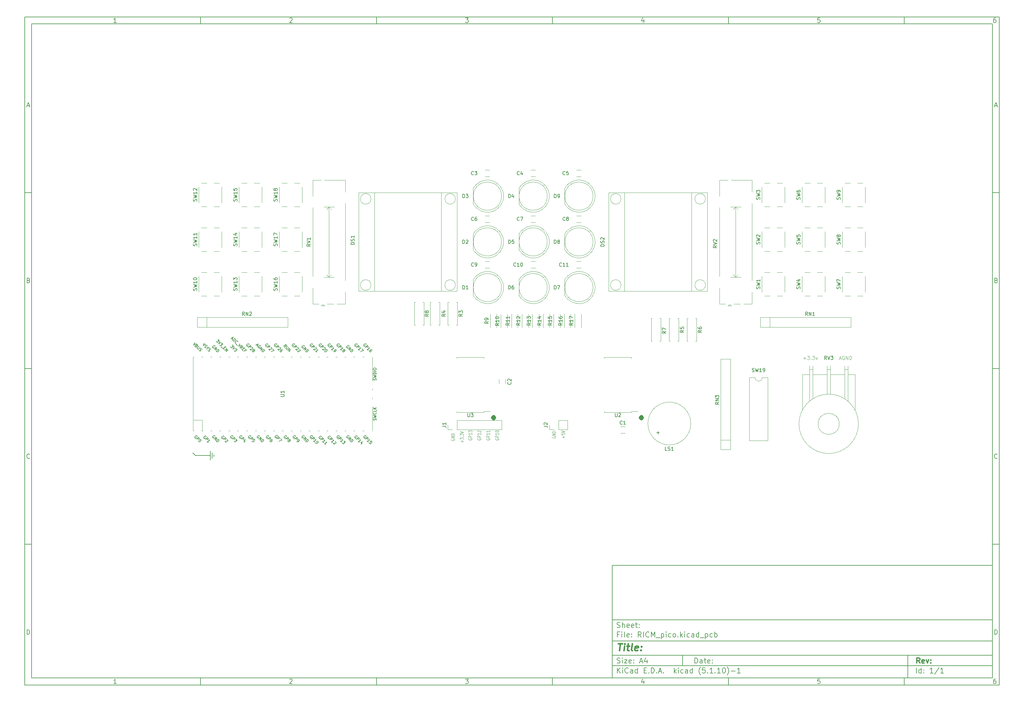
<source format=gto>
%TF.GenerationSoftware,KiCad,Pcbnew,(5.1.10)-1*%
%TF.CreationDate,2021-08-13T19:33:17-04:00*%
%TF.ProjectId,RICM_pico,5249434d-5f70-4696-936f-2e6b69636164,rev?*%
%TF.SameCoordinates,Original*%
%TF.FileFunction,Legend,Top*%
%TF.FilePolarity,Positive*%
%FSLAX46Y46*%
G04 Gerber Fmt 4.6, Leading zero omitted, Abs format (unit mm)*
G04 Created by KiCad (PCBNEW (5.1.10)-1) date 2021-08-13 19:33:17*
%MOMM*%
%LPD*%
G01*
G04 APERTURE LIST*
%ADD10C,0.100000*%
%ADD11C,0.150000*%
%ADD12C,0.300000*%
%ADD13C,0.400000*%
%ADD14C,0.120000*%
%ADD15C,1.000000*%
G04 APERTURE END LIST*
D10*
D11*
X177002200Y-166007200D02*
X177002200Y-198007200D01*
X285002200Y-198007200D01*
X285002200Y-166007200D01*
X177002200Y-166007200D01*
D10*
D11*
X10000000Y-10000000D02*
X10000000Y-200007200D01*
X287002200Y-200007200D01*
X287002200Y-10000000D01*
X10000000Y-10000000D01*
D10*
D11*
X12000000Y-12000000D02*
X12000000Y-198007200D01*
X285002200Y-198007200D01*
X285002200Y-12000000D01*
X12000000Y-12000000D01*
D10*
D11*
X60000000Y-12000000D02*
X60000000Y-10000000D01*
D10*
D11*
X110000000Y-12000000D02*
X110000000Y-10000000D01*
D10*
D11*
X160000000Y-12000000D02*
X160000000Y-10000000D01*
D10*
D11*
X210000000Y-12000000D02*
X210000000Y-10000000D01*
D10*
D11*
X260000000Y-12000000D02*
X260000000Y-10000000D01*
D10*
D11*
X36065476Y-11588095D02*
X35322619Y-11588095D01*
X35694047Y-11588095D02*
X35694047Y-10288095D01*
X35570238Y-10473809D01*
X35446428Y-10597619D01*
X35322619Y-10659523D01*
D10*
D11*
X85322619Y-10411904D02*
X85384523Y-10350000D01*
X85508333Y-10288095D01*
X85817857Y-10288095D01*
X85941666Y-10350000D01*
X86003571Y-10411904D01*
X86065476Y-10535714D01*
X86065476Y-10659523D01*
X86003571Y-10845238D01*
X85260714Y-11588095D01*
X86065476Y-11588095D01*
D10*
D11*
X135260714Y-10288095D02*
X136065476Y-10288095D01*
X135632142Y-10783333D01*
X135817857Y-10783333D01*
X135941666Y-10845238D01*
X136003571Y-10907142D01*
X136065476Y-11030952D01*
X136065476Y-11340476D01*
X136003571Y-11464285D01*
X135941666Y-11526190D01*
X135817857Y-11588095D01*
X135446428Y-11588095D01*
X135322619Y-11526190D01*
X135260714Y-11464285D01*
D10*
D11*
X185941666Y-10721428D02*
X185941666Y-11588095D01*
X185632142Y-10226190D02*
X185322619Y-11154761D01*
X186127380Y-11154761D01*
D10*
D11*
X236003571Y-10288095D02*
X235384523Y-10288095D01*
X235322619Y-10907142D01*
X235384523Y-10845238D01*
X235508333Y-10783333D01*
X235817857Y-10783333D01*
X235941666Y-10845238D01*
X236003571Y-10907142D01*
X236065476Y-11030952D01*
X236065476Y-11340476D01*
X236003571Y-11464285D01*
X235941666Y-11526190D01*
X235817857Y-11588095D01*
X235508333Y-11588095D01*
X235384523Y-11526190D01*
X235322619Y-11464285D01*
D10*
D11*
X285941666Y-10288095D02*
X285694047Y-10288095D01*
X285570238Y-10350000D01*
X285508333Y-10411904D01*
X285384523Y-10597619D01*
X285322619Y-10845238D01*
X285322619Y-11340476D01*
X285384523Y-11464285D01*
X285446428Y-11526190D01*
X285570238Y-11588095D01*
X285817857Y-11588095D01*
X285941666Y-11526190D01*
X286003571Y-11464285D01*
X286065476Y-11340476D01*
X286065476Y-11030952D01*
X286003571Y-10907142D01*
X285941666Y-10845238D01*
X285817857Y-10783333D01*
X285570238Y-10783333D01*
X285446428Y-10845238D01*
X285384523Y-10907142D01*
X285322619Y-11030952D01*
D10*
D11*
X60000000Y-198007200D02*
X60000000Y-200007200D01*
D10*
D11*
X110000000Y-198007200D02*
X110000000Y-200007200D01*
D10*
D11*
X160000000Y-198007200D02*
X160000000Y-200007200D01*
D10*
D11*
X210000000Y-198007200D02*
X210000000Y-200007200D01*
D10*
D11*
X260000000Y-198007200D02*
X260000000Y-200007200D01*
D10*
D11*
X36065476Y-199595295D02*
X35322619Y-199595295D01*
X35694047Y-199595295D02*
X35694047Y-198295295D01*
X35570238Y-198481009D01*
X35446428Y-198604819D01*
X35322619Y-198666723D01*
D10*
D11*
X85322619Y-198419104D02*
X85384523Y-198357200D01*
X85508333Y-198295295D01*
X85817857Y-198295295D01*
X85941666Y-198357200D01*
X86003571Y-198419104D01*
X86065476Y-198542914D01*
X86065476Y-198666723D01*
X86003571Y-198852438D01*
X85260714Y-199595295D01*
X86065476Y-199595295D01*
D10*
D11*
X135260714Y-198295295D02*
X136065476Y-198295295D01*
X135632142Y-198790533D01*
X135817857Y-198790533D01*
X135941666Y-198852438D01*
X136003571Y-198914342D01*
X136065476Y-199038152D01*
X136065476Y-199347676D01*
X136003571Y-199471485D01*
X135941666Y-199533390D01*
X135817857Y-199595295D01*
X135446428Y-199595295D01*
X135322619Y-199533390D01*
X135260714Y-199471485D01*
D10*
D11*
X185941666Y-198728628D02*
X185941666Y-199595295D01*
X185632142Y-198233390D02*
X185322619Y-199161961D01*
X186127380Y-199161961D01*
D10*
D11*
X236003571Y-198295295D02*
X235384523Y-198295295D01*
X235322619Y-198914342D01*
X235384523Y-198852438D01*
X235508333Y-198790533D01*
X235817857Y-198790533D01*
X235941666Y-198852438D01*
X236003571Y-198914342D01*
X236065476Y-199038152D01*
X236065476Y-199347676D01*
X236003571Y-199471485D01*
X235941666Y-199533390D01*
X235817857Y-199595295D01*
X235508333Y-199595295D01*
X235384523Y-199533390D01*
X235322619Y-199471485D01*
D10*
D11*
X285941666Y-198295295D02*
X285694047Y-198295295D01*
X285570238Y-198357200D01*
X285508333Y-198419104D01*
X285384523Y-198604819D01*
X285322619Y-198852438D01*
X285322619Y-199347676D01*
X285384523Y-199471485D01*
X285446428Y-199533390D01*
X285570238Y-199595295D01*
X285817857Y-199595295D01*
X285941666Y-199533390D01*
X286003571Y-199471485D01*
X286065476Y-199347676D01*
X286065476Y-199038152D01*
X286003571Y-198914342D01*
X285941666Y-198852438D01*
X285817857Y-198790533D01*
X285570238Y-198790533D01*
X285446428Y-198852438D01*
X285384523Y-198914342D01*
X285322619Y-199038152D01*
D10*
D11*
X10000000Y-60000000D02*
X12000000Y-60000000D01*
D10*
D11*
X10000000Y-110000000D02*
X12000000Y-110000000D01*
D10*
D11*
X10000000Y-160000000D02*
X12000000Y-160000000D01*
D10*
D11*
X10690476Y-35216666D02*
X11309523Y-35216666D01*
X10566666Y-35588095D02*
X11000000Y-34288095D01*
X11433333Y-35588095D01*
D10*
D11*
X11092857Y-84907142D02*
X11278571Y-84969047D01*
X11340476Y-85030952D01*
X11402380Y-85154761D01*
X11402380Y-85340476D01*
X11340476Y-85464285D01*
X11278571Y-85526190D01*
X11154761Y-85588095D01*
X10659523Y-85588095D01*
X10659523Y-84288095D01*
X11092857Y-84288095D01*
X11216666Y-84350000D01*
X11278571Y-84411904D01*
X11340476Y-84535714D01*
X11340476Y-84659523D01*
X11278571Y-84783333D01*
X11216666Y-84845238D01*
X11092857Y-84907142D01*
X10659523Y-84907142D01*
D10*
D11*
X11402380Y-135464285D02*
X11340476Y-135526190D01*
X11154761Y-135588095D01*
X11030952Y-135588095D01*
X10845238Y-135526190D01*
X10721428Y-135402380D01*
X10659523Y-135278571D01*
X10597619Y-135030952D01*
X10597619Y-134845238D01*
X10659523Y-134597619D01*
X10721428Y-134473809D01*
X10845238Y-134350000D01*
X11030952Y-134288095D01*
X11154761Y-134288095D01*
X11340476Y-134350000D01*
X11402380Y-134411904D01*
D10*
D11*
X10659523Y-185588095D02*
X10659523Y-184288095D01*
X10969047Y-184288095D01*
X11154761Y-184350000D01*
X11278571Y-184473809D01*
X11340476Y-184597619D01*
X11402380Y-184845238D01*
X11402380Y-185030952D01*
X11340476Y-185278571D01*
X11278571Y-185402380D01*
X11154761Y-185526190D01*
X10969047Y-185588095D01*
X10659523Y-185588095D01*
D10*
D11*
X287002200Y-60000000D02*
X285002200Y-60000000D01*
D10*
D11*
X287002200Y-110000000D02*
X285002200Y-110000000D01*
D10*
D11*
X287002200Y-160000000D02*
X285002200Y-160000000D01*
D10*
D11*
X285692676Y-35216666D02*
X286311723Y-35216666D01*
X285568866Y-35588095D02*
X286002200Y-34288095D01*
X286435533Y-35588095D01*
D10*
D11*
X286095057Y-84907142D02*
X286280771Y-84969047D01*
X286342676Y-85030952D01*
X286404580Y-85154761D01*
X286404580Y-85340476D01*
X286342676Y-85464285D01*
X286280771Y-85526190D01*
X286156961Y-85588095D01*
X285661723Y-85588095D01*
X285661723Y-84288095D01*
X286095057Y-84288095D01*
X286218866Y-84350000D01*
X286280771Y-84411904D01*
X286342676Y-84535714D01*
X286342676Y-84659523D01*
X286280771Y-84783333D01*
X286218866Y-84845238D01*
X286095057Y-84907142D01*
X285661723Y-84907142D01*
D10*
D11*
X286404580Y-135464285D02*
X286342676Y-135526190D01*
X286156961Y-135588095D01*
X286033152Y-135588095D01*
X285847438Y-135526190D01*
X285723628Y-135402380D01*
X285661723Y-135278571D01*
X285599819Y-135030952D01*
X285599819Y-134845238D01*
X285661723Y-134597619D01*
X285723628Y-134473809D01*
X285847438Y-134350000D01*
X286033152Y-134288095D01*
X286156961Y-134288095D01*
X286342676Y-134350000D01*
X286404580Y-134411904D01*
D10*
D11*
X285661723Y-185588095D02*
X285661723Y-184288095D01*
X285971247Y-184288095D01*
X286156961Y-184350000D01*
X286280771Y-184473809D01*
X286342676Y-184597619D01*
X286404580Y-184845238D01*
X286404580Y-185030952D01*
X286342676Y-185278571D01*
X286280771Y-185402380D01*
X286156961Y-185526190D01*
X285971247Y-185588095D01*
X285661723Y-185588095D01*
D10*
D11*
X200434342Y-193785771D02*
X200434342Y-192285771D01*
X200791485Y-192285771D01*
X201005771Y-192357200D01*
X201148628Y-192500057D01*
X201220057Y-192642914D01*
X201291485Y-192928628D01*
X201291485Y-193142914D01*
X201220057Y-193428628D01*
X201148628Y-193571485D01*
X201005771Y-193714342D01*
X200791485Y-193785771D01*
X200434342Y-193785771D01*
X202577200Y-193785771D02*
X202577200Y-193000057D01*
X202505771Y-192857200D01*
X202362914Y-192785771D01*
X202077200Y-192785771D01*
X201934342Y-192857200D01*
X202577200Y-193714342D02*
X202434342Y-193785771D01*
X202077200Y-193785771D01*
X201934342Y-193714342D01*
X201862914Y-193571485D01*
X201862914Y-193428628D01*
X201934342Y-193285771D01*
X202077200Y-193214342D01*
X202434342Y-193214342D01*
X202577200Y-193142914D01*
X203077200Y-192785771D02*
X203648628Y-192785771D01*
X203291485Y-192285771D02*
X203291485Y-193571485D01*
X203362914Y-193714342D01*
X203505771Y-193785771D01*
X203648628Y-193785771D01*
X204720057Y-193714342D02*
X204577200Y-193785771D01*
X204291485Y-193785771D01*
X204148628Y-193714342D01*
X204077200Y-193571485D01*
X204077200Y-193000057D01*
X204148628Y-192857200D01*
X204291485Y-192785771D01*
X204577200Y-192785771D01*
X204720057Y-192857200D01*
X204791485Y-193000057D01*
X204791485Y-193142914D01*
X204077200Y-193285771D01*
X205434342Y-193642914D02*
X205505771Y-193714342D01*
X205434342Y-193785771D01*
X205362914Y-193714342D01*
X205434342Y-193642914D01*
X205434342Y-193785771D01*
X205434342Y-192857200D02*
X205505771Y-192928628D01*
X205434342Y-193000057D01*
X205362914Y-192928628D01*
X205434342Y-192857200D01*
X205434342Y-193000057D01*
D10*
D11*
X177002200Y-194507200D02*
X285002200Y-194507200D01*
D10*
D11*
X178434342Y-196585771D02*
X178434342Y-195085771D01*
X179291485Y-196585771D02*
X178648628Y-195728628D01*
X179291485Y-195085771D02*
X178434342Y-195942914D01*
X179934342Y-196585771D02*
X179934342Y-195585771D01*
X179934342Y-195085771D02*
X179862914Y-195157200D01*
X179934342Y-195228628D01*
X180005771Y-195157200D01*
X179934342Y-195085771D01*
X179934342Y-195228628D01*
X181505771Y-196442914D02*
X181434342Y-196514342D01*
X181220057Y-196585771D01*
X181077200Y-196585771D01*
X180862914Y-196514342D01*
X180720057Y-196371485D01*
X180648628Y-196228628D01*
X180577200Y-195942914D01*
X180577200Y-195728628D01*
X180648628Y-195442914D01*
X180720057Y-195300057D01*
X180862914Y-195157200D01*
X181077200Y-195085771D01*
X181220057Y-195085771D01*
X181434342Y-195157200D01*
X181505771Y-195228628D01*
X182791485Y-196585771D02*
X182791485Y-195800057D01*
X182720057Y-195657200D01*
X182577200Y-195585771D01*
X182291485Y-195585771D01*
X182148628Y-195657200D01*
X182791485Y-196514342D02*
X182648628Y-196585771D01*
X182291485Y-196585771D01*
X182148628Y-196514342D01*
X182077200Y-196371485D01*
X182077200Y-196228628D01*
X182148628Y-196085771D01*
X182291485Y-196014342D01*
X182648628Y-196014342D01*
X182791485Y-195942914D01*
X184148628Y-196585771D02*
X184148628Y-195085771D01*
X184148628Y-196514342D02*
X184005771Y-196585771D01*
X183720057Y-196585771D01*
X183577200Y-196514342D01*
X183505771Y-196442914D01*
X183434342Y-196300057D01*
X183434342Y-195871485D01*
X183505771Y-195728628D01*
X183577200Y-195657200D01*
X183720057Y-195585771D01*
X184005771Y-195585771D01*
X184148628Y-195657200D01*
X186005771Y-195800057D02*
X186505771Y-195800057D01*
X186720057Y-196585771D02*
X186005771Y-196585771D01*
X186005771Y-195085771D01*
X186720057Y-195085771D01*
X187362914Y-196442914D02*
X187434342Y-196514342D01*
X187362914Y-196585771D01*
X187291485Y-196514342D01*
X187362914Y-196442914D01*
X187362914Y-196585771D01*
X188077200Y-196585771D02*
X188077200Y-195085771D01*
X188434342Y-195085771D01*
X188648628Y-195157200D01*
X188791485Y-195300057D01*
X188862914Y-195442914D01*
X188934342Y-195728628D01*
X188934342Y-195942914D01*
X188862914Y-196228628D01*
X188791485Y-196371485D01*
X188648628Y-196514342D01*
X188434342Y-196585771D01*
X188077200Y-196585771D01*
X189577200Y-196442914D02*
X189648628Y-196514342D01*
X189577200Y-196585771D01*
X189505771Y-196514342D01*
X189577200Y-196442914D01*
X189577200Y-196585771D01*
X190220057Y-196157200D02*
X190934342Y-196157200D01*
X190077200Y-196585771D02*
X190577200Y-195085771D01*
X191077200Y-196585771D01*
X191577200Y-196442914D02*
X191648628Y-196514342D01*
X191577200Y-196585771D01*
X191505771Y-196514342D01*
X191577200Y-196442914D01*
X191577200Y-196585771D01*
X194577200Y-196585771D02*
X194577200Y-195085771D01*
X194720057Y-196014342D02*
X195148628Y-196585771D01*
X195148628Y-195585771D02*
X194577200Y-196157200D01*
X195791485Y-196585771D02*
X195791485Y-195585771D01*
X195791485Y-195085771D02*
X195720057Y-195157200D01*
X195791485Y-195228628D01*
X195862914Y-195157200D01*
X195791485Y-195085771D01*
X195791485Y-195228628D01*
X197148628Y-196514342D02*
X197005771Y-196585771D01*
X196720057Y-196585771D01*
X196577200Y-196514342D01*
X196505771Y-196442914D01*
X196434342Y-196300057D01*
X196434342Y-195871485D01*
X196505771Y-195728628D01*
X196577200Y-195657200D01*
X196720057Y-195585771D01*
X197005771Y-195585771D01*
X197148628Y-195657200D01*
X198434342Y-196585771D02*
X198434342Y-195800057D01*
X198362914Y-195657200D01*
X198220057Y-195585771D01*
X197934342Y-195585771D01*
X197791485Y-195657200D01*
X198434342Y-196514342D02*
X198291485Y-196585771D01*
X197934342Y-196585771D01*
X197791485Y-196514342D01*
X197720057Y-196371485D01*
X197720057Y-196228628D01*
X197791485Y-196085771D01*
X197934342Y-196014342D01*
X198291485Y-196014342D01*
X198434342Y-195942914D01*
X199791485Y-196585771D02*
X199791485Y-195085771D01*
X199791485Y-196514342D02*
X199648628Y-196585771D01*
X199362914Y-196585771D01*
X199220057Y-196514342D01*
X199148628Y-196442914D01*
X199077200Y-196300057D01*
X199077200Y-195871485D01*
X199148628Y-195728628D01*
X199220057Y-195657200D01*
X199362914Y-195585771D01*
X199648628Y-195585771D01*
X199791485Y-195657200D01*
X202077200Y-197157200D02*
X202005771Y-197085771D01*
X201862914Y-196871485D01*
X201791485Y-196728628D01*
X201720057Y-196514342D01*
X201648628Y-196157200D01*
X201648628Y-195871485D01*
X201720057Y-195514342D01*
X201791485Y-195300057D01*
X201862914Y-195157200D01*
X202005771Y-194942914D01*
X202077200Y-194871485D01*
X203362914Y-195085771D02*
X202648628Y-195085771D01*
X202577200Y-195800057D01*
X202648628Y-195728628D01*
X202791485Y-195657200D01*
X203148628Y-195657200D01*
X203291485Y-195728628D01*
X203362914Y-195800057D01*
X203434342Y-195942914D01*
X203434342Y-196300057D01*
X203362914Y-196442914D01*
X203291485Y-196514342D01*
X203148628Y-196585771D01*
X202791485Y-196585771D01*
X202648628Y-196514342D01*
X202577200Y-196442914D01*
X204077200Y-196442914D02*
X204148628Y-196514342D01*
X204077200Y-196585771D01*
X204005771Y-196514342D01*
X204077200Y-196442914D01*
X204077200Y-196585771D01*
X205577200Y-196585771D02*
X204720057Y-196585771D01*
X205148628Y-196585771D02*
X205148628Y-195085771D01*
X205005771Y-195300057D01*
X204862914Y-195442914D01*
X204720057Y-195514342D01*
X206220057Y-196442914D02*
X206291485Y-196514342D01*
X206220057Y-196585771D01*
X206148628Y-196514342D01*
X206220057Y-196442914D01*
X206220057Y-196585771D01*
X207720057Y-196585771D02*
X206862914Y-196585771D01*
X207291485Y-196585771D02*
X207291485Y-195085771D01*
X207148628Y-195300057D01*
X207005771Y-195442914D01*
X206862914Y-195514342D01*
X208648628Y-195085771D02*
X208791485Y-195085771D01*
X208934342Y-195157200D01*
X209005771Y-195228628D01*
X209077200Y-195371485D01*
X209148628Y-195657200D01*
X209148628Y-196014342D01*
X209077200Y-196300057D01*
X209005771Y-196442914D01*
X208934342Y-196514342D01*
X208791485Y-196585771D01*
X208648628Y-196585771D01*
X208505771Y-196514342D01*
X208434342Y-196442914D01*
X208362914Y-196300057D01*
X208291485Y-196014342D01*
X208291485Y-195657200D01*
X208362914Y-195371485D01*
X208434342Y-195228628D01*
X208505771Y-195157200D01*
X208648628Y-195085771D01*
X209648628Y-197157200D02*
X209720057Y-197085771D01*
X209862914Y-196871485D01*
X209934342Y-196728628D01*
X210005771Y-196514342D01*
X210077200Y-196157200D01*
X210077200Y-195871485D01*
X210005771Y-195514342D01*
X209934342Y-195300057D01*
X209862914Y-195157200D01*
X209720057Y-194942914D01*
X209648628Y-194871485D01*
X210791485Y-196014342D02*
X211934342Y-196014342D01*
X213434342Y-196585771D02*
X212577200Y-196585771D01*
X213005771Y-196585771D02*
X213005771Y-195085771D01*
X212862914Y-195300057D01*
X212720057Y-195442914D01*
X212577200Y-195514342D01*
D10*
D11*
X177002200Y-191507200D02*
X285002200Y-191507200D01*
D10*
D12*
X264411485Y-193785771D02*
X263911485Y-193071485D01*
X263554342Y-193785771D02*
X263554342Y-192285771D01*
X264125771Y-192285771D01*
X264268628Y-192357200D01*
X264340057Y-192428628D01*
X264411485Y-192571485D01*
X264411485Y-192785771D01*
X264340057Y-192928628D01*
X264268628Y-193000057D01*
X264125771Y-193071485D01*
X263554342Y-193071485D01*
X265625771Y-193714342D02*
X265482914Y-193785771D01*
X265197200Y-193785771D01*
X265054342Y-193714342D01*
X264982914Y-193571485D01*
X264982914Y-193000057D01*
X265054342Y-192857200D01*
X265197200Y-192785771D01*
X265482914Y-192785771D01*
X265625771Y-192857200D01*
X265697200Y-193000057D01*
X265697200Y-193142914D01*
X264982914Y-193285771D01*
X266197200Y-192785771D02*
X266554342Y-193785771D01*
X266911485Y-192785771D01*
X267482914Y-193642914D02*
X267554342Y-193714342D01*
X267482914Y-193785771D01*
X267411485Y-193714342D01*
X267482914Y-193642914D01*
X267482914Y-193785771D01*
X267482914Y-192857200D02*
X267554342Y-192928628D01*
X267482914Y-193000057D01*
X267411485Y-192928628D01*
X267482914Y-192857200D01*
X267482914Y-193000057D01*
D10*
D11*
X178362914Y-193714342D02*
X178577200Y-193785771D01*
X178934342Y-193785771D01*
X179077200Y-193714342D01*
X179148628Y-193642914D01*
X179220057Y-193500057D01*
X179220057Y-193357200D01*
X179148628Y-193214342D01*
X179077200Y-193142914D01*
X178934342Y-193071485D01*
X178648628Y-193000057D01*
X178505771Y-192928628D01*
X178434342Y-192857200D01*
X178362914Y-192714342D01*
X178362914Y-192571485D01*
X178434342Y-192428628D01*
X178505771Y-192357200D01*
X178648628Y-192285771D01*
X179005771Y-192285771D01*
X179220057Y-192357200D01*
X179862914Y-193785771D02*
X179862914Y-192785771D01*
X179862914Y-192285771D02*
X179791485Y-192357200D01*
X179862914Y-192428628D01*
X179934342Y-192357200D01*
X179862914Y-192285771D01*
X179862914Y-192428628D01*
X180434342Y-192785771D02*
X181220057Y-192785771D01*
X180434342Y-193785771D01*
X181220057Y-193785771D01*
X182362914Y-193714342D02*
X182220057Y-193785771D01*
X181934342Y-193785771D01*
X181791485Y-193714342D01*
X181720057Y-193571485D01*
X181720057Y-193000057D01*
X181791485Y-192857200D01*
X181934342Y-192785771D01*
X182220057Y-192785771D01*
X182362914Y-192857200D01*
X182434342Y-193000057D01*
X182434342Y-193142914D01*
X181720057Y-193285771D01*
X183077200Y-193642914D02*
X183148628Y-193714342D01*
X183077200Y-193785771D01*
X183005771Y-193714342D01*
X183077200Y-193642914D01*
X183077200Y-193785771D01*
X183077200Y-192857200D02*
X183148628Y-192928628D01*
X183077200Y-193000057D01*
X183005771Y-192928628D01*
X183077200Y-192857200D01*
X183077200Y-193000057D01*
X184862914Y-193357200D02*
X185577200Y-193357200D01*
X184720057Y-193785771D02*
X185220057Y-192285771D01*
X185720057Y-193785771D01*
X186862914Y-192785771D02*
X186862914Y-193785771D01*
X186505771Y-192214342D02*
X186148628Y-193285771D01*
X187077200Y-193285771D01*
D10*
D11*
X263434342Y-196585771D02*
X263434342Y-195085771D01*
X264791485Y-196585771D02*
X264791485Y-195085771D01*
X264791485Y-196514342D02*
X264648628Y-196585771D01*
X264362914Y-196585771D01*
X264220057Y-196514342D01*
X264148628Y-196442914D01*
X264077200Y-196300057D01*
X264077200Y-195871485D01*
X264148628Y-195728628D01*
X264220057Y-195657200D01*
X264362914Y-195585771D01*
X264648628Y-195585771D01*
X264791485Y-195657200D01*
X265505771Y-196442914D02*
X265577200Y-196514342D01*
X265505771Y-196585771D01*
X265434342Y-196514342D01*
X265505771Y-196442914D01*
X265505771Y-196585771D01*
X265505771Y-195657200D02*
X265577200Y-195728628D01*
X265505771Y-195800057D01*
X265434342Y-195728628D01*
X265505771Y-195657200D01*
X265505771Y-195800057D01*
X268148628Y-196585771D02*
X267291485Y-196585771D01*
X267720057Y-196585771D02*
X267720057Y-195085771D01*
X267577200Y-195300057D01*
X267434342Y-195442914D01*
X267291485Y-195514342D01*
X269862914Y-195014342D02*
X268577200Y-196942914D01*
X271148628Y-196585771D02*
X270291485Y-196585771D01*
X270720057Y-196585771D02*
X270720057Y-195085771D01*
X270577200Y-195300057D01*
X270434342Y-195442914D01*
X270291485Y-195514342D01*
D10*
D11*
X177002200Y-187507200D02*
X285002200Y-187507200D01*
D10*
D13*
X178714580Y-188211961D02*
X179857438Y-188211961D01*
X179036009Y-190211961D02*
X179286009Y-188211961D01*
X180274104Y-190211961D02*
X180440771Y-188878628D01*
X180524104Y-188211961D02*
X180416961Y-188307200D01*
X180500295Y-188402438D01*
X180607438Y-188307200D01*
X180524104Y-188211961D01*
X180500295Y-188402438D01*
X181107438Y-188878628D02*
X181869342Y-188878628D01*
X181476485Y-188211961D02*
X181262200Y-189926247D01*
X181333628Y-190116723D01*
X181512200Y-190211961D01*
X181702676Y-190211961D01*
X182655057Y-190211961D02*
X182476485Y-190116723D01*
X182405057Y-189926247D01*
X182619342Y-188211961D01*
X184190771Y-190116723D02*
X183988390Y-190211961D01*
X183607438Y-190211961D01*
X183428866Y-190116723D01*
X183357438Y-189926247D01*
X183452676Y-189164342D01*
X183571723Y-188973866D01*
X183774104Y-188878628D01*
X184155057Y-188878628D01*
X184333628Y-188973866D01*
X184405057Y-189164342D01*
X184381247Y-189354819D01*
X183405057Y-189545295D01*
X185155057Y-190021485D02*
X185238390Y-190116723D01*
X185131247Y-190211961D01*
X185047914Y-190116723D01*
X185155057Y-190021485D01*
X185131247Y-190211961D01*
X185286009Y-188973866D02*
X185369342Y-189069104D01*
X185262200Y-189164342D01*
X185178866Y-189069104D01*
X185286009Y-188973866D01*
X185262200Y-189164342D01*
D10*
D11*
X178934342Y-185600057D02*
X178434342Y-185600057D01*
X178434342Y-186385771D02*
X178434342Y-184885771D01*
X179148628Y-184885771D01*
X179720057Y-186385771D02*
X179720057Y-185385771D01*
X179720057Y-184885771D02*
X179648628Y-184957200D01*
X179720057Y-185028628D01*
X179791485Y-184957200D01*
X179720057Y-184885771D01*
X179720057Y-185028628D01*
X180648628Y-186385771D02*
X180505771Y-186314342D01*
X180434342Y-186171485D01*
X180434342Y-184885771D01*
X181791485Y-186314342D02*
X181648628Y-186385771D01*
X181362914Y-186385771D01*
X181220057Y-186314342D01*
X181148628Y-186171485D01*
X181148628Y-185600057D01*
X181220057Y-185457200D01*
X181362914Y-185385771D01*
X181648628Y-185385771D01*
X181791485Y-185457200D01*
X181862914Y-185600057D01*
X181862914Y-185742914D01*
X181148628Y-185885771D01*
X182505771Y-186242914D02*
X182577200Y-186314342D01*
X182505771Y-186385771D01*
X182434342Y-186314342D01*
X182505771Y-186242914D01*
X182505771Y-186385771D01*
X182505771Y-185457200D02*
X182577200Y-185528628D01*
X182505771Y-185600057D01*
X182434342Y-185528628D01*
X182505771Y-185457200D01*
X182505771Y-185600057D01*
X185220057Y-186385771D02*
X184720057Y-185671485D01*
X184362914Y-186385771D02*
X184362914Y-184885771D01*
X184934342Y-184885771D01*
X185077200Y-184957200D01*
X185148628Y-185028628D01*
X185220057Y-185171485D01*
X185220057Y-185385771D01*
X185148628Y-185528628D01*
X185077200Y-185600057D01*
X184934342Y-185671485D01*
X184362914Y-185671485D01*
X185862914Y-186385771D02*
X185862914Y-184885771D01*
X187434342Y-186242914D02*
X187362914Y-186314342D01*
X187148628Y-186385771D01*
X187005771Y-186385771D01*
X186791485Y-186314342D01*
X186648628Y-186171485D01*
X186577200Y-186028628D01*
X186505771Y-185742914D01*
X186505771Y-185528628D01*
X186577200Y-185242914D01*
X186648628Y-185100057D01*
X186791485Y-184957200D01*
X187005771Y-184885771D01*
X187148628Y-184885771D01*
X187362914Y-184957200D01*
X187434342Y-185028628D01*
X188077200Y-186385771D02*
X188077200Y-184885771D01*
X188577200Y-185957200D01*
X189077200Y-184885771D01*
X189077200Y-186385771D01*
X189434342Y-186528628D02*
X190577200Y-186528628D01*
X190934342Y-185385771D02*
X190934342Y-186885771D01*
X190934342Y-185457200D02*
X191077200Y-185385771D01*
X191362914Y-185385771D01*
X191505771Y-185457200D01*
X191577200Y-185528628D01*
X191648628Y-185671485D01*
X191648628Y-186100057D01*
X191577200Y-186242914D01*
X191505771Y-186314342D01*
X191362914Y-186385771D01*
X191077200Y-186385771D01*
X190934342Y-186314342D01*
X192291485Y-186385771D02*
X192291485Y-185385771D01*
X192291485Y-184885771D02*
X192220057Y-184957200D01*
X192291485Y-185028628D01*
X192362914Y-184957200D01*
X192291485Y-184885771D01*
X192291485Y-185028628D01*
X193648628Y-186314342D02*
X193505771Y-186385771D01*
X193220057Y-186385771D01*
X193077200Y-186314342D01*
X193005771Y-186242914D01*
X192934342Y-186100057D01*
X192934342Y-185671485D01*
X193005771Y-185528628D01*
X193077200Y-185457200D01*
X193220057Y-185385771D01*
X193505771Y-185385771D01*
X193648628Y-185457200D01*
X194505771Y-186385771D02*
X194362914Y-186314342D01*
X194291485Y-186242914D01*
X194220057Y-186100057D01*
X194220057Y-185671485D01*
X194291485Y-185528628D01*
X194362914Y-185457200D01*
X194505771Y-185385771D01*
X194720057Y-185385771D01*
X194862914Y-185457200D01*
X194934342Y-185528628D01*
X195005771Y-185671485D01*
X195005771Y-186100057D01*
X194934342Y-186242914D01*
X194862914Y-186314342D01*
X194720057Y-186385771D01*
X194505771Y-186385771D01*
X195648628Y-186242914D02*
X195720057Y-186314342D01*
X195648628Y-186385771D01*
X195577200Y-186314342D01*
X195648628Y-186242914D01*
X195648628Y-186385771D01*
X196362914Y-186385771D02*
X196362914Y-184885771D01*
X196505771Y-185814342D02*
X196934342Y-186385771D01*
X196934342Y-185385771D02*
X196362914Y-185957200D01*
X197577200Y-186385771D02*
X197577200Y-185385771D01*
X197577200Y-184885771D02*
X197505771Y-184957200D01*
X197577200Y-185028628D01*
X197648628Y-184957200D01*
X197577200Y-184885771D01*
X197577200Y-185028628D01*
X198934342Y-186314342D02*
X198791485Y-186385771D01*
X198505771Y-186385771D01*
X198362914Y-186314342D01*
X198291485Y-186242914D01*
X198220057Y-186100057D01*
X198220057Y-185671485D01*
X198291485Y-185528628D01*
X198362914Y-185457200D01*
X198505771Y-185385771D01*
X198791485Y-185385771D01*
X198934342Y-185457200D01*
X200220057Y-186385771D02*
X200220057Y-185600057D01*
X200148628Y-185457200D01*
X200005771Y-185385771D01*
X199720057Y-185385771D01*
X199577200Y-185457200D01*
X200220057Y-186314342D02*
X200077200Y-186385771D01*
X199720057Y-186385771D01*
X199577200Y-186314342D01*
X199505771Y-186171485D01*
X199505771Y-186028628D01*
X199577200Y-185885771D01*
X199720057Y-185814342D01*
X200077200Y-185814342D01*
X200220057Y-185742914D01*
X201577200Y-186385771D02*
X201577200Y-184885771D01*
X201577200Y-186314342D02*
X201434342Y-186385771D01*
X201148628Y-186385771D01*
X201005771Y-186314342D01*
X200934342Y-186242914D01*
X200862914Y-186100057D01*
X200862914Y-185671485D01*
X200934342Y-185528628D01*
X201005771Y-185457200D01*
X201148628Y-185385771D01*
X201434342Y-185385771D01*
X201577200Y-185457200D01*
X201934342Y-186528628D02*
X203077200Y-186528628D01*
X203434342Y-185385771D02*
X203434342Y-186885771D01*
X203434342Y-185457200D02*
X203577200Y-185385771D01*
X203862914Y-185385771D01*
X204005771Y-185457200D01*
X204077200Y-185528628D01*
X204148628Y-185671485D01*
X204148628Y-186100057D01*
X204077200Y-186242914D01*
X204005771Y-186314342D01*
X203862914Y-186385771D01*
X203577200Y-186385771D01*
X203434342Y-186314342D01*
X205434342Y-186314342D02*
X205291485Y-186385771D01*
X205005771Y-186385771D01*
X204862914Y-186314342D01*
X204791485Y-186242914D01*
X204720057Y-186100057D01*
X204720057Y-185671485D01*
X204791485Y-185528628D01*
X204862914Y-185457200D01*
X205005771Y-185385771D01*
X205291485Y-185385771D01*
X205434342Y-185457200D01*
X206077200Y-186385771D02*
X206077200Y-184885771D01*
X206077200Y-185457200D02*
X206220057Y-185385771D01*
X206505771Y-185385771D01*
X206648628Y-185457200D01*
X206720057Y-185528628D01*
X206791485Y-185671485D01*
X206791485Y-186100057D01*
X206720057Y-186242914D01*
X206648628Y-186314342D01*
X206505771Y-186385771D01*
X206220057Y-186385771D01*
X206077200Y-186314342D01*
D10*
D11*
X177002200Y-181507200D02*
X285002200Y-181507200D01*
D10*
D11*
X178362914Y-183614342D02*
X178577200Y-183685771D01*
X178934342Y-183685771D01*
X179077200Y-183614342D01*
X179148628Y-183542914D01*
X179220057Y-183400057D01*
X179220057Y-183257200D01*
X179148628Y-183114342D01*
X179077200Y-183042914D01*
X178934342Y-182971485D01*
X178648628Y-182900057D01*
X178505771Y-182828628D01*
X178434342Y-182757200D01*
X178362914Y-182614342D01*
X178362914Y-182471485D01*
X178434342Y-182328628D01*
X178505771Y-182257200D01*
X178648628Y-182185771D01*
X179005771Y-182185771D01*
X179220057Y-182257200D01*
X179862914Y-183685771D02*
X179862914Y-182185771D01*
X180505771Y-183685771D02*
X180505771Y-182900057D01*
X180434342Y-182757200D01*
X180291485Y-182685771D01*
X180077200Y-182685771D01*
X179934342Y-182757200D01*
X179862914Y-182828628D01*
X181791485Y-183614342D02*
X181648628Y-183685771D01*
X181362914Y-183685771D01*
X181220057Y-183614342D01*
X181148628Y-183471485D01*
X181148628Y-182900057D01*
X181220057Y-182757200D01*
X181362914Y-182685771D01*
X181648628Y-182685771D01*
X181791485Y-182757200D01*
X181862914Y-182900057D01*
X181862914Y-183042914D01*
X181148628Y-183185771D01*
X183077200Y-183614342D02*
X182934342Y-183685771D01*
X182648628Y-183685771D01*
X182505771Y-183614342D01*
X182434342Y-183471485D01*
X182434342Y-182900057D01*
X182505771Y-182757200D01*
X182648628Y-182685771D01*
X182934342Y-182685771D01*
X183077200Y-182757200D01*
X183148628Y-182900057D01*
X183148628Y-183042914D01*
X182434342Y-183185771D01*
X183577200Y-182685771D02*
X184148628Y-182685771D01*
X183791485Y-182185771D02*
X183791485Y-183471485D01*
X183862914Y-183614342D01*
X184005771Y-183685771D01*
X184148628Y-183685771D01*
X184648628Y-183542914D02*
X184720057Y-183614342D01*
X184648628Y-183685771D01*
X184577200Y-183614342D01*
X184648628Y-183542914D01*
X184648628Y-183685771D01*
X184648628Y-182757200D02*
X184720057Y-182828628D01*
X184648628Y-182900057D01*
X184577200Y-182828628D01*
X184648628Y-182757200D01*
X184648628Y-182900057D01*
D10*
D11*
X197002200Y-191507200D02*
X197002200Y-194507200D01*
D10*
D11*
X261002200Y-191507200D02*
X261002200Y-198007200D01*
D10*
X163117428Y-129742285D02*
X163117428Y-129170857D01*
X163498380Y-129456571D02*
X162736476Y-129456571D01*
X162498380Y-128456571D02*
X162498380Y-128813714D01*
X162974571Y-128849428D01*
X162926952Y-128813714D01*
X162879333Y-128742285D01*
X162879333Y-128563714D01*
X162926952Y-128492285D01*
X162974571Y-128456571D01*
X163069809Y-128420857D01*
X163307904Y-128420857D01*
X163403142Y-128456571D01*
X163450761Y-128492285D01*
X163498380Y-128563714D01*
X163498380Y-128742285D01*
X163450761Y-128813714D01*
X163403142Y-128849428D01*
X162498380Y-128206571D02*
X163498380Y-127956571D01*
X162498380Y-127706571D01*
X159946000Y-129349428D02*
X159898380Y-129420857D01*
X159898380Y-129528000D01*
X159946000Y-129635142D01*
X160041238Y-129706571D01*
X160136476Y-129742285D01*
X160326952Y-129778000D01*
X160469809Y-129778000D01*
X160660285Y-129742285D01*
X160755523Y-129706571D01*
X160850761Y-129635142D01*
X160898380Y-129528000D01*
X160898380Y-129456571D01*
X160850761Y-129349428D01*
X160803142Y-129313714D01*
X160469809Y-129313714D01*
X160469809Y-129456571D01*
X160898380Y-128992285D02*
X159898380Y-128992285D01*
X160898380Y-128563714D01*
X159898380Y-128563714D01*
X160898380Y-128206571D02*
X159898380Y-128206571D01*
X159898380Y-128028000D01*
X159946000Y-127920857D01*
X160041238Y-127849428D01*
X160136476Y-127813714D01*
X160326952Y-127778000D01*
X160469809Y-127778000D01*
X160660285Y-127813714D01*
X160755523Y-127849428D01*
X160850761Y-127920857D01*
X160898380Y-128028000D01*
X160898380Y-128206571D01*
X241484095Y-107144666D02*
X241960285Y-107144666D01*
X241388857Y-107430380D02*
X241722190Y-106430380D01*
X242055523Y-107430380D01*
X242912666Y-106478000D02*
X242817428Y-106430380D01*
X242674571Y-106430380D01*
X242531714Y-106478000D01*
X242436476Y-106573238D01*
X242388857Y-106668476D01*
X242341238Y-106858952D01*
X242341238Y-107001809D01*
X242388857Y-107192285D01*
X242436476Y-107287523D01*
X242531714Y-107382761D01*
X242674571Y-107430380D01*
X242769809Y-107430380D01*
X242912666Y-107382761D01*
X242960285Y-107335142D01*
X242960285Y-107001809D01*
X242769809Y-107001809D01*
X243388857Y-107430380D02*
X243388857Y-106430380D01*
X243960285Y-107430380D01*
X243960285Y-106430380D01*
X244436476Y-107430380D02*
X244436476Y-106430380D01*
X244674571Y-106430380D01*
X244817428Y-106478000D01*
X244912666Y-106573238D01*
X244960285Y-106668476D01*
X245007904Y-106858952D01*
X245007904Y-107001809D01*
X244960285Y-107192285D01*
X244912666Y-107287523D01*
X244817428Y-107382761D01*
X244674571Y-107430380D01*
X244436476Y-107430380D01*
X231293619Y-107049428D02*
X232055523Y-107049428D01*
X231674571Y-107430380D02*
X231674571Y-106668476D01*
X232436476Y-106430380D02*
X233055523Y-106430380D01*
X232722190Y-106811333D01*
X232865047Y-106811333D01*
X232960285Y-106858952D01*
X233007904Y-106906571D01*
X233055523Y-107001809D01*
X233055523Y-107239904D01*
X233007904Y-107335142D01*
X232960285Y-107382761D01*
X232865047Y-107430380D01*
X232579333Y-107430380D01*
X232484095Y-107382761D01*
X232436476Y-107335142D01*
X233484095Y-107335142D02*
X233531714Y-107382761D01*
X233484095Y-107430380D01*
X233436476Y-107382761D01*
X233484095Y-107335142D01*
X233484095Y-107430380D01*
X233865047Y-106430380D02*
X234484095Y-106430380D01*
X234150761Y-106811333D01*
X234293619Y-106811333D01*
X234388857Y-106858952D01*
X234436476Y-106906571D01*
X234484095Y-107001809D01*
X234484095Y-107239904D01*
X234436476Y-107335142D01*
X234388857Y-107382761D01*
X234293619Y-107430380D01*
X234007904Y-107430380D01*
X233912666Y-107382761D01*
X233865047Y-107335142D01*
X234817428Y-106763714D02*
X235055523Y-107430380D01*
X235293619Y-106763714D01*
X143786000Y-129870857D02*
X143738380Y-129942285D01*
X143738380Y-130049428D01*
X143786000Y-130156571D01*
X143881238Y-130228000D01*
X143976476Y-130263714D01*
X144166952Y-130299428D01*
X144309809Y-130299428D01*
X144500285Y-130263714D01*
X144595523Y-130228000D01*
X144690761Y-130156571D01*
X144738380Y-130049428D01*
X144738380Y-129978000D01*
X144690761Y-129870857D01*
X144643142Y-129835142D01*
X144309809Y-129835142D01*
X144309809Y-129978000D01*
X144738380Y-129513714D02*
X143738380Y-129513714D01*
X143738380Y-129228000D01*
X143786000Y-129156571D01*
X143833619Y-129120857D01*
X143928857Y-129085142D01*
X144071714Y-129085142D01*
X144166952Y-129120857D01*
X144214571Y-129156571D01*
X144262190Y-129228000D01*
X144262190Y-129513714D01*
X144738380Y-128370857D02*
X144738380Y-128799428D01*
X144738380Y-128585142D02*
X143738380Y-128585142D01*
X143881238Y-128656571D01*
X143976476Y-128728000D01*
X144024095Y-128799428D01*
X143738380Y-127906571D02*
X143738380Y-127835142D01*
X143786000Y-127763714D01*
X143833619Y-127728000D01*
X143928857Y-127692285D01*
X144119333Y-127656571D01*
X144357428Y-127656571D01*
X144547904Y-127692285D01*
X144643142Y-127728000D01*
X144690761Y-127763714D01*
X144738380Y-127835142D01*
X144738380Y-127906571D01*
X144690761Y-127978000D01*
X144643142Y-128013714D01*
X144547904Y-128049428D01*
X144357428Y-128085142D01*
X144119333Y-128085142D01*
X143928857Y-128049428D01*
X143833619Y-128013714D01*
X143786000Y-127978000D01*
X143738380Y-127906571D01*
X141246000Y-129870857D02*
X141198380Y-129942285D01*
X141198380Y-130049428D01*
X141246000Y-130156571D01*
X141341238Y-130228000D01*
X141436476Y-130263714D01*
X141626952Y-130299428D01*
X141769809Y-130299428D01*
X141960285Y-130263714D01*
X142055523Y-130228000D01*
X142150761Y-130156571D01*
X142198380Y-130049428D01*
X142198380Y-129978000D01*
X142150761Y-129870857D01*
X142103142Y-129835142D01*
X141769809Y-129835142D01*
X141769809Y-129978000D01*
X142198380Y-129513714D02*
X141198380Y-129513714D01*
X141198380Y-129228000D01*
X141246000Y-129156571D01*
X141293619Y-129120857D01*
X141388857Y-129085142D01*
X141531714Y-129085142D01*
X141626952Y-129120857D01*
X141674571Y-129156571D01*
X141722190Y-129228000D01*
X141722190Y-129513714D01*
X142198380Y-128370857D02*
X142198380Y-128799428D01*
X142198380Y-128585142D02*
X141198380Y-128585142D01*
X141341238Y-128656571D01*
X141436476Y-128728000D01*
X141484095Y-128799428D01*
X142198380Y-127656571D02*
X142198380Y-128085142D01*
X142198380Y-127870857D02*
X141198380Y-127870857D01*
X141341238Y-127942285D01*
X141436476Y-128013714D01*
X141484095Y-128085142D01*
X138706000Y-129870857D02*
X138658380Y-129942285D01*
X138658380Y-130049428D01*
X138706000Y-130156571D01*
X138801238Y-130228000D01*
X138896476Y-130263714D01*
X139086952Y-130299428D01*
X139229809Y-130299428D01*
X139420285Y-130263714D01*
X139515523Y-130228000D01*
X139610761Y-130156571D01*
X139658380Y-130049428D01*
X139658380Y-129978000D01*
X139610761Y-129870857D01*
X139563142Y-129835142D01*
X139229809Y-129835142D01*
X139229809Y-129978000D01*
X139658380Y-129513714D02*
X138658380Y-129513714D01*
X138658380Y-129228000D01*
X138706000Y-129156571D01*
X138753619Y-129120857D01*
X138848857Y-129085142D01*
X138991714Y-129085142D01*
X139086952Y-129120857D01*
X139134571Y-129156571D01*
X139182190Y-129228000D01*
X139182190Y-129513714D01*
X139658380Y-128370857D02*
X139658380Y-128799428D01*
X139658380Y-128585142D02*
X138658380Y-128585142D01*
X138801238Y-128656571D01*
X138896476Y-128728000D01*
X138944095Y-128799428D01*
X138753619Y-128085142D02*
X138706000Y-128049428D01*
X138658380Y-127978000D01*
X138658380Y-127799428D01*
X138706000Y-127728000D01*
X138753619Y-127692285D01*
X138848857Y-127656571D01*
X138944095Y-127656571D01*
X139086952Y-127692285D01*
X139658380Y-128120857D01*
X139658380Y-127656571D01*
X136166000Y-129870857D02*
X136118380Y-129942285D01*
X136118380Y-130049428D01*
X136166000Y-130156571D01*
X136261238Y-130228000D01*
X136356476Y-130263714D01*
X136546952Y-130299428D01*
X136689809Y-130299428D01*
X136880285Y-130263714D01*
X136975523Y-130228000D01*
X137070761Y-130156571D01*
X137118380Y-130049428D01*
X137118380Y-129978000D01*
X137070761Y-129870857D01*
X137023142Y-129835142D01*
X136689809Y-129835142D01*
X136689809Y-129978000D01*
X137118380Y-129513714D02*
X136118380Y-129513714D01*
X136118380Y-129228000D01*
X136166000Y-129156571D01*
X136213619Y-129120857D01*
X136308857Y-129085142D01*
X136451714Y-129085142D01*
X136546952Y-129120857D01*
X136594571Y-129156571D01*
X136642190Y-129228000D01*
X136642190Y-129513714D01*
X137118380Y-128370857D02*
X137118380Y-128799428D01*
X137118380Y-128585142D02*
X136118380Y-128585142D01*
X136261238Y-128656571D01*
X136356476Y-128728000D01*
X136404095Y-128799428D01*
X136118380Y-128120857D02*
X136118380Y-127656571D01*
X136499333Y-127906571D01*
X136499333Y-127799428D01*
X136546952Y-127728000D01*
X136594571Y-127692285D01*
X136689809Y-127656571D01*
X136927904Y-127656571D01*
X137023142Y-127692285D01*
X137070761Y-127728000D01*
X137118380Y-127799428D01*
X137118380Y-128013714D01*
X137070761Y-128085142D01*
X137023142Y-128120857D01*
X131246000Y-130049428D02*
X131198380Y-130120857D01*
X131198380Y-130228000D01*
X131246000Y-130335142D01*
X131341238Y-130406571D01*
X131436476Y-130442285D01*
X131626952Y-130478000D01*
X131769809Y-130478000D01*
X131960285Y-130442285D01*
X132055523Y-130406571D01*
X132150761Y-130335142D01*
X132198380Y-130228000D01*
X132198380Y-130156571D01*
X132150761Y-130049428D01*
X132103142Y-130013714D01*
X131769809Y-130013714D01*
X131769809Y-130156571D01*
X132198380Y-129692285D02*
X131198380Y-129692285D01*
X132198380Y-129263714D01*
X131198380Y-129263714D01*
X132198380Y-128906571D02*
X131198380Y-128906571D01*
X131198380Y-128728000D01*
X131246000Y-128620857D01*
X131341238Y-128549428D01*
X131436476Y-128513714D01*
X131626952Y-128478000D01*
X131769809Y-128478000D01*
X131960285Y-128513714D01*
X132055523Y-128549428D01*
X132150761Y-128620857D01*
X132198380Y-128728000D01*
X132198380Y-128906571D01*
X134317428Y-130978000D02*
X134317428Y-130406571D01*
X134698380Y-130692285D02*
X133936476Y-130692285D01*
X133698380Y-130120857D02*
X133698380Y-129656571D01*
X134079333Y-129906571D01*
X134079333Y-129799428D01*
X134126952Y-129728000D01*
X134174571Y-129692285D01*
X134269809Y-129656571D01*
X134507904Y-129656571D01*
X134603142Y-129692285D01*
X134650761Y-129728000D01*
X134698380Y-129799428D01*
X134698380Y-130013714D01*
X134650761Y-130085142D01*
X134603142Y-130120857D01*
X134603142Y-129335142D02*
X134650761Y-129299428D01*
X134698380Y-129335142D01*
X134650761Y-129370857D01*
X134603142Y-129335142D01*
X134698380Y-129335142D01*
X133698380Y-129049428D02*
X133698380Y-128585142D01*
X134079333Y-128835142D01*
X134079333Y-128728000D01*
X134126952Y-128656571D01*
X134174571Y-128620857D01*
X134269809Y-128585142D01*
X134507904Y-128585142D01*
X134603142Y-128620857D01*
X134650761Y-128656571D01*
X134698380Y-128728000D01*
X134698380Y-128942285D01*
X134650761Y-129013714D01*
X134603142Y-129049428D01*
X133698380Y-128370857D02*
X134698380Y-128120857D01*
X133698380Y-127870857D01*
D11*
X58496000Y-134728000D02*
X57746000Y-133978000D01*
X59246000Y-134728000D02*
X58496000Y-134728000D01*
X63746000Y-134478000D02*
X63746000Y-134978000D01*
X63246000Y-133978000D02*
X63246000Y-135478000D01*
X62746000Y-133478000D02*
X62746000Y-135978000D01*
X59246000Y-134728000D02*
X62746000Y-134728000D01*
D14*
%TO.C,LS1*%
X199306000Y-125638000D02*
G75*
G03*
X199306000Y-125638000I-6100000J0D01*
G01*
%TO.C,J2*%
X159116000Y-127398000D02*
X159116000Y-126068000D01*
X160446000Y-127398000D02*
X159116000Y-127398000D01*
X161716000Y-127398000D02*
X161716000Y-124738000D01*
X161716000Y-124738000D02*
X164316000Y-124738000D01*
X161716000Y-127398000D02*
X164316000Y-127398000D01*
X164316000Y-127398000D02*
X164316000Y-124738000D01*
%TO.C,RV3*%
X246946000Y-125728000D02*
G75*
G03*
X246946000Y-125728000I-8450000J0D01*
G01*
X237996000Y-110228000D02*
X238996000Y-110228000D01*
X238996000Y-110228000D02*
X238996000Y-117228000D01*
X237996000Y-117228000D02*
X237996000Y-110228000D01*
X238996000Y-110228000D02*
X238996000Y-109228000D01*
X237996000Y-110228000D02*
X237996000Y-109228000D01*
X233996000Y-110228000D02*
X232996000Y-110228000D01*
X232996000Y-110228000D02*
X232996000Y-109228000D01*
X233996000Y-110228000D02*
X233996000Y-109228000D01*
X233996000Y-110228000D02*
X233996000Y-118528000D01*
X232996000Y-110228000D02*
X232996000Y-119278000D01*
X243996000Y-110228000D02*
X242996000Y-110228000D01*
X242996000Y-110228000D02*
X242996000Y-109228000D01*
X243996000Y-110228000D02*
X243996000Y-109228000D01*
X242996000Y-110228000D02*
X242996000Y-118228000D01*
X243996000Y-110228000D02*
X243996000Y-118728000D01*
X243996000Y-118728000D02*
X243996000Y-119278000D01*
X242996000Y-118228000D02*
X242996000Y-118578000D01*
X232996000Y-111728000D02*
X230996000Y-111728000D01*
X230996000Y-111728000D02*
X230996000Y-121728000D01*
X233996000Y-111728000D02*
X237996000Y-111728000D01*
X238996000Y-111728000D02*
X242996000Y-111728000D01*
X243996000Y-111728000D02*
X245996000Y-111728000D01*
X245996000Y-111728000D02*
X245996000Y-121728000D01*
X241496000Y-125728000D02*
G75*
G03*
X241496000Y-125728000I-3000000J0D01*
G01*
%TO.C,C11*%
X166867000Y-81398000D02*
X168125000Y-81398000D01*
X166867000Y-79558000D02*
X168125000Y-79558000D01*
%TO.C,C10*%
X153867000Y-81398000D02*
X155125000Y-81398000D01*
X153867000Y-79558000D02*
X155125000Y-79558000D01*
%TO.C,C9*%
X140867000Y-81398000D02*
X142125000Y-81398000D01*
X140867000Y-79558000D02*
X142125000Y-79558000D01*
%TO.C,C8*%
X166867000Y-68398000D02*
X168125000Y-68398000D01*
X166867000Y-66558000D02*
X168125000Y-66558000D01*
%TO.C,C7*%
X153867000Y-68398000D02*
X155125000Y-68398000D01*
X153867000Y-66558000D02*
X155125000Y-66558000D01*
%TO.C,C6*%
X140867000Y-68398000D02*
X142125000Y-68398000D01*
X140867000Y-66558000D02*
X142125000Y-66558000D01*
%TO.C,U2*%
X182436000Y-122183000D02*
X184251000Y-122183000D01*
X182436000Y-122448000D02*
X182436000Y-122183000D01*
X178576000Y-122448000D02*
X182436000Y-122448000D01*
X174716000Y-122448000D02*
X174716000Y-122183000D01*
X178576000Y-122448000D02*
X174716000Y-122448000D01*
X182436000Y-106828000D02*
X182436000Y-107093000D01*
X178576000Y-106828000D02*
X182436000Y-106828000D01*
X174716000Y-106828000D02*
X174716000Y-107093000D01*
X178576000Y-106828000D02*
X174716000Y-106828000D01*
%TO.C,U3*%
X140526000Y-122183000D02*
X142341000Y-122183000D01*
X140526000Y-122448000D02*
X140526000Y-122183000D01*
X136666000Y-122448000D02*
X140526000Y-122448000D01*
X132806000Y-122448000D02*
X132806000Y-122183000D01*
X136666000Y-122448000D02*
X132806000Y-122448000D01*
X140526000Y-106828000D02*
X140526000Y-107093000D01*
X136666000Y-106828000D02*
X140526000Y-106828000D01*
X132806000Y-106828000D02*
X132806000Y-107093000D01*
X136666000Y-106828000D02*
X132806000Y-106828000D01*
%TO.C,RV1*%
X96506000Y-64008000D02*
X97256000Y-64758000D01*
X95756000Y-64758000D02*
X96506000Y-64008000D01*
X95006000Y-64008000D02*
X98006000Y-64008000D01*
X96506000Y-84008000D02*
X97256000Y-83258000D01*
X95756000Y-83258000D02*
X96506000Y-84008000D01*
X95006000Y-84008000D02*
X98006000Y-84008000D01*
X96506000Y-84008000D02*
X96506000Y-64008000D01*
X95256000Y-92183000D02*
X94756000Y-91683000D01*
X94256000Y-92183000D02*
X95256000Y-92183000D01*
X94756000Y-91683000D02*
X94256000Y-92183000D01*
X95212000Y-56388000D02*
X101126000Y-56388000D01*
X91886000Y-56388000D02*
X94300000Y-56388000D01*
X98712000Y-91628000D02*
X101126000Y-91628000D01*
X95931000Y-91628000D02*
X97801000Y-91628000D01*
X91886000Y-91628000D02*
X93581000Y-91628000D01*
X101126000Y-59772000D02*
X101126000Y-56388000D01*
X101126000Y-84972000D02*
X101126000Y-63043000D01*
X101126000Y-91628000D02*
X101126000Y-88243000D01*
X91886000Y-60972000D02*
X91886000Y-56388000D01*
X91886000Y-83772000D02*
X91886000Y-64243000D01*
X91886000Y-91628000D02*
X91886000Y-87043000D01*
%TO.C,C5*%
X166867000Y-55398000D02*
X168125000Y-55398000D01*
X166867000Y-53558000D02*
X168125000Y-53558000D01*
%TO.C,C4*%
X153867000Y-55398000D02*
X155125000Y-55398000D01*
X153867000Y-53558000D02*
X155125000Y-53558000D01*
%TO.C,C3*%
X140867000Y-55398000D02*
X142125000Y-55398000D01*
X140867000Y-53558000D02*
X142125000Y-53558000D01*
%TO.C,D4*%
X150456000Y-58836000D02*
X150456000Y-63120000D01*
X158516000Y-60978000D02*
G75*
G03*
X158516000Y-60978000I-4000000J0D01*
G01*
X159106000Y-60978486D02*
G75*
G03*
X150456000Y-58836855I-4590000J486D01*
G01*
X159106000Y-60977514D02*
G75*
G02*
X150456000Y-63119145I-4590000J-486D01*
G01*
%TO.C,D3*%
X137456000Y-58836000D02*
X137456000Y-63120000D01*
X145516000Y-60978000D02*
G75*
G03*
X145516000Y-60978000I-4000000J0D01*
G01*
X146106000Y-60978486D02*
G75*
G03*
X137456000Y-58836855I-4590000J486D01*
G01*
X146106000Y-60977514D02*
G75*
G02*
X137456000Y-63119145I-4590000J-486D01*
G01*
%TO.C,D8*%
X163456000Y-71836000D02*
X163456000Y-76120000D01*
X171516000Y-73978000D02*
G75*
G03*
X171516000Y-73978000I-4000000J0D01*
G01*
X172106000Y-73978486D02*
G75*
G03*
X163456000Y-71836855I-4590000J486D01*
G01*
X172106000Y-73977514D02*
G75*
G02*
X163456000Y-76119145I-4590000J-486D01*
G01*
%TO.C,D9*%
X163456000Y-58836000D02*
X163456000Y-63120000D01*
X171516000Y-60978000D02*
G75*
G03*
X171516000Y-60978000I-4000000J0D01*
G01*
X172106000Y-60978486D02*
G75*
G03*
X163456000Y-58836855I-4590000J486D01*
G01*
X172106000Y-60977514D02*
G75*
G02*
X163456000Y-63119145I-4590000J-486D01*
G01*
%TO.C,R17*%
X168166000Y-98358000D02*
X168166000Y-94518000D01*
X166326000Y-98358000D02*
X166326000Y-94518000D01*
%TO.C,R16*%
X165166000Y-98358000D02*
X165166000Y-94518000D01*
X163326000Y-98358000D02*
X163326000Y-94518000D01*
%TO.C,R15*%
X162166000Y-98358000D02*
X162166000Y-94518000D01*
X160326000Y-98358000D02*
X160326000Y-94518000D01*
%TO.C,R14*%
X159166000Y-98358000D02*
X159166000Y-94518000D01*
X157326000Y-98358000D02*
X157326000Y-94518000D01*
%TO.C,R13*%
X156166000Y-98358000D02*
X156166000Y-94518000D01*
X154326000Y-98358000D02*
X154326000Y-94518000D01*
%TO.C,R12*%
X153166000Y-98358000D02*
X153166000Y-94518000D01*
X151326000Y-98358000D02*
X151326000Y-94518000D01*
%TO.C,R11*%
X150166000Y-98358000D02*
X150166000Y-94518000D01*
X148326000Y-98358000D02*
X148326000Y-94518000D01*
%TO.C,R10*%
X147166000Y-98438000D02*
X147166000Y-94598000D01*
X145326000Y-98438000D02*
X145326000Y-94598000D01*
%TO.C,R9*%
X144166000Y-98358000D02*
X144166000Y-94518000D01*
X142326000Y-98358000D02*
X142326000Y-94518000D01*
%TO.C,D7*%
X163456000Y-84836000D02*
X163456000Y-89120000D01*
X171516000Y-86978000D02*
G75*
G03*
X171516000Y-86978000I-4000000J0D01*
G01*
X172106000Y-86978486D02*
G75*
G03*
X163456000Y-84836855I-4590000J486D01*
G01*
X172106000Y-86977514D02*
G75*
G02*
X163456000Y-89119145I-4590000J-486D01*
G01*
%TO.C,D6*%
X150456000Y-84836000D02*
X150456000Y-89120000D01*
X158516000Y-86978000D02*
G75*
G03*
X158516000Y-86978000I-4000000J0D01*
G01*
X159106000Y-86978486D02*
G75*
G03*
X150456000Y-84836855I-4590000J486D01*
G01*
X159106000Y-86977514D02*
G75*
G02*
X150456000Y-89119145I-4590000J-486D01*
G01*
%TO.C,D5*%
X150456000Y-71836000D02*
X150456000Y-76120000D01*
X158516000Y-73978000D02*
G75*
G03*
X158516000Y-73978000I-4000000J0D01*
G01*
X159106000Y-73978486D02*
G75*
G03*
X150456000Y-71836855I-4590000J486D01*
G01*
X159106000Y-73977514D02*
G75*
G02*
X150456000Y-76119145I-4590000J-486D01*
G01*
%TO.C,D2*%
X137456000Y-71836000D02*
X137456000Y-76120000D01*
X145516000Y-73978000D02*
G75*
G03*
X145516000Y-73978000I-4000000J0D01*
G01*
X146106000Y-73978486D02*
G75*
G03*
X137456000Y-71836855I-4590000J486D01*
G01*
X146106000Y-73977514D02*
G75*
G02*
X137456000Y-76119145I-4590000J-486D01*
G01*
%TO.C,D1*%
X137456000Y-84836000D02*
X137456000Y-89120000D01*
X145516000Y-86978000D02*
G75*
G03*
X145516000Y-86978000I-4000000J0D01*
G01*
X146106000Y-86978486D02*
G75*
G03*
X137456000Y-84836855I-4590000J486D01*
G01*
X146106000Y-86977514D02*
G75*
G02*
X137456000Y-89119145I-4590000J-486D01*
G01*
%TO.C,DS2*%
X180476000Y-87998000D02*
X180476000Y-59998000D01*
X203976000Y-59998000D02*
X203976000Y-73998000D01*
X175976000Y-59998000D02*
X203976000Y-59998000D01*
X175976000Y-87998000D02*
X175976000Y-59998000D01*
X203976000Y-87998000D02*
X175976000Y-87998000D01*
X203976000Y-73998000D02*
X203976000Y-87998000D01*
X179476000Y-61748000D02*
G75*
G03*
X179476000Y-61748000I-1500000J0D01*
G01*
X179476000Y-86248000D02*
G75*
G03*
X179476000Y-86248000I-1500000J0D01*
G01*
X203476000Y-86248000D02*
G75*
G03*
X203476000Y-86248000I-1500000J0D01*
G01*
X203476000Y-61748000D02*
G75*
G03*
X203476000Y-61748000I-1500000J0D01*
G01*
X199476000Y-59998000D02*
X199476000Y-87998000D01*
%TO.C,RV2*%
X212076000Y-64008000D02*
X212826000Y-64758000D01*
X211326000Y-64758000D02*
X212076000Y-64008000D01*
X210576000Y-64008000D02*
X213576000Y-64008000D01*
X212076000Y-84008000D02*
X212826000Y-83258000D01*
X211326000Y-83258000D02*
X212076000Y-84008000D01*
X210576000Y-84008000D02*
X213576000Y-84008000D01*
X212076000Y-84008000D02*
X212076000Y-64008000D01*
X210826000Y-92183000D02*
X210326000Y-91683000D01*
X209826000Y-92183000D02*
X210826000Y-92183000D01*
X210326000Y-91683000D02*
X209826000Y-92183000D01*
X210782000Y-56388000D02*
X216696000Y-56388000D01*
X207456000Y-56388000D02*
X209870000Y-56388000D01*
X214282000Y-91628000D02*
X216696000Y-91628000D01*
X211501000Y-91628000D02*
X213371000Y-91628000D01*
X207456000Y-91628000D02*
X209151000Y-91628000D01*
X216696000Y-59772000D02*
X216696000Y-56388000D01*
X216696000Y-84972000D02*
X216696000Y-63043000D01*
X216696000Y-91628000D02*
X216696000Y-88243000D01*
X207456000Y-60972000D02*
X207456000Y-56388000D01*
X207456000Y-83772000D02*
X207456000Y-64243000D01*
X207456000Y-91628000D02*
X207456000Y-87043000D01*
%TO.C,DS1*%
X128416000Y-59998000D02*
X128416000Y-87998000D01*
X104916000Y-87998000D02*
X104916000Y-73998000D01*
X132916000Y-87998000D02*
X104916000Y-87998000D01*
X132916000Y-59998000D02*
X132916000Y-87998000D01*
X104916000Y-59998000D02*
X132916000Y-59998000D01*
X104916000Y-73998000D02*
X104916000Y-59998000D01*
X132416000Y-86248000D02*
G75*
G03*
X132416000Y-86248000I-1500000J0D01*
G01*
X132416000Y-61748000D02*
G75*
G03*
X132416000Y-61748000I-1500000J0D01*
G01*
X108416000Y-61748000D02*
G75*
G03*
X108416000Y-61748000I-1500000J0D01*
G01*
X108416000Y-86248000D02*
G75*
G03*
X108416000Y-86248000I-1500000J0D01*
G01*
X109416000Y-87998000D02*
X109416000Y-59998000D01*
%TO.C,R8*%
X127956000Y-91088000D02*
X127626000Y-91088000D01*
X127956000Y-97628000D02*
X127956000Y-91088000D01*
X127626000Y-97628000D02*
X127956000Y-97628000D01*
X125216000Y-91088000D02*
X125546000Y-91088000D01*
X125216000Y-97628000D02*
X125216000Y-91088000D01*
X125546000Y-97628000D02*
X125216000Y-97628000D01*
%TO.C,C1*%
X179367000Y-128398000D02*
X180625000Y-128398000D01*
X179367000Y-126558000D02*
X180625000Y-126558000D01*
%TO.C,C2*%
X144826000Y-113099000D02*
X144826000Y-114357000D01*
X146666000Y-113099000D02*
X146666000Y-114357000D01*
%TO.C,R6*%
X198196000Y-102238000D02*
X198526000Y-102238000D01*
X198196000Y-95698000D02*
X198196000Y-102238000D01*
X198526000Y-95698000D02*
X198196000Y-95698000D01*
X200936000Y-102238000D02*
X200606000Y-102238000D01*
X200936000Y-95698000D02*
X200936000Y-102238000D01*
X200606000Y-95698000D02*
X200936000Y-95698000D01*
%TO.C,R7*%
X190776000Y-95698000D02*
X190446000Y-95698000D01*
X190776000Y-102238000D02*
X190776000Y-95698000D01*
X190446000Y-102238000D02*
X190776000Y-102238000D01*
X188036000Y-95698000D02*
X188366000Y-95698000D01*
X188036000Y-102238000D02*
X188036000Y-95698000D01*
X188366000Y-102238000D02*
X188036000Y-102238000D01*
%TO.C,R5*%
X193116000Y-102238000D02*
X193446000Y-102238000D01*
X193116000Y-95698000D02*
X193116000Y-102238000D01*
X193446000Y-95698000D02*
X193116000Y-95698000D01*
X195856000Y-102238000D02*
X195526000Y-102238000D01*
X195856000Y-95698000D02*
X195856000Y-102238000D01*
X195526000Y-95698000D02*
X195856000Y-95698000D01*
%TO.C,R4*%
X120736000Y-97628000D02*
X121066000Y-97628000D01*
X120736000Y-91088000D02*
X120736000Y-97628000D01*
X121066000Y-91088000D02*
X120736000Y-91088000D01*
X123476000Y-97628000D02*
X123146000Y-97628000D01*
X123476000Y-91088000D02*
X123476000Y-97628000D01*
X123146000Y-91088000D02*
X123476000Y-91088000D01*
%TO.C,R3*%
X130216000Y-97628000D02*
X130546000Y-97628000D01*
X130216000Y-91088000D02*
X130216000Y-97628000D01*
X130546000Y-91088000D02*
X130216000Y-91088000D01*
X132956000Y-97628000D02*
X132626000Y-97628000D01*
X132956000Y-91088000D02*
X132956000Y-97628000D01*
X132626000Y-91088000D02*
X132956000Y-91088000D01*
%TO.C,J1*%
X130256000Y-127398000D02*
X130256000Y-126068000D01*
X131586000Y-127398000D02*
X130256000Y-127398000D01*
X132856000Y-127398000D02*
X132856000Y-124738000D01*
X132856000Y-124738000D02*
X145616000Y-124738000D01*
X132856000Y-127398000D02*
X145616000Y-127398000D01*
X145616000Y-127398000D02*
X145616000Y-124738000D01*
%TO.C,SW19*%
X221217000Y-112589000D02*
X219567000Y-112589000D01*
X221217000Y-130489000D02*
X221217000Y-112589000D01*
X215917000Y-130489000D02*
X221217000Y-130489000D01*
X215917000Y-112589000D02*
X215917000Y-130489000D01*
X217567000Y-112589000D02*
X215917000Y-112589000D01*
X219567000Y-112589000D02*
G75*
G02*
X217567000Y-112589000I-1000000J0D01*
G01*
%TO.C,SW18*%
X88826000Y-62838000D02*
X88826000Y-58338000D01*
X83072000Y-63990400D02*
X84572000Y-63990400D01*
X82326000Y-58338000D02*
X82326000Y-62838000D01*
X84572000Y-57234000D02*
X83072000Y-57234000D01*
X88152000Y-57234000D02*
X86652000Y-57234000D01*
X86652000Y-63990400D02*
X88152000Y-63990400D01*
%TO.C,SW17*%
X88826000Y-75538000D02*
X88826000Y-71038000D01*
X83072000Y-76690400D02*
X84572000Y-76690400D01*
X82326000Y-71038000D02*
X82326000Y-75538000D01*
X84572000Y-69934000D02*
X83072000Y-69934000D01*
X88152000Y-69934000D02*
X86652000Y-69934000D01*
X86652000Y-76690400D02*
X88152000Y-76690400D01*
%TO.C,SW16*%
X88826000Y-88238000D02*
X88826000Y-83738000D01*
X83072000Y-89390400D02*
X84572000Y-89390400D01*
X82326000Y-83738000D02*
X82326000Y-88238000D01*
X84572000Y-82634000D02*
X83072000Y-82634000D01*
X88152000Y-82634000D02*
X86652000Y-82634000D01*
X86652000Y-89390400D02*
X88152000Y-89390400D01*
%TO.C,SW15*%
X77396000Y-62838000D02*
X77396000Y-58338000D01*
X71642000Y-63990400D02*
X73142000Y-63990400D01*
X70896000Y-58338000D02*
X70896000Y-62838000D01*
X73142000Y-57234000D02*
X71642000Y-57234000D01*
X76722000Y-57234000D02*
X75222000Y-57234000D01*
X75222000Y-63990400D02*
X76722000Y-63990400D01*
%TO.C,SW14*%
X77396000Y-75538000D02*
X77396000Y-71038000D01*
X71642000Y-76690400D02*
X73142000Y-76690400D01*
X70896000Y-71038000D02*
X70896000Y-75538000D01*
X73142000Y-69934000D02*
X71642000Y-69934000D01*
X76722000Y-69934000D02*
X75222000Y-69934000D01*
X75222000Y-76690400D02*
X76722000Y-76690400D01*
%TO.C,SW13*%
X77396000Y-88238000D02*
X77396000Y-83738000D01*
X71642000Y-89390400D02*
X73142000Y-89390400D01*
X70896000Y-83738000D02*
X70896000Y-88238000D01*
X73142000Y-82634000D02*
X71642000Y-82634000D01*
X76722000Y-82634000D02*
X75222000Y-82634000D01*
X75222000Y-89390400D02*
X76722000Y-89390400D01*
%TO.C,SW12*%
X65966000Y-62838000D02*
X65966000Y-58338000D01*
X60212000Y-63990400D02*
X61712000Y-63990400D01*
X59466000Y-58338000D02*
X59466000Y-62838000D01*
X61712000Y-57234000D02*
X60212000Y-57234000D01*
X65292000Y-57234000D02*
X63792000Y-57234000D01*
X63792000Y-63990400D02*
X65292000Y-63990400D01*
%TO.C,SW11*%
X65966000Y-75538000D02*
X65966000Y-71038000D01*
X60212000Y-76690400D02*
X61712000Y-76690400D01*
X59466000Y-71038000D02*
X59466000Y-75538000D01*
X61712000Y-69934000D02*
X60212000Y-69934000D01*
X65292000Y-69934000D02*
X63792000Y-69934000D01*
X63792000Y-76690400D02*
X65292000Y-76690400D01*
%TO.C,SW10*%
X65966000Y-88238000D02*
X65966000Y-83738000D01*
X60212000Y-89390400D02*
X61712000Y-89390400D01*
X59466000Y-83738000D02*
X59466000Y-88238000D01*
X61712000Y-82634000D02*
X60212000Y-82634000D01*
X65292000Y-82634000D02*
X63792000Y-82634000D01*
X63792000Y-89390400D02*
X65292000Y-89390400D01*
%TO.C,RN3*%
X207818000Y-130337000D02*
X210618000Y-130337000D01*
X207818000Y-107307000D02*
X207818000Y-133047000D01*
X210618000Y-107307000D02*
X207818000Y-107307000D01*
X210618000Y-133047000D02*
X210618000Y-107307000D01*
X207818000Y-133047000D02*
X210618000Y-133047000D01*
%TO.C,RN2*%
X61736000Y-95458000D02*
X61736000Y-98258000D01*
X84766000Y-95458000D02*
X59026000Y-95458000D01*
X84766000Y-98258000D02*
X84766000Y-95458000D01*
X59026000Y-98258000D02*
X84766000Y-98258000D01*
X59026000Y-95458000D02*
X59026000Y-98258000D01*
%TO.C,U1*%
X57826000Y-127678000D02*
X57826000Y-106678000D01*
X108826000Y-120878000D02*
X108826000Y-127678000D01*
X60493000Y-127678000D02*
X60493000Y-124671000D01*
X60493000Y-124671000D02*
X57826000Y-124671000D01*
X57826000Y-127678000D02*
X58126000Y-127678000D01*
X60226000Y-127678000D02*
X60626000Y-127678000D01*
X62826000Y-127678000D02*
X63226000Y-127678000D01*
X65326000Y-127678000D02*
X65726000Y-127678000D01*
X67926000Y-127678000D02*
X68326000Y-127678000D01*
X70426000Y-127678000D02*
X70826000Y-127678000D01*
X72926000Y-127678000D02*
X73326000Y-127678000D01*
X75526000Y-127678000D02*
X75926000Y-127678000D01*
X78026000Y-127678000D02*
X78426000Y-127678000D01*
X80626000Y-127678000D02*
X81026000Y-127678000D01*
X83126000Y-127678000D02*
X83526000Y-127678000D01*
X85626000Y-127678000D02*
X86026000Y-127678000D01*
X88226000Y-127678000D02*
X88626000Y-127678000D01*
X90726000Y-127678000D02*
X91126000Y-127678000D01*
X93326000Y-127678000D02*
X93726000Y-127678000D01*
X95826000Y-127678000D02*
X96226000Y-127678000D01*
X98426000Y-127678000D02*
X98826000Y-127678000D01*
X100926000Y-127678000D02*
X101326000Y-127678000D01*
X103426000Y-127678000D02*
X103826000Y-127678000D01*
X106026000Y-127678000D02*
X106426000Y-127678000D01*
X72926000Y-106678000D02*
X73326000Y-106678000D01*
X78026000Y-106678000D02*
X78426000Y-106678000D01*
X85626000Y-106678000D02*
X86026000Y-106678000D01*
X93326000Y-106678000D02*
X93726000Y-106678000D01*
X62826000Y-106678000D02*
X63226000Y-106678000D01*
X60226000Y-106678000D02*
X60626000Y-106678000D01*
X67926000Y-106678000D02*
X68326000Y-106678000D01*
X100926000Y-106678000D02*
X101326000Y-106678000D01*
X106026000Y-106678000D02*
X106426000Y-106678000D01*
X103426000Y-106678000D02*
X103826000Y-106678000D01*
X88226000Y-106678000D02*
X88626000Y-106678000D01*
X83126000Y-106678000D02*
X83526000Y-106678000D01*
X70426000Y-106678000D02*
X70826000Y-106678000D01*
X75526000Y-106678000D02*
X75926000Y-106678000D01*
X95826000Y-106678000D02*
X96226000Y-106678000D01*
X80626000Y-106678000D02*
X81026000Y-106678000D01*
X57826000Y-106678000D02*
X58126000Y-106678000D01*
X65326000Y-106678000D02*
X65726000Y-106678000D01*
X90726000Y-106678000D02*
X91126000Y-106678000D01*
X98426000Y-106678000D02*
X98826000Y-106678000D01*
X108826000Y-106678000D02*
X108826000Y-113478000D01*
X108826000Y-118678000D02*
X108826000Y-118278000D01*
X108826000Y-116078000D02*
X108826000Y-115678000D01*
%TO.C,SW9*%
X248846000Y-62838000D02*
X248846000Y-58338000D01*
X243092000Y-63990400D02*
X244592000Y-63990400D01*
X242346000Y-58338000D02*
X242346000Y-62838000D01*
X244592000Y-57234000D02*
X243092000Y-57234000D01*
X248172000Y-57234000D02*
X246672000Y-57234000D01*
X246672000Y-63990400D02*
X248172000Y-63990400D01*
%TO.C,SW8*%
X248846000Y-75538000D02*
X248846000Y-71038000D01*
X243092000Y-76690400D02*
X244592000Y-76690400D01*
X242346000Y-71038000D02*
X242346000Y-75538000D01*
X244592000Y-69934000D02*
X243092000Y-69934000D01*
X248172000Y-69934000D02*
X246672000Y-69934000D01*
X246672000Y-76690400D02*
X248172000Y-76690400D01*
%TO.C,SW7*%
X248846000Y-88238000D02*
X248846000Y-83738000D01*
X243092000Y-89390400D02*
X244592000Y-89390400D01*
X242346000Y-83738000D02*
X242346000Y-88238000D01*
X244592000Y-82634000D02*
X243092000Y-82634000D01*
X248172000Y-82634000D02*
X246672000Y-82634000D01*
X246672000Y-89390400D02*
X248172000Y-89390400D01*
%TO.C,SW6*%
X237416000Y-62838000D02*
X237416000Y-58338000D01*
X231662000Y-63990400D02*
X233162000Y-63990400D01*
X230916000Y-58338000D02*
X230916000Y-62838000D01*
X233162000Y-57234000D02*
X231662000Y-57234000D01*
X236742000Y-57234000D02*
X235242000Y-57234000D01*
X235242000Y-63990400D02*
X236742000Y-63990400D01*
%TO.C,SW5*%
X237416000Y-75538000D02*
X237416000Y-71038000D01*
X231662000Y-76690400D02*
X233162000Y-76690400D01*
X230916000Y-71038000D02*
X230916000Y-75538000D01*
X233162000Y-69934000D02*
X231662000Y-69934000D01*
X236742000Y-69934000D02*
X235242000Y-69934000D01*
X235242000Y-76690400D02*
X236742000Y-76690400D01*
%TO.C,SW4*%
X237416000Y-88238000D02*
X237416000Y-83738000D01*
X231662000Y-89390400D02*
X233162000Y-89390400D01*
X230916000Y-83738000D02*
X230916000Y-88238000D01*
X233162000Y-82634000D02*
X231662000Y-82634000D01*
X236742000Y-82634000D02*
X235242000Y-82634000D01*
X235242000Y-89390400D02*
X236742000Y-89390400D01*
%TO.C,SW3*%
X225986000Y-62838000D02*
X225986000Y-58338000D01*
X220232000Y-63990400D02*
X221732000Y-63990400D01*
X219486000Y-58338000D02*
X219486000Y-62838000D01*
X221732000Y-57234000D02*
X220232000Y-57234000D01*
X225312000Y-57234000D02*
X223812000Y-57234000D01*
X223812000Y-63990400D02*
X225312000Y-63990400D01*
%TO.C,SW2*%
X225986000Y-75538000D02*
X225986000Y-71038000D01*
X220232000Y-76690400D02*
X221732000Y-76690400D01*
X219486000Y-71038000D02*
X219486000Y-75538000D01*
X221732000Y-69934000D02*
X220232000Y-69934000D01*
X225312000Y-69934000D02*
X223812000Y-69934000D01*
X223812000Y-76690400D02*
X225312000Y-76690400D01*
%TO.C,SW1*%
X225986000Y-88238000D02*
X225986000Y-83738000D01*
X220232000Y-89390400D02*
X221732000Y-89390400D01*
X219486000Y-83738000D02*
X219486000Y-88238000D01*
X221732000Y-82634000D02*
X220232000Y-82634000D01*
X225312000Y-82634000D02*
X223812000Y-82634000D01*
X223812000Y-89390400D02*
X225312000Y-89390400D01*
%TO.C,RN1*%
X221756000Y-95458000D02*
X221756000Y-98258000D01*
X244786000Y-95458000D02*
X219046000Y-95458000D01*
X244786000Y-98258000D02*
X244786000Y-95458000D01*
X219046000Y-98258000D02*
X244786000Y-98258000D01*
X219046000Y-95458000D02*
X219046000Y-98258000D01*
%TO.C,LS1*%
D11*
X192563142Y-133290380D02*
X192086952Y-133290380D01*
X192086952Y-132290380D01*
X192848857Y-133242761D02*
X192991714Y-133290380D01*
X193229809Y-133290380D01*
X193325047Y-133242761D01*
X193372666Y-133195142D01*
X193420285Y-133099904D01*
X193420285Y-133004666D01*
X193372666Y-132909428D01*
X193325047Y-132861809D01*
X193229809Y-132814190D01*
X193039333Y-132766571D01*
X192944095Y-132718952D01*
X192896476Y-132671333D01*
X192848857Y-132576095D01*
X192848857Y-132480857D01*
X192896476Y-132385619D01*
X192944095Y-132338000D01*
X193039333Y-132290380D01*
X193277428Y-132290380D01*
X193420285Y-132338000D01*
X194372666Y-133290380D02*
X193801238Y-133290380D01*
X194086952Y-133290380D02*
X194086952Y-132290380D01*
X193991714Y-132433238D01*
X193896476Y-132528476D01*
X193801238Y-132576095D01*
X189625047Y-128249428D02*
X190386952Y-128249428D01*
X190006000Y-128630380D02*
X190006000Y-127868476D01*
%TO.C,J2*%
X157568380Y-126401333D02*
X158282666Y-126401333D01*
X158425523Y-126448952D01*
X158520761Y-126544190D01*
X158568380Y-126687047D01*
X158568380Y-126782285D01*
X157663619Y-125972761D02*
X157616000Y-125925142D01*
X157568380Y-125829904D01*
X157568380Y-125591809D01*
X157616000Y-125496571D01*
X157663619Y-125448952D01*
X157758857Y-125401333D01*
X157854095Y-125401333D01*
X157996952Y-125448952D01*
X158568380Y-126020380D01*
X158568380Y-125401333D01*
%TO.C,RV3*%
X237900761Y-107430380D02*
X237567428Y-106954190D01*
X237329333Y-107430380D02*
X237329333Y-106430380D01*
X237710285Y-106430380D01*
X237805523Y-106478000D01*
X237853142Y-106525619D01*
X237900761Y-106620857D01*
X237900761Y-106763714D01*
X237853142Y-106858952D01*
X237805523Y-106906571D01*
X237710285Y-106954190D01*
X237329333Y-106954190D01*
X238186476Y-106430380D02*
X238519809Y-107430380D01*
X238853142Y-106430380D01*
X239091238Y-106430380D02*
X239710285Y-106430380D01*
X239376952Y-106811333D01*
X239519809Y-106811333D01*
X239615047Y-106858952D01*
X239662666Y-106906571D01*
X239710285Y-107001809D01*
X239710285Y-107239904D01*
X239662666Y-107335142D01*
X239615047Y-107382761D01*
X239519809Y-107430380D01*
X239234095Y-107430380D01*
X239138857Y-107382761D01*
X239091238Y-107335142D01*
%TO.C,C11*%
X162603142Y-80835142D02*
X162555523Y-80882761D01*
X162412666Y-80930380D01*
X162317428Y-80930380D01*
X162174571Y-80882761D01*
X162079333Y-80787523D01*
X162031714Y-80692285D01*
X161984095Y-80501809D01*
X161984095Y-80358952D01*
X162031714Y-80168476D01*
X162079333Y-80073238D01*
X162174571Y-79978000D01*
X162317428Y-79930380D01*
X162412666Y-79930380D01*
X162555523Y-79978000D01*
X162603142Y-80025619D01*
X163555523Y-80930380D02*
X162984095Y-80930380D01*
X163269809Y-80930380D02*
X163269809Y-79930380D01*
X163174571Y-80073238D01*
X163079333Y-80168476D01*
X162984095Y-80216095D01*
X164507904Y-80930380D02*
X163936476Y-80930380D01*
X164222190Y-80930380D02*
X164222190Y-79930380D01*
X164126952Y-80073238D01*
X164031714Y-80168476D01*
X163936476Y-80216095D01*
%TO.C,C10*%
X149603142Y-80835142D02*
X149555523Y-80882761D01*
X149412666Y-80930380D01*
X149317428Y-80930380D01*
X149174571Y-80882761D01*
X149079333Y-80787523D01*
X149031714Y-80692285D01*
X148984095Y-80501809D01*
X148984095Y-80358952D01*
X149031714Y-80168476D01*
X149079333Y-80073238D01*
X149174571Y-79978000D01*
X149317428Y-79930380D01*
X149412666Y-79930380D01*
X149555523Y-79978000D01*
X149603142Y-80025619D01*
X150555523Y-80930380D02*
X149984095Y-80930380D01*
X150269809Y-80930380D02*
X150269809Y-79930380D01*
X150174571Y-80073238D01*
X150079333Y-80168476D01*
X149984095Y-80216095D01*
X151174571Y-79930380D02*
X151269809Y-79930380D01*
X151365047Y-79978000D01*
X151412666Y-80025619D01*
X151460285Y-80120857D01*
X151507904Y-80311333D01*
X151507904Y-80549428D01*
X151460285Y-80739904D01*
X151412666Y-80835142D01*
X151365047Y-80882761D01*
X151269809Y-80930380D01*
X151174571Y-80930380D01*
X151079333Y-80882761D01*
X151031714Y-80835142D01*
X150984095Y-80739904D01*
X150936476Y-80549428D01*
X150936476Y-80311333D01*
X150984095Y-80120857D01*
X151031714Y-80025619D01*
X151079333Y-79978000D01*
X151174571Y-79930380D01*
%TO.C,C9*%
X137579333Y-80835142D02*
X137531714Y-80882761D01*
X137388857Y-80930380D01*
X137293619Y-80930380D01*
X137150761Y-80882761D01*
X137055523Y-80787523D01*
X137007904Y-80692285D01*
X136960285Y-80501809D01*
X136960285Y-80358952D01*
X137007904Y-80168476D01*
X137055523Y-80073238D01*
X137150761Y-79978000D01*
X137293619Y-79930380D01*
X137388857Y-79930380D01*
X137531714Y-79978000D01*
X137579333Y-80025619D01*
X138055523Y-80930380D02*
X138246000Y-80930380D01*
X138341238Y-80882761D01*
X138388857Y-80835142D01*
X138484095Y-80692285D01*
X138531714Y-80501809D01*
X138531714Y-80120857D01*
X138484095Y-80025619D01*
X138436476Y-79978000D01*
X138341238Y-79930380D01*
X138150761Y-79930380D01*
X138055523Y-79978000D01*
X138007904Y-80025619D01*
X137960285Y-80120857D01*
X137960285Y-80358952D01*
X138007904Y-80454190D01*
X138055523Y-80501809D01*
X138150761Y-80549428D01*
X138341238Y-80549428D01*
X138436476Y-80501809D01*
X138484095Y-80454190D01*
X138531714Y-80358952D01*
%TO.C,C8*%
X163579333Y-67835142D02*
X163531714Y-67882761D01*
X163388857Y-67930380D01*
X163293619Y-67930380D01*
X163150761Y-67882761D01*
X163055523Y-67787523D01*
X163007904Y-67692285D01*
X162960285Y-67501809D01*
X162960285Y-67358952D01*
X163007904Y-67168476D01*
X163055523Y-67073238D01*
X163150761Y-66978000D01*
X163293619Y-66930380D01*
X163388857Y-66930380D01*
X163531714Y-66978000D01*
X163579333Y-67025619D01*
X164150761Y-67358952D02*
X164055523Y-67311333D01*
X164007904Y-67263714D01*
X163960285Y-67168476D01*
X163960285Y-67120857D01*
X164007904Y-67025619D01*
X164055523Y-66978000D01*
X164150761Y-66930380D01*
X164341238Y-66930380D01*
X164436476Y-66978000D01*
X164484095Y-67025619D01*
X164531714Y-67120857D01*
X164531714Y-67168476D01*
X164484095Y-67263714D01*
X164436476Y-67311333D01*
X164341238Y-67358952D01*
X164150761Y-67358952D01*
X164055523Y-67406571D01*
X164007904Y-67454190D01*
X163960285Y-67549428D01*
X163960285Y-67739904D01*
X164007904Y-67835142D01*
X164055523Y-67882761D01*
X164150761Y-67930380D01*
X164341238Y-67930380D01*
X164436476Y-67882761D01*
X164484095Y-67835142D01*
X164531714Y-67739904D01*
X164531714Y-67549428D01*
X164484095Y-67454190D01*
X164436476Y-67406571D01*
X164341238Y-67358952D01*
%TO.C,C7*%
X150579333Y-67835142D02*
X150531714Y-67882761D01*
X150388857Y-67930380D01*
X150293619Y-67930380D01*
X150150761Y-67882761D01*
X150055523Y-67787523D01*
X150007904Y-67692285D01*
X149960285Y-67501809D01*
X149960285Y-67358952D01*
X150007904Y-67168476D01*
X150055523Y-67073238D01*
X150150761Y-66978000D01*
X150293619Y-66930380D01*
X150388857Y-66930380D01*
X150531714Y-66978000D01*
X150579333Y-67025619D01*
X150912666Y-66930380D02*
X151579333Y-66930380D01*
X151150761Y-67930380D01*
%TO.C,C6*%
X137579333Y-67835142D02*
X137531714Y-67882761D01*
X137388857Y-67930380D01*
X137293619Y-67930380D01*
X137150761Y-67882761D01*
X137055523Y-67787523D01*
X137007904Y-67692285D01*
X136960285Y-67501809D01*
X136960285Y-67358952D01*
X137007904Y-67168476D01*
X137055523Y-67073238D01*
X137150761Y-66978000D01*
X137293619Y-66930380D01*
X137388857Y-66930380D01*
X137531714Y-66978000D01*
X137579333Y-67025619D01*
X138436476Y-66930380D02*
X138246000Y-66930380D01*
X138150761Y-66978000D01*
X138103142Y-67025619D01*
X138007904Y-67168476D01*
X137960285Y-67358952D01*
X137960285Y-67739904D01*
X138007904Y-67835142D01*
X138055523Y-67882761D01*
X138150761Y-67930380D01*
X138341238Y-67930380D01*
X138436476Y-67882761D01*
X138484095Y-67835142D01*
X138531714Y-67739904D01*
X138531714Y-67501809D01*
X138484095Y-67406571D01*
X138436476Y-67358952D01*
X138341238Y-67311333D01*
X138150761Y-67311333D01*
X138055523Y-67358952D01*
X138007904Y-67406571D01*
X137960285Y-67501809D01*
%TO.C,U2*%
X177814095Y-122740380D02*
X177814095Y-123549904D01*
X177861714Y-123645142D01*
X177909333Y-123692761D01*
X178004571Y-123740380D01*
X178195047Y-123740380D01*
X178290285Y-123692761D01*
X178337904Y-123645142D01*
X178385523Y-123549904D01*
X178385523Y-122740380D01*
X178814095Y-122835619D02*
X178861714Y-122788000D01*
X178956952Y-122740380D01*
X179195047Y-122740380D01*
X179290285Y-122788000D01*
X179337904Y-122835619D01*
X179385523Y-122930857D01*
X179385523Y-123026095D01*
X179337904Y-123168952D01*
X178766476Y-123740380D01*
X179385523Y-123740380D01*
D15*
X185246000Y-123763714D02*
X185484095Y-124001809D01*
X185246000Y-124239904D01*
X185007904Y-124001809D01*
X185246000Y-123763714D01*
X185246000Y-124239904D01*
%TO.C,U3*%
D11*
X135904095Y-122740380D02*
X135904095Y-123549904D01*
X135951714Y-123645142D01*
X135999333Y-123692761D01*
X136094571Y-123740380D01*
X136285047Y-123740380D01*
X136380285Y-123692761D01*
X136427904Y-123645142D01*
X136475523Y-123549904D01*
X136475523Y-122740380D01*
X136856476Y-122740380D02*
X137475523Y-122740380D01*
X137142190Y-123121333D01*
X137285047Y-123121333D01*
X137380285Y-123168952D01*
X137427904Y-123216571D01*
X137475523Y-123311809D01*
X137475523Y-123549904D01*
X137427904Y-123645142D01*
X137380285Y-123692761D01*
X137285047Y-123740380D01*
X136999333Y-123740380D01*
X136904095Y-123692761D01*
X136856476Y-123645142D01*
D15*
X143246000Y-123763714D02*
X143484095Y-124001809D01*
X143246000Y-124239904D01*
X143007904Y-124001809D01*
X143246000Y-123763714D01*
X143246000Y-124239904D01*
%TO.C,RV1*%
D11*
X91208380Y-74603238D02*
X90732190Y-74936571D01*
X91208380Y-75174666D02*
X90208380Y-75174666D01*
X90208380Y-74793714D01*
X90256000Y-74698476D01*
X90303619Y-74650857D01*
X90398857Y-74603238D01*
X90541714Y-74603238D01*
X90636952Y-74650857D01*
X90684571Y-74698476D01*
X90732190Y-74793714D01*
X90732190Y-75174666D01*
X90208380Y-74317523D02*
X91208380Y-73984190D01*
X90208380Y-73650857D01*
X91208380Y-72793714D02*
X91208380Y-73365142D01*
X91208380Y-73079428D02*
X90208380Y-73079428D01*
X90351238Y-73174666D01*
X90446476Y-73269904D01*
X90494095Y-73365142D01*
%TO.C,C5*%
X163579333Y-54835142D02*
X163531714Y-54882761D01*
X163388857Y-54930380D01*
X163293619Y-54930380D01*
X163150761Y-54882761D01*
X163055523Y-54787523D01*
X163007904Y-54692285D01*
X162960285Y-54501809D01*
X162960285Y-54358952D01*
X163007904Y-54168476D01*
X163055523Y-54073238D01*
X163150761Y-53978000D01*
X163293619Y-53930380D01*
X163388857Y-53930380D01*
X163531714Y-53978000D01*
X163579333Y-54025619D01*
X164484095Y-53930380D02*
X164007904Y-53930380D01*
X163960285Y-54406571D01*
X164007904Y-54358952D01*
X164103142Y-54311333D01*
X164341238Y-54311333D01*
X164436476Y-54358952D01*
X164484095Y-54406571D01*
X164531714Y-54501809D01*
X164531714Y-54739904D01*
X164484095Y-54835142D01*
X164436476Y-54882761D01*
X164341238Y-54930380D01*
X164103142Y-54930380D01*
X164007904Y-54882761D01*
X163960285Y-54835142D01*
%TO.C,C4*%
X150579333Y-54835142D02*
X150531714Y-54882761D01*
X150388857Y-54930380D01*
X150293619Y-54930380D01*
X150150761Y-54882761D01*
X150055523Y-54787523D01*
X150007904Y-54692285D01*
X149960285Y-54501809D01*
X149960285Y-54358952D01*
X150007904Y-54168476D01*
X150055523Y-54073238D01*
X150150761Y-53978000D01*
X150293619Y-53930380D01*
X150388857Y-53930380D01*
X150531714Y-53978000D01*
X150579333Y-54025619D01*
X151436476Y-54263714D02*
X151436476Y-54930380D01*
X151198380Y-53882761D02*
X150960285Y-54597047D01*
X151579333Y-54597047D01*
%TO.C,C3*%
X137579333Y-54835142D02*
X137531714Y-54882761D01*
X137388857Y-54930380D01*
X137293619Y-54930380D01*
X137150761Y-54882761D01*
X137055523Y-54787523D01*
X137007904Y-54692285D01*
X136960285Y-54501809D01*
X136960285Y-54358952D01*
X137007904Y-54168476D01*
X137055523Y-54073238D01*
X137150761Y-53978000D01*
X137293619Y-53930380D01*
X137388857Y-53930380D01*
X137531714Y-53978000D01*
X137579333Y-54025619D01*
X137912666Y-53930380D02*
X138531714Y-53930380D01*
X138198380Y-54311333D01*
X138341238Y-54311333D01*
X138436476Y-54358952D01*
X138484095Y-54406571D01*
X138531714Y-54501809D01*
X138531714Y-54739904D01*
X138484095Y-54835142D01*
X138436476Y-54882761D01*
X138341238Y-54930380D01*
X138055523Y-54930380D01*
X137960285Y-54882761D01*
X137912666Y-54835142D01*
%TO.C,D4*%
X147507904Y-61430380D02*
X147507904Y-60430380D01*
X147746000Y-60430380D01*
X147888857Y-60478000D01*
X147984095Y-60573238D01*
X148031714Y-60668476D01*
X148079333Y-60858952D01*
X148079333Y-61001809D01*
X148031714Y-61192285D01*
X147984095Y-61287523D01*
X147888857Y-61382761D01*
X147746000Y-61430380D01*
X147507904Y-61430380D01*
X148936476Y-60763714D02*
X148936476Y-61430380D01*
X148698380Y-60382761D02*
X148460285Y-61097047D01*
X149079333Y-61097047D01*
%TO.C,D3*%
X134507904Y-61430380D02*
X134507904Y-60430380D01*
X134746000Y-60430380D01*
X134888857Y-60478000D01*
X134984095Y-60573238D01*
X135031714Y-60668476D01*
X135079333Y-60858952D01*
X135079333Y-61001809D01*
X135031714Y-61192285D01*
X134984095Y-61287523D01*
X134888857Y-61382761D01*
X134746000Y-61430380D01*
X134507904Y-61430380D01*
X135412666Y-60430380D02*
X136031714Y-60430380D01*
X135698380Y-60811333D01*
X135841238Y-60811333D01*
X135936476Y-60858952D01*
X135984095Y-60906571D01*
X136031714Y-61001809D01*
X136031714Y-61239904D01*
X135984095Y-61335142D01*
X135936476Y-61382761D01*
X135841238Y-61430380D01*
X135555523Y-61430380D01*
X135460285Y-61382761D01*
X135412666Y-61335142D01*
%TO.C,D8*%
X160507904Y-74430380D02*
X160507904Y-73430380D01*
X160746000Y-73430380D01*
X160888857Y-73478000D01*
X160984095Y-73573238D01*
X161031714Y-73668476D01*
X161079333Y-73858952D01*
X161079333Y-74001809D01*
X161031714Y-74192285D01*
X160984095Y-74287523D01*
X160888857Y-74382761D01*
X160746000Y-74430380D01*
X160507904Y-74430380D01*
X161650761Y-73858952D02*
X161555523Y-73811333D01*
X161507904Y-73763714D01*
X161460285Y-73668476D01*
X161460285Y-73620857D01*
X161507904Y-73525619D01*
X161555523Y-73478000D01*
X161650761Y-73430380D01*
X161841238Y-73430380D01*
X161936476Y-73478000D01*
X161984095Y-73525619D01*
X162031714Y-73620857D01*
X162031714Y-73668476D01*
X161984095Y-73763714D01*
X161936476Y-73811333D01*
X161841238Y-73858952D01*
X161650761Y-73858952D01*
X161555523Y-73906571D01*
X161507904Y-73954190D01*
X161460285Y-74049428D01*
X161460285Y-74239904D01*
X161507904Y-74335142D01*
X161555523Y-74382761D01*
X161650761Y-74430380D01*
X161841238Y-74430380D01*
X161936476Y-74382761D01*
X161984095Y-74335142D01*
X162031714Y-74239904D01*
X162031714Y-74049428D01*
X161984095Y-73954190D01*
X161936476Y-73906571D01*
X161841238Y-73858952D01*
%TO.C,D9*%
X160507904Y-61430380D02*
X160507904Y-60430380D01*
X160746000Y-60430380D01*
X160888857Y-60478000D01*
X160984095Y-60573238D01*
X161031714Y-60668476D01*
X161079333Y-60858952D01*
X161079333Y-61001809D01*
X161031714Y-61192285D01*
X160984095Y-61287523D01*
X160888857Y-61382761D01*
X160746000Y-61430380D01*
X160507904Y-61430380D01*
X161555523Y-61430380D02*
X161746000Y-61430380D01*
X161841238Y-61382761D01*
X161888857Y-61335142D01*
X161984095Y-61192285D01*
X162031714Y-61001809D01*
X162031714Y-60620857D01*
X161984095Y-60525619D01*
X161936476Y-60478000D01*
X161841238Y-60430380D01*
X161650761Y-60430380D01*
X161555523Y-60478000D01*
X161507904Y-60525619D01*
X161460285Y-60620857D01*
X161460285Y-60858952D01*
X161507904Y-60954190D01*
X161555523Y-61001809D01*
X161650761Y-61049428D01*
X161841238Y-61049428D01*
X161936476Y-61001809D01*
X161984095Y-60954190D01*
X162031714Y-60858952D01*
%TO.C,R17*%
X165778380Y-97080857D02*
X165302190Y-97414190D01*
X165778380Y-97652285D02*
X164778380Y-97652285D01*
X164778380Y-97271333D01*
X164826000Y-97176095D01*
X164873619Y-97128476D01*
X164968857Y-97080857D01*
X165111714Y-97080857D01*
X165206952Y-97128476D01*
X165254571Y-97176095D01*
X165302190Y-97271333D01*
X165302190Y-97652285D01*
X165778380Y-96128476D02*
X165778380Y-96699904D01*
X165778380Y-96414190D02*
X164778380Y-96414190D01*
X164921238Y-96509428D01*
X165016476Y-96604666D01*
X165064095Y-96699904D01*
X164778380Y-95795142D02*
X164778380Y-95128476D01*
X165778380Y-95557047D01*
%TO.C,R16*%
X162778380Y-97080857D02*
X162302190Y-97414190D01*
X162778380Y-97652285D02*
X161778380Y-97652285D01*
X161778380Y-97271333D01*
X161826000Y-97176095D01*
X161873619Y-97128476D01*
X161968857Y-97080857D01*
X162111714Y-97080857D01*
X162206952Y-97128476D01*
X162254571Y-97176095D01*
X162302190Y-97271333D01*
X162302190Y-97652285D01*
X162778380Y-96128476D02*
X162778380Y-96699904D01*
X162778380Y-96414190D02*
X161778380Y-96414190D01*
X161921238Y-96509428D01*
X162016476Y-96604666D01*
X162064095Y-96699904D01*
X161778380Y-95271333D02*
X161778380Y-95461809D01*
X161826000Y-95557047D01*
X161873619Y-95604666D01*
X162016476Y-95699904D01*
X162206952Y-95747523D01*
X162587904Y-95747523D01*
X162683142Y-95699904D01*
X162730761Y-95652285D01*
X162778380Y-95557047D01*
X162778380Y-95366571D01*
X162730761Y-95271333D01*
X162683142Y-95223714D01*
X162587904Y-95176095D01*
X162349809Y-95176095D01*
X162254571Y-95223714D01*
X162206952Y-95271333D01*
X162159333Y-95366571D01*
X162159333Y-95557047D01*
X162206952Y-95652285D01*
X162254571Y-95699904D01*
X162349809Y-95747523D01*
%TO.C,R15*%
X159778380Y-97080857D02*
X159302190Y-97414190D01*
X159778380Y-97652285D02*
X158778380Y-97652285D01*
X158778380Y-97271333D01*
X158826000Y-97176095D01*
X158873619Y-97128476D01*
X158968857Y-97080857D01*
X159111714Y-97080857D01*
X159206952Y-97128476D01*
X159254571Y-97176095D01*
X159302190Y-97271333D01*
X159302190Y-97652285D01*
X159778380Y-96128476D02*
X159778380Y-96699904D01*
X159778380Y-96414190D02*
X158778380Y-96414190D01*
X158921238Y-96509428D01*
X159016476Y-96604666D01*
X159064095Y-96699904D01*
X158778380Y-95223714D02*
X158778380Y-95699904D01*
X159254571Y-95747523D01*
X159206952Y-95699904D01*
X159159333Y-95604666D01*
X159159333Y-95366571D01*
X159206952Y-95271333D01*
X159254571Y-95223714D01*
X159349809Y-95176095D01*
X159587904Y-95176095D01*
X159683142Y-95223714D01*
X159730761Y-95271333D01*
X159778380Y-95366571D01*
X159778380Y-95604666D01*
X159730761Y-95699904D01*
X159683142Y-95747523D01*
%TO.C,R14*%
X156778380Y-97080857D02*
X156302190Y-97414190D01*
X156778380Y-97652285D02*
X155778380Y-97652285D01*
X155778380Y-97271333D01*
X155826000Y-97176095D01*
X155873619Y-97128476D01*
X155968857Y-97080857D01*
X156111714Y-97080857D01*
X156206952Y-97128476D01*
X156254571Y-97176095D01*
X156302190Y-97271333D01*
X156302190Y-97652285D01*
X156778380Y-96128476D02*
X156778380Y-96699904D01*
X156778380Y-96414190D02*
X155778380Y-96414190D01*
X155921238Y-96509428D01*
X156016476Y-96604666D01*
X156064095Y-96699904D01*
X156111714Y-95271333D02*
X156778380Y-95271333D01*
X155730761Y-95509428D02*
X156445047Y-95747523D01*
X156445047Y-95128476D01*
%TO.C,R13*%
X153778380Y-97080857D02*
X153302190Y-97414190D01*
X153778380Y-97652285D02*
X152778380Y-97652285D01*
X152778380Y-97271333D01*
X152826000Y-97176095D01*
X152873619Y-97128476D01*
X152968857Y-97080857D01*
X153111714Y-97080857D01*
X153206952Y-97128476D01*
X153254571Y-97176095D01*
X153302190Y-97271333D01*
X153302190Y-97652285D01*
X153778380Y-96128476D02*
X153778380Y-96699904D01*
X153778380Y-96414190D02*
X152778380Y-96414190D01*
X152921238Y-96509428D01*
X153016476Y-96604666D01*
X153064095Y-96699904D01*
X152778380Y-95795142D02*
X152778380Y-95176095D01*
X153159333Y-95509428D01*
X153159333Y-95366571D01*
X153206952Y-95271333D01*
X153254571Y-95223714D01*
X153349809Y-95176095D01*
X153587904Y-95176095D01*
X153683142Y-95223714D01*
X153730761Y-95271333D01*
X153778380Y-95366571D01*
X153778380Y-95652285D01*
X153730761Y-95747523D01*
X153683142Y-95795142D01*
%TO.C,R12*%
X150778380Y-97080857D02*
X150302190Y-97414190D01*
X150778380Y-97652285D02*
X149778380Y-97652285D01*
X149778380Y-97271333D01*
X149826000Y-97176095D01*
X149873619Y-97128476D01*
X149968857Y-97080857D01*
X150111714Y-97080857D01*
X150206952Y-97128476D01*
X150254571Y-97176095D01*
X150302190Y-97271333D01*
X150302190Y-97652285D01*
X150778380Y-96128476D02*
X150778380Y-96699904D01*
X150778380Y-96414190D02*
X149778380Y-96414190D01*
X149921238Y-96509428D01*
X150016476Y-96604666D01*
X150064095Y-96699904D01*
X149873619Y-95747523D02*
X149826000Y-95699904D01*
X149778380Y-95604666D01*
X149778380Y-95366571D01*
X149826000Y-95271333D01*
X149873619Y-95223714D01*
X149968857Y-95176095D01*
X150064095Y-95176095D01*
X150206952Y-95223714D01*
X150778380Y-95795142D01*
X150778380Y-95176095D01*
%TO.C,R11*%
X147778380Y-97080857D02*
X147302190Y-97414190D01*
X147778380Y-97652285D02*
X146778380Y-97652285D01*
X146778380Y-97271333D01*
X146826000Y-97176095D01*
X146873619Y-97128476D01*
X146968857Y-97080857D01*
X147111714Y-97080857D01*
X147206952Y-97128476D01*
X147254571Y-97176095D01*
X147302190Y-97271333D01*
X147302190Y-97652285D01*
X147778380Y-96128476D02*
X147778380Y-96699904D01*
X147778380Y-96414190D02*
X146778380Y-96414190D01*
X146921238Y-96509428D01*
X147016476Y-96604666D01*
X147064095Y-96699904D01*
X147778380Y-95176095D02*
X147778380Y-95747523D01*
X147778380Y-95461809D02*
X146778380Y-95461809D01*
X146921238Y-95557047D01*
X147016476Y-95652285D01*
X147064095Y-95747523D01*
%TO.C,R10*%
X144778380Y-97160857D02*
X144302190Y-97494190D01*
X144778380Y-97732285D02*
X143778380Y-97732285D01*
X143778380Y-97351333D01*
X143826000Y-97256095D01*
X143873619Y-97208476D01*
X143968857Y-97160857D01*
X144111714Y-97160857D01*
X144206952Y-97208476D01*
X144254571Y-97256095D01*
X144302190Y-97351333D01*
X144302190Y-97732285D01*
X144778380Y-96208476D02*
X144778380Y-96779904D01*
X144778380Y-96494190D02*
X143778380Y-96494190D01*
X143921238Y-96589428D01*
X144016476Y-96684666D01*
X144064095Y-96779904D01*
X143778380Y-95589428D02*
X143778380Y-95494190D01*
X143826000Y-95398952D01*
X143873619Y-95351333D01*
X143968857Y-95303714D01*
X144159333Y-95256095D01*
X144397428Y-95256095D01*
X144587904Y-95303714D01*
X144683142Y-95351333D01*
X144730761Y-95398952D01*
X144778380Y-95494190D01*
X144778380Y-95589428D01*
X144730761Y-95684666D01*
X144683142Y-95732285D01*
X144587904Y-95779904D01*
X144397428Y-95827523D01*
X144159333Y-95827523D01*
X143968857Y-95779904D01*
X143873619Y-95732285D01*
X143826000Y-95684666D01*
X143778380Y-95589428D01*
%TO.C,R9*%
X141778380Y-96604666D02*
X141302190Y-96938000D01*
X141778380Y-97176095D02*
X140778380Y-97176095D01*
X140778380Y-96795142D01*
X140826000Y-96699904D01*
X140873619Y-96652285D01*
X140968857Y-96604666D01*
X141111714Y-96604666D01*
X141206952Y-96652285D01*
X141254571Y-96699904D01*
X141302190Y-96795142D01*
X141302190Y-97176095D01*
X141778380Y-96128476D02*
X141778380Y-95938000D01*
X141730761Y-95842761D01*
X141683142Y-95795142D01*
X141540285Y-95699904D01*
X141349809Y-95652285D01*
X140968857Y-95652285D01*
X140873619Y-95699904D01*
X140826000Y-95747523D01*
X140778380Y-95842761D01*
X140778380Y-96033238D01*
X140826000Y-96128476D01*
X140873619Y-96176095D01*
X140968857Y-96223714D01*
X141206952Y-96223714D01*
X141302190Y-96176095D01*
X141349809Y-96128476D01*
X141397428Y-96033238D01*
X141397428Y-95842761D01*
X141349809Y-95747523D01*
X141302190Y-95699904D01*
X141206952Y-95652285D01*
%TO.C,D7*%
X160507904Y-87430380D02*
X160507904Y-86430380D01*
X160746000Y-86430380D01*
X160888857Y-86478000D01*
X160984095Y-86573238D01*
X161031714Y-86668476D01*
X161079333Y-86858952D01*
X161079333Y-87001809D01*
X161031714Y-87192285D01*
X160984095Y-87287523D01*
X160888857Y-87382761D01*
X160746000Y-87430380D01*
X160507904Y-87430380D01*
X161412666Y-86430380D02*
X162079333Y-86430380D01*
X161650761Y-87430380D01*
%TO.C,D6*%
X147507904Y-87430380D02*
X147507904Y-86430380D01*
X147746000Y-86430380D01*
X147888857Y-86478000D01*
X147984095Y-86573238D01*
X148031714Y-86668476D01*
X148079333Y-86858952D01*
X148079333Y-87001809D01*
X148031714Y-87192285D01*
X147984095Y-87287523D01*
X147888857Y-87382761D01*
X147746000Y-87430380D01*
X147507904Y-87430380D01*
X148936476Y-86430380D02*
X148746000Y-86430380D01*
X148650761Y-86478000D01*
X148603142Y-86525619D01*
X148507904Y-86668476D01*
X148460285Y-86858952D01*
X148460285Y-87239904D01*
X148507904Y-87335142D01*
X148555523Y-87382761D01*
X148650761Y-87430380D01*
X148841238Y-87430380D01*
X148936476Y-87382761D01*
X148984095Y-87335142D01*
X149031714Y-87239904D01*
X149031714Y-87001809D01*
X148984095Y-86906571D01*
X148936476Y-86858952D01*
X148841238Y-86811333D01*
X148650761Y-86811333D01*
X148555523Y-86858952D01*
X148507904Y-86906571D01*
X148460285Y-87001809D01*
%TO.C,D5*%
X147507904Y-74430380D02*
X147507904Y-73430380D01*
X147746000Y-73430380D01*
X147888857Y-73478000D01*
X147984095Y-73573238D01*
X148031714Y-73668476D01*
X148079333Y-73858952D01*
X148079333Y-74001809D01*
X148031714Y-74192285D01*
X147984095Y-74287523D01*
X147888857Y-74382761D01*
X147746000Y-74430380D01*
X147507904Y-74430380D01*
X148984095Y-73430380D02*
X148507904Y-73430380D01*
X148460285Y-73906571D01*
X148507904Y-73858952D01*
X148603142Y-73811333D01*
X148841238Y-73811333D01*
X148936476Y-73858952D01*
X148984095Y-73906571D01*
X149031714Y-74001809D01*
X149031714Y-74239904D01*
X148984095Y-74335142D01*
X148936476Y-74382761D01*
X148841238Y-74430380D01*
X148603142Y-74430380D01*
X148507904Y-74382761D01*
X148460285Y-74335142D01*
%TO.C,D2*%
X134507904Y-74430380D02*
X134507904Y-73430380D01*
X134746000Y-73430380D01*
X134888857Y-73478000D01*
X134984095Y-73573238D01*
X135031714Y-73668476D01*
X135079333Y-73858952D01*
X135079333Y-74001809D01*
X135031714Y-74192285D01*
X134984095Y-74287523D01*
X134888857Y-74382761D01*
X134746000Y-74430380D01*
X134507904Y-74430380D01*
X135460285Y-73525619D02*
X135507904Y-73478000D01*
X135603142Y-73430380D01*
X135841238Y-73430380D01*
X135936476Y-73478000D01*
X135984095Y-73525619D01*
X136031714Y-73620857D01*
X136031714Y-73716095D01*
X135984095Y-73858952D01*
X135412666Y-74430380D01*
X136031714Y-74430380D01*
%TO.C,D1*%
X134507904Y-87430380D02*
X134507904Y-86430380D01*
X134746000Y-86430380D01*
X134888857Y-86478000D01*
X134984095Y-86573238D01*
X135031714Y-86668476D01*
X135079333Y-86858952D01*
X135079333Y-87001809D01*
X135031714Y-87192285D01*
X134984095Y-87287523D01*
X134888857Y-87382761D01*
X134746000Y-87430380D01*
X134507904Y-87430380D01*
X136031714Y-87430380D02*
X135460285Y-87430380D01*
X135746000Y-87430380D02*
X135746000Y-86430380D01*
X135650761Y-86573238D01*
X135555523Y-86668476D01*
X135460285Y-86716095D01*
%TO.C,DS2*%
X174698380Y-75192285D02*
X173698380Y-75192285D01*
X173698380Y-74954190D01*
X173746000Y-74811333D01*
X173841238Y-74716095D01*
X173936476Y-74668476D01*
X174126952Y-74620857D01*
X174269809Y-74620857D01*
X174460285Y-74668476D01*
X174555523Y-74716095D01*
X174650761Y-74811333D01*
X174698380Y-74954190D01*
X174698380Y-75192285D01*
X174650761Y-74239904D02*
X174698380Y-74097047D01*
X174698380Y-73858952D01*
X174650761Y-73763714D01*
X174603142Y-73716095D01*
X174507904Y-73668476D01*
X174412666Y-73668476D01*
X174317428Y-73716095D01*
X174269809Y-73763714D01*
X174222190Y-73858952D01*
X174174571Y-74049428D01*
X174126952Y-74144666D01*
X174079333Y-74192285D01*
X173984095Y-74239904D01*
X173888857Y-74239904D01*
X173793619Y-74192285D01*
X173746000Y-74144666D01*
X173698380Y-74049428D01*
X173698380Y-73811333D01*
X173746000Y-73668476D01*
X173793619Y-73287523D02*
X173746000Y-73239904D01*
X173698380Y-73144666D01*
X173698380Y-72906571D01*
X173746000Y-72811333D01*
X173793619Y-72763714D01*
X173888857Y-72716095D01*
X173984095Y-72716095D01*
X174126952Y-72763714D01*
X174698380Y-73335142D01*
X174698380Y-72716095D01*
%TO.C,RV2*%
X206698380Y-75073238D02*
X206222190Y-75406571D01*
X206698380Y-75644666D02*
X205698380Y-75644666D01*
X205698380Y-75263714D01*
X205746000Y-75168476D01*
X205793619Y-75120857D01*
X205888857Y-75073238D01*
X206031714Y-75073238D01*
X206126952Y-75120857D01*
X206174571Y-75168476D01*
X206222190Y-75263714D01*
X206222190Y-75644666D01*
X205698380Y-74787523D02*
X206698380Y-74454190D01*
X205698380Y-74120857D01*
X205793619Y-73835142D02*
X205746000Y-73787523D01*
X205698380Y-73692285D01*
X205698380Y-73454190D01*
X205746000Y-73358952D01*
X205793619Y-73311333D01*
X205888857Y-73263714D01*
X205984095Y-73263714D01*
X206126952Y-73311333D01*
X206698380Y-73882761D01*
X206698380Y-73263714D01*
%TO.C,DS1*%
X103698380Y-74692285D02*
X102698380Y-74692285D01*
X102698380Y-74454190D01*
X102746000Y-74311333D01*
X102841238Y-74216095D01*
X102936476Y-74168476D01*
X103126952Y-74120857D01*
X103269809Y-74120857D01*
X103460285Y-74168476D01*
X103555523Y-74216095D01*
X103650761Y-74311333D01*
X103698380Y-74454190D01*
X103698380Y-74692285D01*
X103650761Y-73739904D02*
X103698380Y-73597047D01*
X103698380Y-73358952D01*
X103650761Y-73263714D01*
X103603142Y-73216095D01*
X103507904Y-73168476D01*
X103412666Y-73168476D01*
X103317428Y-73216095D01*
X103269809Y-73263714D01*
X103222190Y-73358952D01*
X103174571Y-73549428D01*
X103126952Y-73644666D01*
X103079333Y-73692285D01*
X102984095Y-73739904D01*
X102888857Y-73739904D01*
X102793619Y-73692285D01*
X102746000Y-73644666D01*
X102698380Y-73549428D01*
X102698380Y-73311333D01*
X102746000Y-73168476D01*
X103698380Y-72216095D02*
X103698380Y-72787523D01*
X103698380Y-72501809D02*
X102698380Y-72501809D01*
X102841238Y-72597047D01*
X102936476Y-72692285D01*
X102984095Y-72787523D01*
%TO.C,R8*%
X124788380Y-94524666D02*
X124312190Y-94858000D01*
X124788380Y-95096095D02*
X123788380Y-95096095D01*
X123788380Y-94715142D01*
X123836000Y-94619904D01*
X123883619Y-94572285D01*
X123978857Y-94524666D01*
X124121714Y-94524666D01*
X124216952Y-94572285D01*
X124264571Y-94619904D01*
X124312190Y-94715142D01*
X124312190Y-95096095D01*
X124216952Y-93953238D02*
X124169333Y-94048476D01*
X124121714Y-94096095D01*
X124026476Y-94143714D01*
X123978857Y-94143714D01*
X123883619Y-94096095D01*
X123836000Y-94048476D01*
X123788380Y-93953238D01*
X123788380Y-93762761D01*
X123836000Y-93667523D01*
X123883619Y-93619904D01*
X123978857Y-93572285D01*
X124026476Y-93572285D01*
X124121714Y-93619904D01*
X124169333Y-93667523D01*
X124216952Y-93762761D01*
X124216952Y-93953238D01*
X124264571Y-94048476D01*
X124312190Y-94096095D01*
X124407428Y-94143714D01*
X124597904Y-94143714D01*
X124693142Y-94096095D01*
X124740761Y-94048476D01*
X124788380Y-93953238D01*
X124788380Y-93762761D01*
X124740761Y-93667523D01*
X124693142Y-93619904D01*
X124597904Y-93572285D01*
X124407428Y-93572285D01*
X124312190Y-93619904D01*
X124264571Y-93667523D01*
X124216952Y-93762761D01*
%TO.C,C1*%
X179829333Y-125785142D02*
X179781714Y-125832761D01*
X179638857Y-125880380D01*
X179543619Y-125880380D01*
X179400761Y-125832761D01*
X179305523Y-125737523D01*
X179257904Y-125642285D01*
X179210285Y-125451809D01*
X179210285Y-125308952D01*
X179257904Y-125118476D01*
X179305523Y-125023238D01*
X179400761Y-124928000D01*
X179543619Y-124880380D01*
X179638857Y-124880380D01*
X179781714Y-124928000D01*
X179829333Y-124975619D01*
X180781714Y-125880380D02*
X180210285Y-125880380D01*
X180496000Y-125880380D02*
X180496000Y-124880380D01*
X180400761Y-125023238D01*
X180305523Y-125118476D01*
X180210285Y-125166095D01*
%TO.C,C2*%
X148153142Y-113894666D02*
X148200761Y-113942285D01*
X148248380Y-114085142D01*
X148248380Y-114180380D01*
X148200761Y-114323238D01*
X148105523Y-114418476D01*
X148010285Y-114466095D01*
X147819809Y-114513714D01*
X147676952Y-114513714D01*
X147486476Y-114466095D01*
X147391238Y-114418476D01*
X147296000Y-114323238D01*
X147248380Y-114180380D01*
X147248380Y-114085142D01*
X147296000Y-113942285D01*
X147343619Y-113894666D01*
X147343619Y-113513714D02*
X147296000Y-113466095D01*
X147248380Y-113370857D01*
X147248380Y-113132761D01*
X147296000Y-113037523D01*
X147343619Y-112989904D01*
X147438857Y-112942285D01*
X147534095Y-112942285D01*
X147676952Y-112989904D01*
X148248380Y-113561333D01*
X148248380Y-112942285D01*
%TO.C,R6*%
X202388380Y-99134666D02*
X201912190Y-99468000D01*
X202388380Y-99706095D02*
X201388380Y-99706095D01*
X201388380Y-99325142D01*
X201436000Y-99229904D01*
X201483619Y-99182285D01*
X201578857Y-99134666D01*
X201721714Y-99134666D01*
X201816952Y-99182285D01*
X201864571Y-99229904D01*
X201912190Y-99325142D01*
X201912190Y-99706095D01*
X201388380Y-98277523D02*
X201388380Y-98468000D01*
X201436000Y-98563238D01*
X201483619Y-98610857D01*
X201626476Y-98706095D01*
X201816952Y-98753714D01*
X202197904Y-98753714D01*
X202293142Y-98706095D01*
X202340761Y-98658476D01*
X202388380Y-98563238D01*
X202388380Y-98372761D01*
X202340761Y-98277523D01*
X202293142Y-98229904D01*
X202197904Y-98182285D01*
X201959809Y-98182285D01*
X201864571Y-98229904D01*
X201816952Y-98277523D01*
X201769333Y-98372761D01*
X201769333Y-98563238D01*
X201816952Y-98658476D01*
X201864571Y-98706095D01*
X201959809Y-98753714D01*
%TO.C,R7*%
X192198380Y-99394666D02*
X191722190Y-99728000D01*
X192198380Y-99966095D02*
X191198380Y-99966095D01*
X191198380Y-99585142D01*
X191246000Y-99489904D01*
X191293619Y-99442285D01*
X191388857Y-99394666D01*
X191531714Y-99394666D01*
X191626952Y-99442285D01*
X191674571Y-99489904D01*
X191722190Y-99585142D01*
X191722190Y-99966095D01*
X191198380Y-99061333D02*
X191198380Y-98394666D01*
X192198380Y-98823238D01*
%TO.C,R5*%
X197308380Y-99134666D02*
X196832190Y-99468000D01*
X197308380Y-99706095D02*
X196308380Y-99706095D01*
X196308380Y-99325142D01*
X196356000Y-99229904D01*
X196403619Y-99182285D01*
X196498857Y-99134666D01*
X196641714Y-99134666D01*
X196736952Y-99182285D01*
X196784571Y-99229904D01*
X196832190Y-99325142D01*
X196832190Y-99706095D01*
X196308380Y-98229904D02*
X196308380Y-98706095D01*
X196784571Y-98753714D01*
X196736952Y-98706095D01*
X196689333Y-98610857D01*
X196689333Y-98372761D01*
X196736952Y-98277523D01*
X196784571Y-98229904D01*
X196879809Y-98182285D01*
X197117904Y-98182285D01*
X197213142Y-98229904D01*
X197260761Y-98277523D01*
X197308380Y-98372761D01*
X197308380Y-98610857D01*
X197260761Y-98706095D01*
X197213142Y-98753714D01*
%TO.C,R4*%
X129538380Y-94524666D02*
X129062190Y-94858000D01*
X129538380Y-95096095D02*
X128538380Y-95096095D01*
X128538380Y-94715142D01*
X128586000Y-94619904D01*
X128633619Y-94572285D01*
X128728857Y-94524666D01*
X128871714Y-94524666D01*
X128966952Y-94572285D01*
X129014571Y-94619904D01*
X129062190Y-94715142D01*
X129062190Y-95096095D01*
X128871714Y-93667523D02*
X129538380Y-93667523D01*
X128490761Y-93905619D02*
X129205047Y-94143714D01*
X129205047Y-93524666D01*
%TO.C,R3*%
X134408380Y-94524666D02*
X133932190Y-94858000D01*
X134408380Y-95096095D02*
X133408380Y-95096095D01*
X133408380Y-94715142D01*
X133456000Y-94619904D01*
X133503619Y-94572285D01*
X133598857Y-94524666D01*
X133741714Y-94524666D01*
X133836952Y-94572285D01*
X133884571Y-94619904D01*
X133932190Y-94715142D01*
X133932190Y-95096095D01*
X133408380Y-94191333D02*
X133408380Y-93572285D01*
X133789333Y-93905619D01*
X133789333Y-93762761D01*
X133836952Y-93667523D01*
X133884571Y-93619904D01*
X133979809Y-93572285D01*
X134217904Y-93572285D01*
X134313142Y-93619904D01*
X134360761Y-93667523D01*
X134408380Y-93762761D01*
X134408380Y-94048476D01*
X134360761Y-94143714D01*
X134313142Y-94191333D01*
%TO.C,J1*%
X128708380Y-126401333D02*
X129422666Y-126401333D01*
X129565523Y-126448952D01*
X129660761Y-126544190D01*
X129708380Y-126687047D01*
X129708380Y-126782285D01*
X129708380Y-125401333D02*
X129708380Y-125972761D01*
X129708380Y-125687047D02*
X128708380Y-125687047D01*
X128851238Y-125782285D01*
X128946476Y-125877523D01*
X128994095Y-125972761D01*
%TO.C,SW19*%
X216757476Y-110882761D02*
X216900333Y-110930380D01*
X217138428Y-110930380D01*
X217233666Y-110882761D01*
X217281285Y-110835142D01*
X217328904Y-110739904D01*
X217328904Y-110644666D01*
X217281285Y-110549428D01*
X217233666Y-110501809D01*
X217138428Y-110454190D01*
X216947952Y-110406571D01*
X216852714Y-110358952D01*
X216805095Y-110311333D01*
X216757476Y-110216095D01*
X216757476Y-110120857D01*
X216805095Y-110025619D01*
X216852714Y-109978000D01*
X216947952Y-109930380D01*
X217186047Y-109930380D01*
X217328904Y-109978000D01*
X217662238Y-109930380D02*
X217900333Y-110930380D01*
X218090809Y-110216095D01*
X218281285Y-110930380D01*
X218519380Y-109930380D01*
X219424142Y-110930380D02*
X218852714Y-110930380D01*
X219138428Y-110930380D02*
X219138428Y-109930380D01*
X219043190Y-110073238D01*
X218947952Y-110168476D01*
X218852714Y-110216095D01*
X219900333Y-110930380D02*
X220090809Y-110930380D01*
X220186047Y-110882761D01*
X220233666Y-110835142D01*
X220328904Y-110692285D01*
X220376523Y-110501809D01*
X220376523Y-110120857D01*
X220328904Y-110025619D01*
X220281285Y-109978000D01*
X220186047Y-109930380D01*
X219995571Y-109930380D01*
X219900333Y-109978000D01*
X219852714Y-110025619D01*
X219805095Y-110120857D01*
X219805095Y-110358952D01*
X219852714Y-110454190D01*
X219900333Y-110501809D01*
X219995571Y-110549428D01*
X220186047Y-110549428D01*
X220281285Y-110501809D01*
X220328904Y-110454190D01*
X220376523Y-110358952D01*
%TO.C,SW18*%
X81730761Y-62397523D02*
X81778380Y-62254666D01*
X81778380Y-62016571D01*
X81730761Y-61921333D01*
X81683142Y-61873714D01*
X81587904Y-61826095D01*
X81492666Y-61826095D01*
X81397428Y-61873714D01*
X81349809Y-61921333D01*
X81302190Y-62016571D01*
X81254571Y-62207047D01*
X81206952Y-62302285D01*
X81159333Y-62349904D01*
X81064095Y-62397523D01*
X80968857Y-62397523D01*
X80873619Y-62349904D01*
X80826000Y-62302285D01*
X80778380Y-62207047D01*
X80778380Y-61968952D01*
X80826000Y-61826095D01*
X80778380Y-61492761D02*
X81778380Y-61254666D01*
X81064095Y-61064190D01*
X81778380Y-60873714D01*
X80778380Y-60635619D01*
X81778380Y-59730857D02*
X81778380Y-60302285D01*
X81778380Y-60016571D02*
X80778380Y-60016571D01*
X80921238Y-60111809D01*
X81016476Y-60207047D01*
X81064095Y-60302285D01*
X81206952Y-59159428D02*
X81159333Y-59254666D01*
X81111714Y-59302285D01*
X81016476Y-59349904D01*
X80968857Y-59349904D01*
X80873619Y-59302285D01*
X80826000Y-59254666D01*
X80778380Y-59159428D01*
X80778380Y-58968952D01*
X80826000Y-58873714D01*
X80873619Y-58826095D01*
X80968857Y-58778476D01*
X81016476Y-58778476D01*
X81111714Y-58826095D01*
X81159333Y-58873714D01*
X81206952Y-58968952D01*
X81206952Y-59159428D01*
X81254571Y-59254666D01*
X81302190Y-59302285D01*
X81397428Y-59349904D01*
X81587904Y-59349904D01*
X81683142Y-59302285D01*
X81730761Y-59254666D01*
X81778380Y-59159428D01*
X81778380Y-58968952D01*
X81730761Y-58873714D01*
X81683142Y-58826095D01*
X81587904Y-58778476D01*
X81397428Y-58778476D01*
X81302190Y-58826095D01*
X81254571Y-58873714D01*
X81206952Y-58968952D01*
%TO.C,SW17*%
X81730761Y-75097523D02*
X81778380Y-74954666D01*
X81778380Y-74716571D01*
X81730761Y-74621333D01*
X81683142Y-74573714D01*
X81587904Y-74526095D01*
X81492666Y-74526095D01*
X81397428Y-74573714D01*
X81349809Y-74621333D01*
X81302190Y-74716571D01*
X81254571Y-74907047D01*
X81206952Y-75002285D01*
X81159333Y-75049904D01*
X81064095Y-75097523D01*
X80968857Y-75097523D01*
X80873619Y-75049904D01*
X80826000Y-75002285D01*
X80778380Y-74907047D01*
X80778380Y-74668952D01*
X80826000Y-74526095D01*
X80778380Y-74192761D02*
X81778380Y-73954666D01*
X81064095Y-73764190D01*
X81778380Y-73573714D01*
X80778380Y-73335619D01*
X81778380Y-72430857D02*
X81778380Y-73002285D01*
X81778380Y-72716571D02*
X80778380Y-72716571D01*
X80921238Y-72811809D01*
X81016476Y-72907047D01*
X81064095Y-73002285D01*
X80778380Y-72097523D02*
X80778380Y-71430857D01*
X81778380Y-71859428D01*
%TO.C,SW16*%
X81730761Y-87797523D02*
X81778380Y-87654666D01*
X81778380Y-87416571D01*
X81730761Y-87321333D01*
X81683142Y-87273714D01*
X81587904Y-87226095D01*
X81492666Y-87226095D01*
X81397428Y-87273714D01*
X81349809Y-87321333D01*
X81302190Y-87416571D01*
X81254571Y-87607047D01*
X81206952Y-87702285D01*
X81159333Y-87749904D01*
X81064095Y-87797523D01*
X80968857Y-87797523D01*
X80873619Y-87749904D01*
X80826000Y-87702285D01*
X80778380Y-87607047D01*
X80778380Y-87368952D01*
X80826000Y-87226095D01*
X80778380Y-86892761D02*
X81778380Y-86654666D01*
X81064095Y-86464190D01*
X81778380Y-86273714D01*
X80778380Y-86035619D01*
X81778380Y-85130857D02*
X81778380Y-85702285D01*
X81778380Y-85416571D02*
X80778380Y-85416571D01*
X80921238Y-85511809D01*
X81016476Y-85607047D01*
X81064095Y-85702285D01*
X80778380Y-84273714D02*
X80778380Y-84464190D01*
X80826000Y-84559428D01*
X80873619Y-84607047D01*
X81016476Y-84702285D01*
X81206952Y-84749904D01*
X81587904Y-84749904D01*
X81683142Y-84702285D01*
X81730761Y-84654666D01*
X81778380Y-84559428D01*
X81778380Y-84368952D01*
X81730761Y-84273714D01*
X81683142Y-84226095D01*
X81587904Y-84178476D01*
X81349809Y-84178476D01*
X81254571Y-84226095D01*
X81206952Y-84273714D01*
X81159333Y-84368952D01*
X81159333Y-84559428D01*
X81206952Y-84654666D01*
X81254571Y-84702285D01*
X81349809Y-84749904D01*
%TO.C,SW15*%
X70300761Y-62397523D02*
X70348380Y-62254666D01*
X70348380Y-62016571D01*
X70300761Y-61921333D01*
X70253142Y-61873714D01*
X70157904Y-61826095D01*
X70062666Y-61826095D01*
X69967428Y-61873714D01*
X69919809Y-61921333D01*
X69872190Y-62016571D01*
X69824571Y-62207047D01*
X69776952Y-62302285D01*
X69729333Y-62349904D01*
X69634095Y-62397523D01*
X69538857Y-62397523D01*
X69443619Y-62349904D01*
X69396000Y-62302285D01*
X69348380Y-62207047D01*
X69348380Y-61968952D01*
X69396000Y-61826095D01*
X69348380Y-61492761D02*
X70348380Y-61254666D01*
X69634095Y-61064190D01*
X70348380Y-60873714D01*
X69348380Y-60635619D01*
X70348380Y-59730857D02*
X70348380Y-60302285D01*
X70348380Y-60016571D02*
X69348380Y-60016571D01*
X69491238Y-60111809D01*
X69586476Y-60207047D01*
X69634095Y-60302285D01*
X69348380Y-58826095D02*
X69348380Y-59302285D01*
X69824571Y-59349904D01*
X69776952Y-59302285D01*
X69729333Y-59207047D01*
X69729333Y-58968952D01*
X69776952Y-58873714D01*
X69824571Y-58826095D01*
X69919809Y-58778476D01*
X70157904Y-58778476D01*
X70253142Y-58826095D01*
X70300761Y-58873714D01*
X70348380Y-58968952D01*
X70348380Y-59207047D01*
X70300761Y-59302285D01*
X70253142Y-59349904D01*
%TO.C,SW14*%
X70300761Y-75097523D02*
X70348380Y-74954666D01*
X70348380Y-74716571D01*
X70300761Y-74621333D01*
X70253142Y-74573714D01*
X70157904Y-74526095D01*
X70062666Y-74526095D01*
X69967428Y-74573714D01*
X69919809Y-74621333D01*
X69872190Y-74716571D01*
X69824571Y-74907047D01*
X69776952Y-75002285D01*
X69729333Y-75049904D01*
X69634095Y-75097523D01*
X69538857Y-75097523D01*
X69443619Y-75049904D01*
X69396000Y-75002285D01*
X69348380Y-74907047D01*
X69348380Y-74668952D01*
X69396000Y-74526095D01*
X69348380Y-74192761D02*
X70348380Y-73954666D01*
X69634095Y-73764190D01*
X70348380Y-73573714D01*
X69348380Y-73335619D01*
X70348380Y-72430857D02*
X70348380Y-73002285D01*
X70348380Y-72716571D02*
X69348380Y-72716571D01*
X69491238Y-72811809D01*
X69586476Y-72907047D01*
X69634095Y-73002285D01*
X69681714Y-71573714D02*
X70348380Y-71573714D01*
X69300761Y-71811809D02*
X70015047Y-72049904D01*
X70015047Y-71430857D01*
%TO.C,SW13*%
X70300761Y-87797523D02*
X70348380Y-87654666D01*
X70348380Y-87416571D01*
X70300761Y-87321333D01*
X70253142Y-87273714D01*
X70157904Y-87226095D01*
X70062666Y-87226095D01*
X69967428Y-87273714D01*
X69919809Y-87321333D01*
X69872190Y-87416571D01*
X69824571Y-87607047D01*
X69776952Y-87702285D01*
X69729333Y-87749904D01*
X69634095Y-87797523D01*
X69538857Y-87797523D01*
X69443619Y-87749904D01*
X69396000Y-87702285D01*
X69348380Y-87607047D01*
X69348380Y-87368952D01*
X69396000Y-87226095D01*
X69348380Y-86892761D02*
X70348380Y-86654666D01*
X69634095Y-86464190D01*
X70348380Y-86273714D01*
X69348380Y-86035619D01*
X70348380Y-85130857D02*
X70348380Y-85702285D01*
X70348380Y-85416571D02*
X69348380Y-85416571D01*
X69491238Y-85511809D01*
X69586476Y-85607047D01*
X69634095Y-85702285D01*
X69348380Y-84797523D02*
X69348380Y-84178476D01*
X69729333Y-84511809D01*
X69729333Y-84368952D01*
X69776952Y-84273714D01*
X69824571Y-84226095D01*
X69919809Y-84178476D01*
X70157904Y-84178476D01*
X70253142Y-84226095D01*
X70300761Y-84273714D01*
X70348380Y-84368952D01*
X70348380Y-84654666D01*
X70300761Y-84749904D01*
X70253142Y-84797523D01*
%TO.C,SW12*%
X58870761Y-62397523D02*
X58918380Y-62254666D01*
X58918380Y-62016571D01*
X58870761Y-61921333D01*
X58823142Y-61873714D01*
X58727904Y-61826095D01*
X58632666Y-61826095D01*
X58537428Y-61873714D01*
X58489809Y-61921333D01*
X58442190Y-62016571D01*
X58394571Y-62207047D01*
X58346952Y-62302285D01*
X58299333Y-62349904D01*
X58204095Y-62397523D01*
X58108857Y-62397523D01*
X58013619Y-62349904D01*
X57966000Y-62302285D01*
X57918380Y-62207047D01*
X57918380Y-61968952D01*
X57966000Y-61826095D01*
X57918380Y-61492761D02*
X58918380Y-61254666D01*
X58204095Y-61064190D01*
X58918380Y-60873714D01*
X57918380Y-60635619D01*
X58918380Y-59730857D02*
X58918380Y-60302285D01*
X58918380Y-60016571D02*
X57918380Y-60016571D01*
X58061238Y-60111809D01*
X58156476Y-60207047D01*
X58204095Y-60302285D01*
X58013619Y-59349904D02*
X57966000Y-59302285D01*
X57918380Y-59207047D01*
X57918380Y-58968952D01*
X57966000Y-58873714D01*
X58013619Y-58826095D01*
X58108857Y-58778476D01*
X58204095Y-58778476D01*
X58346952Y-58826095D01*
X58918380Y-59397523D01*
X58918380Y-58778476D01*
%TO.C,SW11*%
X58870761Y-75097523D02*
X58918380Y-74954666D01*
X58918380Y-74716571D01*
X58870761Y-74621333D01*
X58823142Y-74573714D01*
X58727904Y-74526095D01*
X58632666Y-74526095D01*
X58537428Y-74573714D01*
X58489809Y-74621333D01*
X58442190Y-74716571D01*
X58394571Y-74907047D01*
X58346952Y-75002285D01*
X58299333Y-75049904D01*
X58204095Y-75097523D01*
X58108857Y-75097523D01*
X58013619Y-75049904D01*
X57966000Y-75002285D01*
X57918380Y-74907047D01*
X57918380Y-74668952D01*
X57966000Y-74526095D01*
X57918380Y-74192761D02*
X58918380Y-73954666D01*
X58204095Y-73764190D01*
X58918380Y-73573714D01*
X57918380Y-73335619D01*
X58918380Y-72430857D02*
X58918380Y-73002285D01*
X58918380Y-72716571D02*
X57918380Y-72716571D01*
X58061238Y-72811809D01*
X58156476Y-72907047D01*
X58204095Y-73002285D01*
X58918380Y-71478476D02*
X58918380Y-72049904D01*
X58918380Y-71764190D02*
X57918380Y-71764190D01*
X58061238Y-71859428D01*
X58156476Y-71954666D01*
X58204095Y-72049904D01*
%TO.C,SW10*%
X58870761Y-87797523D02*
X58918380Y-87654666D01*
X58918380Y-87416571D01*
X58870761Y-87321333D01*
X58823142Y-87273714D01*
X58727904Y-87226095D01*
X58632666Y-87226095D01*
X58537428Y-87273714D01*
X58489809Y-87321333D01*
X58442190Y-87416571D01*
X58394571Y-87607047D01*
X58346952Y-87702285D01*
X58299333Y-87749904D01*
X58204095Y-87797523D01*
X58108857Y-87797523D01*
X58013619Y-87749904D01*
X57966000Y-87702285D01*
X57918380Y-87607047D01*
X57918380Y-87368952D01*
X57966000Y-87226095D01*
X57918380Y-86892761D02*
X58918380Y-86654666D01*
X58204095Y-86464190D01*
X58918380Y-86273714D01*
X57918380Y-86035619D01*
X58918380Y-85130857D02*
X58918380Y-85702285D01*
X58918380Y-85416571D02*
X57918380Y-85416571D01*
X58061238Y-85511809D01*
X58156476Y-85607047D01*
X58204095Y-85702285D01*
X57918380Y-84511809D02*
X57918380Y-84416571D01*
X57966000Y-84321333D01*
X58013619Y-84273714D01*
X58108857Y-84226095D01*
X58299333Y-84178476D01*
X58537428Y-84178476D01*
X58727904Y-84226095D01*
X58823142Y-84273714D01*
X58870761Y-84321333D01*
X58918380Y-84416571D01*
X58918380Y-84511809D01*
X58870761Y-84607047D01*
X58823142Y-84654666D01*
X58727904Y-84702285D01*
X58537428Y-84749904D01*
X58299333Y-84749904D01*
X58108857Y-84702285D01*
X58013619Y-84654666D01*
X57966000Y-84607047D01*
X57918380Y-84511809D01*
%TO.C,RN3*%
X207270380Y-119597476D02*
X206794190Y-119930809D01*
X207270380Y-120168904D02*
X206270380Y-120168904D01*
X206270380Y-119787952D01*
X206318000Y-119692714D01*
X206365619Y-119645095D01*
X206460857Y-119597476D01*
X206603714Y-119597476D01*
X206698952Y-119645095D01*
X206746571Y-119692714D01*
X206794190Y-119787952D01*
X206794190Y-120168904D01*
X207270380Y-119168904D02*
X206270380Y-119168904D01*
X207270380Y-118597476D01*
X206270380Y-118597476D01*
X206270380Y-118216523D02*
X206270380Y-117597476D01*
X206651333Y-117930809D01*
X206651333Y-117787952D01*
X206698952Y-117692714D01*
X206746571Y-117645095D01*
X206841809Y-117597476D01*
X207079904Y-117597476D01*
X207175142Y-117645095D01*
X207222761Y-117692714D01*
X207270380Y-117787952D01*
X207270380Y-118073666D01*
X207222761Y-118168904D01*
X207175142Y-118216523D01*
%TO.C,RN2*%
X72475523Y-94910380D02*
X72142190Y-94434190D01*
X71904095Y-94910380D02*
X71904095Y-93910380D01*
X72285047Y-93910380D01*
X72380285Y-93958000D01*
X72427904Y-94005619D01*
X72475523Y-94100857D01*
X72475523Y-94243714D01*
X72427904Y-94338952D01*
X72380285Y-94386571D01*
X72285047Y-94434190D01*
X71904095Y-94434190D01*
X72904095Y-94910380D02*
X72904095Y-93910380D01*
X73475523Y-94910380D01*
X73475523Y-93910380D01*
X73904095Y-94005619D02*
X73951714Y-93958000D01*
X74046952Y-93910380D01*
X74285047Y-93910380D01*
X74380285Y-93958000D01*
X74427904Y-94005619D01*
X74475523Y-94100857D01*
X74475523Y-94196095D01*
X74427904Y-94338952D01*
X73856476Y-94910380D01*
X74475523Y-94910380D01*
%TO.C,U1*%
X82778380Y-117939904D02*
X83587904Y-117939904D01*
X83683142Y-117892285D01*
X83730761Y-117844666D01*
X83778380Y-117749428D01*
X83778380Y-117558952D01*
X83730761Y-117463714D01*
X83683142Y-117416095D01*
X83587904Y-117368476D01*
X82778380Y-117368476D01*
X83778380Y-116368476D02*
X83778380Y-116939904D01*
X83778380Y-116654190D02*
X82778380Y-116654190D01*
X82921238Y-116749428D01*
X83016476Y-116844666D01*
X83064095Y-116939904D01*
X109849809Y-113273238D02*
X109887904Y-113158952D01*
X109887904Y-112968476D01*
X109849809Y-112892285D01*
X109811714Y-112854190D01*
X109735523Y-112816095D01*
X109659333Y-112816095D01*
X109583142Y-112854190D01*
X109545047Y-112892285D01*
X109506952Y-112968476D01*
X109468857Y-113120857D01*
X109430761Y-113197047D01*
X109392666Y-113235142D01*
X109316476Y-113273238D01*
X109240285Y-113273238D01*
X109164095Y-113235142D01*
X109126000Y-113197047D01*
X109087904Y-113120857D01*
X109087904Y-112930380D01*
X109126000Y-112816095D01*
X109087904Y-112549428D02*
X109887904Y-112358952D01*
X109316476Y-112206571D01*
X109887904Y-112054190D01*
X109087904Y-111863714D01*
X109887904Y-111558952D02*
X109087904Y-111558952D01*
X109087904Y-111368476D01*
X109126000Y-111254190D01*
X109202190Y-111178000D01*
X109278380Y-111139904D01*
X109430761Y-111101809D01*
X109545047Y-111101809D01*
X109697428Y-111139904D01*
X109773619Y-111178000D01*
X109849809Y-111254190D01*
X109887904Y-111368476D01*
X109887904Y-111558952D01*
X109887904Y-110758952D02*
X109087904Y-110758952D01*
X109087904Y-110225619D02*
X109087904Y-110073238D01*
X109126000Y-109997047D01*
X109202190Y-109920857D01*
X109354571Y-109882761D01*
X109621238Y-109882761D01*
X109773619Y-109920857D01*
X109849809Y-109997047D01*
X109887904Y-110073238D01*
X109887904Y-110225619D01*
X109849809Y-110301809D01*
X109773619Y-110378000D01*
X109621238Y-110416095D01*
X109354571Y-110416095D01*
X109202190Y-110378000D01*
X109126000Y-110301809D01*
X109087904Y-110225619D01*
X109849809Y-124687523D02*
X109887904Y-124573238D01*
X109887904Y-124382761D01*
X109849809Y-124306571D01*
X109811714Y-124268476D01*
X109735523Y-124230380D01*
X109659333Y-124230380D01*
X109583142Y-124268476D01*
X109545047Y-124306571D01*
X109506952Y-124382761D01*
X109468857Y-124535142D01*
X109430761Y-124611333D01*
X109392666Y-124649428D01*
X109316476Y-124687523D01*
X109240285Y-124687523D01*
X109164095Y-124649428D01*
X109126000Y-124611333D01*
X109087904Y-124535142D01*
X109087904Y-124344666D01*
X109126000Y-124230380D01*
X109087904Y-123963714D02*
X109887904Y-123773238D01*
X109316476Y-123620857D01*
X109887904Y-123468476D01*
X109087904Y-123278000D01*
X109811714Y-122516095D02*
X109849809Y-122554190D01*
X109887904Y-122668476D01*
X109887904Y-122744666D01*
X109849809Y-122858952D01*
X109773619Y-122935142D01*
X109697428Y-122973238D01*
X109545047Y-123011333D01*
X109430761Y-123011333D01*
X109278380Y-122973238D01*
X109202190Y-122935142D01*
X109126000Y-122858952D01*
X109087904Y-122744666D01*
X109087904Y-122668476D01*
X109126000Y-122554190D01*
X109164095Y-122516095D01*
X109887904Y-121792285D02*
X109887904Y-122173238D01*
X109087904Y-122173238D01*
X109887904Y-121525619D02*
X109087904Y-121525619D01*
X109887904Y-121068476D02*
X109430761Y-121411333D01*
X109087904Y-121068476D02*
X109545047Y-121525619D01*
X75885035Y-103221597D02*
X76154409Y-103490971D01*
X75669536Y-103329346D02*
X76423783Y-102952223D01*
X76046659Y-103706470D01*
X77070280Y-103652595D02*
X77043343Y-103571783D01*
X76962531Y-103490971D01*
X76854781Y-103437096D01*
X76747032Y-103437096D01*
X76666219Y-103464033D01*
X76531532Y-103544845D01*
X76450720Y-103625658D01*
X76369908Y-103760345D01*
X76342971Y-103841157D01*
X76342971Y-103948906D01*
X76396845Y-104056656D01*
X76450720Y-104110531D01*
X76558470Y-104164406D01*
X76612345Y-104164406D01*
X76800906Y-103975844D01*
X76693157Y-103868094D01*
X76800906Y-104460717D02*
X77366592Y-103895032D01*
X77124155Y-104783966D01*
X77689841Y-104218280D01*
X77393529Y-105053340D02*
X77959215Y-104487654D01*
X78093902Y-104622341D01*
X78147776Y-104730091D01*
X78147776Y-104837841D01*
X78120839Y-104918653D01*
X78040027Y-105053340D01*
X77959215Y-105134152D01*
X77824528Y-105214964D01*
X77743715Y-105241902D01*
X77635966Y-105241902D01*
X77528216Y-105188027D01*
X77393529Y-105053340D01*
X64127844Y-103664158D02*
X64100906Y-103583346D01*
X64020094Y-103502534D01*
X63912345Y-103448659D01*
X63804595Y-103448659D01*
X63723783Y-103475597D01*
X63589096Y-103556409D01*
X63508284Y-103637221D01*
X63427471Y-103771908D01*
X63400534Y-103852720D01*
X63400534Y-103960470D01*
X63454409Y-104068219D01*
X63508284Y-104122094D01*
X63616033Y-104175969D01*
X63669908Y-104175969D01*
X63858470Y-103987407D01*
X63750720Y-103879658D01*
X63858470Y-104472280D02*
X64424155Y-103906595D01*
X64181719Y-104795529D01*
X64747404Y-104229844D01*
X64451093Y-105064903D02*
X65016778Y-104499218D01*
X65151465Y-104633905D01*
X65205340Y-104741654D01*
X65205340Y-104849404D01*
X65178402Y-104930216D01*
X65097590Y-105064903D01*
X65016778Y-105145715D01*
X64882091Y-105226528D01*
X64801279Y-105253465D01*
X64693529Y-105253465D01*
X64585780Y-105199590D01*
X64451093Y-105064903D01*
X89527844Y-103664158D02*
X89500906Y-103583346D01*
X89420094Y-103502534D01*
X89312345Y-103448659D01*
X89204595Y-103448659D01*
X89123783Y-103475597D01*
X88989096Y-103556409D01*
X88908284Y-103637221D01*
X88827471Y-103771908D01*
X88800534Y-103852720D01*
X88800534Y-103960470D01*
X88854409Y-104068219D01*
X88908284Y-104122094D01*
X89016033Y-104175969D01*
X89069908Y-104175969D01*
X89258470Y-103987407D01*
X89150720Y-103879658D01*
X89258470Y-104472280D02*
X89824155Y-103906595D01*
X89581719Y-104795529D01*
X90147404Y-104229844D01*
X89851093Y-105064903D02*
X90416778Y-104499218D01*
X90551465Y-104633905D01*
X90605340Y-104741654D01*
X90605340Y-104849404D01*
X90578402Y-104930216D01*
X90497590Y-105064903D01*
X90416778Y-105145715D01*
X90282091Y-105226528D01*
X90201279Y-105253465D01*
X90093529Y-105253465D01*
X89985780Y-105199590D01*
X89851093Y-105064903D01*
X102227844Y-103664158D02*
X102200906Y-103583346D01*
X102120094Y-103502534D01*
X102012345Y-103448659D01*
X101904595Y-103448659D01*
X101823783Y-103475597D01*
X101689096Y-103556409D01*
X101608284Y-103637221D01*
X101527471Y-103771908D01*
X101500534Y-103852720D01*
X101500534Y-103960470D01*
X101554409Y-104068219D01*
X101608284Y-104122094D01*
X101716033Y-104175969D01*
X101769908Y-104175969D01*
X101958470Y-103987407D01*
X101850720Y-103879658D01*
X101958470Y-104472280D02*
X102524155Y-103906595D01*
X102281719Y-104795529D01*
X102847404Y-104229844D01*
X102551093Y-105064903D02*
X103116778Y-104499218D01*
X103251465Y-104633905D01*
X103305340Y-104741654D01*
X103305340Y-104849404D01*
X103278402Y-104930216D01*
X103197590Y-105064903D01*
X103116778Y-105145715D01*
X102982091Y-105226528D01*
X102901279Y-105253465D01*
X102793529Y-105253465D01*
X102685780Y-105199590D01*
X102551093Y-105064903D01*
X102227844Y-129264158D02*
X102200906Y-129183346D01*
X102120094Y-129102534D01*
X102012345Y-129048659D01*
X101904595Y-129048659D01*
X101823783Y-129075597D01*
X101689096Y-129156409D01*
X101608284Y-129237221D01*
X101527471Y-129371908D01*
X101500534Y-129452720D01*
X101500534Y-129560470D01*
X101554409Y-129668219D01*
X101608284Y-129722094D01*
X101716033Y-129775969D01*
X101769908Y-129775969D01*
X101958470Y-129587407D01*
X101850720Y-129479658D01*
X101958470Y-130072280D02*
X102524155Y-129506595D01*
X102281719Y-130395529D01*
X102847404Y-129829844D01*
X102551093Y-130664903D02*
X103116778Y-130099218D01*
X103251465Y-130233905D01*
X103305340Y-130341654D01*
X103305340Y-130449404D01*
X103278402Y-130530216D01*
X103197590Y-130664903D01*
X103116778Y-130745715D01*
X102982091Y-130826528D01*
X102901279Y-130853465D01*
X102793529Y-130853465D01*
X102685780Y-130799590D01*
X102551093Y-130664903D01*
X89527844Y-129264158D02*
X89500906Y-129183346D01*
X89420094Y-129102534D01*
X89312345Y-129048659D01*
X89204595Y-129048659D01*
X89123783Y-129075597D01*
X88989096Y-129156409D01*
X88908284Y-129237221D01*
X88827471Y-129371908D01*
X88800534Y-129452720D01*
X88800534Y-129560470D01*
X88854409Y-129668219D01*
X88908284Y-129722094D01*
X89016033Y-129775969D01*
X89069908Y-129775969D01*
X89258470Y-129587407D01*
X89150720Y-129479658D01*
X89258470Y-130072280D02*
X89824155Y-129506595D01*
X89581719Y-130395529D01*
X90147404Y-129829844D01*
X89851093Y-130664903D02*
X90416778Y-130099218D01*
X90551465Y-130233905D01*
X90605340Y-130341654D01*
X90605340Y-130449404D01*
X90578402Y-130530216D01*
X90497590Y-130664903D01*
X90416778Y-130745715D01*
X90282091Y-130826528D01*
X90201279Y-130853465D01*
X90093529Y-130853465D01*
X89985780Y-130799590D01*
X89851093Y-130664903D01*
X76827844Y-129264158D02*
X76800906Y-129183346D01*
X76720094Y-129102534D01*
X76612345Y-129048659D01*
X76504595Y-129048659D01*
X76423783Y-129075597D01*
X76289096Y-129156409D01*
X76208284Y-129237221D01*
X76127471Y-129371908D01*
X76100534Y-129452720D01*
X76100534Y-129560470D01*
X76154409Y-129668219D01*
X76208284Y-129722094D01*
X76316033Y-129775969D01*
X76369908Y-129775969D01*
X76558470Y-129587407D01*
X76450720Y-129479658D01*
X76558470Y-130072280D02*
X77124155Y-129506595D01*
X76881719Y-130395529D01*
X77447404Y-129829844D01*
X77151093Y-130664903D02*
X77716778Y-130099218D01*
X77851465Y-130233905D01*
X77905340Y-130341654D01*
X77905340Y-130449404D01*
X77878402Y-130530216D01*
X77797590Y-130664903D01*
X77716778Y-130745715D01*
X77582091Y-130826528D01*
X77501279Y-130853465D01*
X77393529Y-130853465D01*
X77285780Y-130799590D01*
X77151093Y-130664903D01*
X64127844Y-129264158D02*
X64100906Y-129183346D01*
X64020094Y-129102534D01*
X63912345Y-129048659D01*
X63804595Y-129048659D01*
X63723783Y-129075597D01*
X63589096Y-129156409D01*
X63508284Y-129237221D01*
X63427471Y-129371908D01*
X63400534Y-129452720D01*
X63400534Y-129560470D01*
X63454409Y-129668219D01*
X63508284Y-129722094D01*
X63616033Y-129775969D01*
X63669908Y-129775969D01*
X63858470Y-129587407D01*
X63750720Y-129479658D01*
X63858470Y-130072280D02*
X64424155Y-129506595D01*
X64181719Y-130395529D01*
X64747404Y-129829844D01*
X64451093Y-130664903D02*
X65016778Y-130099218D01*
X65151465Y-130233905D01*
X65205340Y-130341654D01*
X65205340Y-130449404D01*
X65178402Y-130530216D01*
X65097590Y-130664903D01*
X65016778Y-130745715D01*
X64882091Y-130826528D01*
X64801279Y-130853465D01*
X64693529Y-130853465D01*
X64585780Y-130799590D01*
X64451093Y-130664903D01*
X58398690Y-102531129D02*
X58021566Y-103285377D01*
X58775813Y-102908253D01*
X58883563Y-103554751D02*
X58937438Y-103662500D01*
X58937438Y-103716375D01*
X58910500Y-103797187D01*
X58829688Y-103878000D01*
X58748876Y-103904937D01*
X58695001Y-103904937D01*
X58614189Y-103878000D01*
X58398690Y-103662500D01*
X58964375Y-103096815D01*
X59152937Y-103285377D01*
X59179874Y-103366189D01*
X59179874Y-103420064D01*
X59152937Y-103500876D01*
X59099062Y-103554751D01*
X59018250Y-103581688D01*
X58964375Y-103581688D01*
X58883563Y-103554751D01*
X58695001Y-103366189D01*
X59530061Y-103662500D02*
X59072125Y-104120436D01*
X59045187Y-104201248D01*
X59045187Y-104255123D01*
X59072125Y-104335935D01*
X59179874Y-104443685D01*
X59260687Y-104470622D01*
X59314561Y-104470622D01*
X59395374Y-104443685D01*
X59853309Y-103985749D01*
X59556998Y-104766934D02*
X59610873Y-104874683D01*
X59745560Y-105009370D01*
X59826372Y-105036308D01*
X59880247Y-105036308D01*
X59961059Y-105009370D01*
X60014934Y-104955496D01*
X60041871Y-104874683D01*
X60041871Y-104820809D01*
X60014934Y-104739996D01*
X59934122Y-104605309D01*
X59907184Y-104524497D01*
X59907184Y-104470622D01*
X59934122Y-104389810D01*
X59987996Y-104335935D01*
X60068809Y-104308998D01*
X60122683Y-104308998D01*
X60203496Y-104335935D01*
X60338183Y-104470622D01*
X60392057Y-104578372D01*
X61076033Y-102698473D02*
X60698910Y-103452720D01*
X61453157Y-103075597D01*
X61076033Y-103775969D02*
X61129908Y-103883719D01*
X61264595Y-104018406D01*
X61345407Y-104045343D01*
X61399282Y-104045343D01*
X61480094Y-104018406D01*
X61533969Y-103964531D01*
X61560906Y-103883719D01*
X61560906Y-103829844D01*
X61533969Y-103749032D01*
X61453157Y-103614345D01*
X61426219Y-103533532D01*
X61426219Y-103479658D01*
X61453157Y-103398845D01*
X61507032Y-103344971D01*
X61587844Y-103318033D01*
X61641719Y-103318033D01*
X61722531Y-103344971D01*
X61857218Y-103479658D01*
X61911093Y-103587407D01*
X61991905Y-104206967D02*
X61722531Y-104476341D01*
X62099654Y-103722094D02*
X61991905Y-104206967D01*
X62476778Y-104099218D01*
X62099654Y-104799590D02*
X62153529Y-104907340D01*
X62288216Y-105042027D01*
X62369028Y-105068964D01*
X62422903Y-105068964D01*
X62503715Y-105042027D01*
X62557590Y-104988152D01*
X62584528Y-104907340D01*
X62584528Y-104853465D01*
X62557590Y-104772653D01*
X62476778Y-104637966D01*
X62449841Y-104557154D01*
X62449841Y-104503279D01*
X62476778Y-104422467D01*
X62530653Y-104368592D01*
X62611465Y-104341654D01*
X62665340Y-104341654D01*
X62746152Y-104368592D01*
X62880839Y-104503279D01*
X62934714Y-104611028D01*
X64967691Y-101700131D02*
X65317877Y-102050317D01*
X64913816Y-102077255D01*
X64994629Y-102158067D01*
X65021566Y-102238879D01*
X65021566Y-102292754D01*
X64994629Y-102373566D01*
X64859942Y-102508253D01*
X64779129Y-102535190D01*
X64725255Y-102535190D01*
X64644442Y-102508253D01*
X64482818Y-102346629D01*
X64455881Y-102265816D01*
X64455881Y-102211942D01*
X65479502Y-102211942D02*
X65102378Y-102966189D01*
X65856625Y-102589065D01*
X65991312Y-102723752D02*
X66341499Y-103073938D01*
X65937438Y-103100876D01*
X66018250Y-103181688D01*
X66045187Y-103262500D01*
X66045187Y-103316375D01*
X66018250Y-103397187D01*
X65883563Y-103531874D01*
X65802751Y-103558812D01*
X65748876Y-103558812D01*
X65668064Y-103531874D01*
X65506439Y-103370250D01*
X65479502Y-103289438D01*
X65479502Y-103235563D01*
X65829688Y-103801248D02*
X66260687Y-104232247D01*
X66745560Y-104016748D02*
X66934122Y-104205309D01*
X66718622Y-104582433D02*
X66449248Y-104313059D01*
X67014934Y-103747374D01*
X67284308Y-104016748D01*
X66961059Y-104824870D02*
X67526744Y-104259184D01*
X67284308Y-105148118D01*
X67849993Y-104582433D01*
X69035407Y-103267847D02*
X69385593Y-103618033D01*
X68981532Y-103644971D01*
X69062345Y-103725783D01*
X69089282Y-103806595D01*
X69089282Y-103860470D01*
X69062345Y-103941282D01*
X68927658Y-104075969D01*
X68846845Y-104102906D01*
X68792971Y-104102906D01*
X68712158Y-104075969D01*
X68550534Y-103914345D01*
X68523597Y-103833532D01*
X68523597Y-103779658D01*
X69547218Y-103779658D02*
X69170094Y-104533905D01*
X69924341Y-104156781D01*
X70059028Y-104291468D02*
X70409215Y-104641654D01*
X70005154Y-104668592D01*
X70085966Y-104749404D01*
X70112903Y-104830216D01*
X70112903Y-104884091D01*
X70085966Y-104964903D01*
X69951279Y-105099590D01*
X69870467Y-105126528D01*
X69816592Y-105126528D01*
X69735780Y-105099590D01*
X69574155Y-104937966D01*
X69547218Y-104857154D01*
X69547218Y-104803279D01*
X68792226Y-101332788D02*
X69061600Y-101602162D01*
X68576727Y-101440537D02*
X69330974Y-101063414D01*
X68953850Y-101817661D01*
X69142412Y-102006223D02*
X69708097Y-101440537D01*
X69842784Y-101575224D01*
X69896659Y-101682974D01*
X69896659Y-101790723D01*
X69869722Y-101871536D01*
X69788910Y-102006223D01*
X69708097Y-102087035D01*
X69573410Y-102167847D01*
X69492598Y-102194784D01*
X69384849Y-102194784D01*
X69277099Y-102140910D01*
X69142412Y-102006223D01*
X70085221Y-102841282D02*
X70031346Y-102841282D01*
X69923597Y-102787407D01*
X69869722Y-102733532D01*
X69815847Y-102625783D01*
X69815847Y-102518033D01*
X69842784Y-102437221D01*
X69923597Y-102302534D01*
X70004409Y-102221722D01*
X70139096Y-102140910D01*
X70219908Y-102113972D01*
X70327658Y-102113972D01*
X70435407Y-102167847D01*
X70489282Y-102221722D01*
X70543157Y-102329471D01*
X70543157Y-102383346D01*
X70085221Y-103056781D02*
X70516219Y-103487780D01*
X71189654Y-102922094D02*
X70812531Y-103676341D01*
X71566778Y-103299218D01*
X71512903Y-104376714D02*
X71593715Y-103918778D01*
X71189654Y-104053465D02*
X71755340Y-103487780D01*
X71970839Y-103703279D01*
X71997776Y-103784091D01*
X71997776Y-103837966D01*
X71970839Y-103918778D01*
X71890027Y-103999590D01*
X71809215Y-104026528D01*
X71755340Y-104026528D01*
X71674528Y-103999590D01*
X71459028Y-103784091D01*
X72051651Y-104322839D02*
X72240213Y-104511401D01*
X72024714Y-104888524D02*
X71755340Y-104619150D01*
X72321025Y-104053465D01*
X72590399Y-104322839D01*
X72752024Y-105023211D02*
X72563462Y-104834650D01*
X72267150Y-105130961D02*
X72832836Y-104565276D01*
X73102210Y-104834650D01*
X73791407Y-103167722D02*
X73764470Y-103086910D01*
X73683658Y-103006097D01*
X73575908Y-102952223D01*
X73468158Y-102952223D01*
X73387346Y-102979160D01*
X73252659Y-103059972D01*
X73171847Y-103140784D01*
X73091035Y-103275471D01*
X73064097Y-103356284D01*
X73064097Y-103464033D01*
X73117972Y-103571783D01*
X73171847Y-103625658D01*
X73279597Y-103679532D01*
X73333471Y-103679532D01*
X73522033Y-103490971D01*
X73414284Y-103383221D01*
X73522033Y-103975844D02*
X74087719Y-103410158D01*
X74303218Y-103625658D01*
X74330155Y-103706470D01*
X74330155Y-103760345D01*
X74303218Y-103841157D01*
X74222406Y-103921969D01*
X74141593Y-103948906D01*
X74087719Y-103948906D01*
X74006906Y-103921969D01*
X73791407Y-103706470D01*
X74572592Y-104002781D02*
X74626467Y-104002781D01*
X74707279Y-104029719D01*
X74841966Y-104164406D01*
X74868903Y-104245218D01*
X74868903Y-104299093D01*
X74841966Y-104379905D01*
X74788091Y-104433780D01*
X74680341Y-104487654D01*
X74033844Y-104487654D01*
X74384030Y-104837841D01*
X75030528Y-104837841D02*
X75003590Y-104757028D01*
X75003590Y-104703154D01*
X75030528Y-104622341D01*
X75057465Y-104595404D01*
X75138277Y-104568467D01*
X75192152Y-104568467D01*
X75272964Y-104595404D01*
X75380714Y-104703154D01*
X75407651Y-104783966D01*
X75407651Y-104837841D01*
X75380714Y-104918653D01*
X75353776Y-104945590D01*
X75272964Y-104972528D01*
X75219089Y-104972528D01*
X75138277Y-104945590D01*
X75030528Y-104837841D01*
X74949715Y-104810903D01*
X74895841Y-104810903D01*
X74815028Y-104837841D01*
X74707279Y-104945590D01*
X74680341Y-105026402D01*
X74680341Y-105080277D01*
X74707279Y-105161089D01*
X74815028Y-105268839D01*
X74895841Y-105295776D01*
X74949715Y-105295776D01*
X75030528Y-105268839D01*
X75138277Y-105161089D01*
X75165215Y-105080277D01*
X75165215Y-105026402D01*
X75138277Y-104945590D01*
X79135407Y-103167722D02*
X79108470Y-103086910D01*
X79027658Y-103006097D01*
X78919908Y-102952223D01*
X78812158Y-102952223D01*
X78731346Y-102979160D01*
X78596659Y-103059972D01*
X78515847Y-103140784D01*
X78435035Y-103275471D01*
X78408097Y-103356284D01*
X78408097Y-103464033D01*
X78461972Y-103571783D01*
X78515847Y-103625658D01*
X78623597Y-103679532D01*
X78677471Y-103679532D01*
X78866033Y-103490971D01*
X78758284Y-103383221D01*
X78866033Y-103975844D02*
X79431719Y-103410158D01*
X79647218Y-103625658D01*
X79674155Y-103706470D01*
X79674155Y-103760345D01*
X79647218Y-103841157D01*
X79566406Y-103921969D01*
X79485593Y-103948906D01*
X79431719Y-103948906D01*
X79350906Y-103921969D01*
X79135407Y-103706470D01*
X79916592Y-104002781D02*
X79970467Y-104002781D01*
X80051279Y-104029719D01*
X80185966Y-104164406D01*
X80212903Y-104245218D01*
X80212903Y-104299093D01*
X80185966Y-104379905D01*
X80132091Y-104433780D01*
X80024341Y-104487654D01*
X79377844Y-104487654D01*
X79728030Y-104837841D01*
X80482277Y-104460717D02*
X80859401Y-104837841D01*
X80051279Y-105161089D01*
X81665407Y-103167722D02*
X81638470Y-103086910D01*
X81557658Y-103006097D01*
X81449908Y-102952223D01*
X81342158Y-102952223D01*
X81261346Y-102979160D01*
X81126659Y-103059972D01*
X81045847Y-103140784D01*
X80965035Y-103275471D01*
X80938097Y-103356284D01*
X80938097Y-103464033D01*
X80991972Y-103571783D01*
X81045847Y-103625658D01*
X81153597Y-103679532D01*
X81207471Y-103679532D01*
X81396033Y-103490971D01*
X81288284Y-103383221D01*
X81396033Y-103975844D02*
X81961719Y-103410158D01*
X82177218Y-103625658D01*
X82204155Y-103706470D01*
X82204155Y-103760345D01*
X82177218Y-103841157D01*
X82096406Y-103921969D01*
X82015593Y-103948906D01*
X81961719Y-103948906D01*
X81880906Y-103921969D01*
X81665407Y-103706470D01*
X82446592Y-104002781D02*
X82500467Y-104002781D01*
X82581279Y-104029719D01*
X82715966Y-104164406D01*
X82742903Y-104245218D01*
X82742903Y-104299093D01*
X82715966Y-104379905D01*
X82662091Y-104433780D01*
X82554341Y-104487654D01*
X81907844Y-104487654D01*
X82258030Y-104837841D01*
X83308589Y-104757028D02*
X83200839Y-104649279D01*
X83120027Y-104622341D01*
X83066152Y-104622341D01*
X82931465Y-104649279D01*
X82796778Y-104730091D01*
X82581279Y-104945590D01*
X82554341Y-105026402D01*
X82554341Y-105080277D01*
X82581279Y-105161089D01*
X82689028Y-105268839D01*
X82769841Y-105295776D01*
X82823715Y-105295776D01*
X82904528Y-105268839D01*
X83039215Y-105134152D01*
X83066152Y-105053340D01*
X83066152Y-104999465D01*
X83039215Y-104918653D01*
X82931465Y-104810903D01*
X82850653Y-104783966D01*
X82796778Y-104783966D01*
X82715966Y-104810903D01*
X83922564Y-104016375D02*
X84003377Y-103558439D01*
X83599316Y-103693126D02*
X84165001Y-103127441D01*
X84380500Y-103342940D01*
X84407438Y-103423752D01*
X84407438Y-103477627D01*
X84380500Y-103558439D01*
X84299688Y-103639251D01*
X84218876Y-103666189D01*
X84165001Y-103666189D01*
X84084189Y-103639251D01*
X83868690Y-103423752D01*
X84730687Y-103693126D02*
X84272751Y-104151062D01*
X84245813Y-104231874D01*
X84245813Y-104285749D01*
X84272751Y-104366561D01*
X84380500Y-104474311D01*
X84461312Y-104501248D01*
X84515187Y-104501248D01*
X84596000Y-104474311D01*
X85053935Y-104016375D01*
X84757624Y-104851435D02*
X85323309Y-104285749D01*
X85080873Y-105174683D01*
X85646558Y-104608998D01*
X86745407Y-103167722D02*
X86718470Y-103086910D01*
X86637658Y-103006097D01*
X86529908Y-102952223D01*
X86422158Y-102952223D01*
X86341346Y-102979160D01*
X86206659Y-103059972D01*
X86125847Y-103140784D01*
X86045035Y-103275471D01*
X86018097Y-103356284D01*
X86018097Y-103464033D01*
X86071972Y-103571783D01*
X86125847Y-103625658D01*
X86233597Y-103679532D01*
X86287471Y-103679532D01*
X86476033Y-103490971D01*
X86368284Y-103383221D01*
X86476033Y-103975844D02*
X87041719Y-103410158D01*
X87257218Y-103625658D01*
X87284155Y-103706470D01*
X87284155Y-103760345D01*
X87257218Y-103841157D01*
X87176406Y-103921969D01*
X87095593Y-103948906D01*
X87041719Y-103948906D01*
X86960906Y-103921969D01*
X86745407Y-103706470D01*
X87526592Y-104002781D02*
X87580467Y-104002781D01*
X87661279Y-104029719D01*
X87795966Y-104164406D01*
X87822903Y-104245218D01*
X87822903Y-104299093D01*
X87795966Y-104379905D01*
X87742091Y-104433780D01*
X87634341Y-104487654D01*
X86987844Y-104487654D01*
X87338030Y-104837841D01*
X88065340Y-104541529D02*
X88119215Y-104541529D01*
X88200027Y-104568467D01*
X88334714Y-104703154D01*
X88361651Y-104783966D01*
X88361651Y-104837841D01*
X88334714Y-104918653D01*
X88280839Y-104972528D01*
X88173089Y-105026402D01*
X87526592Y-105026402D01*
X87876778Y-105376589D01*
X91835407Y-103167722D02*
X91808470Y-103086910D01*
X91727658Y-103006097D01*
X91619908Y-102952223D01*
X91512158Y-102952223D01*
X91431346Y-102979160D01*
X91296659Y-103059972D01*
X91215847Y-103140784D01*
X91135035Y-103275471D01*
X91108097Y-103356284D01*
X91108097Y-103464033D01*
X91161972Y-103571783D01*
X91215847Y-103625658D01*
X91323597Y-103679532D01*
X91377471Y-103679532D01*
X91566033Y-103490971D01*
X91458284Y-103383221D01*
X91566033Y-103975844D02*
X92131719Y-103410158D01*
X92347218Y-103625658D01*
X92374155Y-103706470D01*
X92374155Y-103760345D01*
X92347218Y-103841157D01*
X92266406Y-103921969D01*
X92185593Y-103948906D01*
X92131719Y-103948906D01*
X92050906Y-103921969D01*
X91835407Y-103706470D01*
X92616592Y-104002781D02*
X92670467Y-104002781D01*
X92751279Y-104029719D01*
X92885966Y-104164406D01*
X92912903Y-104245218D01*
X92912903Y-104299093D01*
X92885966Y-104379905D01*
X92832091Y-104433780D01*
X92724341Y-104487654D01*
X92077844Y-104487654D01*
X92428030Y-104837841D01*
X92966778Y-105376589D02*
X92643529Y-105053340D01*
X92805154Y-105214964D02*
X93370839Y-104649279D01*
X93236152Y-104676216D01*
X93128402Y-104676216D01*
X93047590Y-104649279D01*
X94365407Y-103167722D02*
X94338470Y-103086910D01*
X94257658Y-103006097D01*
X94149908Y-102952223D01*
X94042158Y-102952223D01*
X93961346Y-102979160D01*
X93826659Y-103059972D01*
X93745847Y-103140784D01*
X93665035Y-103275471D01*
X93638097Y-103356284D01*
X93638097Y-103464033D01*
X93691972Y-103571783D01*
X93745847Y-103625658D01*
X93853597Y-103679532D01*
X93907471Y-103679532D01*
X94096033Y-103490971D01*
X93988284Y-103383221D01*
X94096033Y-103975844D02*
X94661719Y-103410158D01*
X94877218Y-103625658D01*
X94904155Y-103706470D01*
X94904155Y-103760345D01*
X94877218Y-103841157D01*
X94796406Y-103921969D01*
X94715593Y-103948906D01*
X94661719Y-103948906D01*
X94580906Y-103921969D01*
X94365407Y-103706470D01*
X95146592Y-104002781D02*
X95200467Y-104002781D01*
X95281279Y-104029719D01*
X95415966Y-104164406D01*
X95442903Y-104245218D01*
X95442903Y-104299093D01*
X95415966Y-104379905D01*
X95362091Y-104433780D01*
X95254341Y-104487654D01*
X94607844Y-104487654D01*
X94958030Y-104837841D01*
X95873902Y-104622341D02*
X95927776Y-104676216D01*
X95954714Y-104757028D01*
X95954714Y-104810903D01*
X95927776Y-104891715D01*
X95846964Y-105026402D01*
X95712277Y-105161089D01*
X95577590Y-105241902D01*
X95496778Y-105268839D01*
X95442903Y-105268839D01*
X95362091Y-105241902D01*
X95308216Y-105188027D01*
X95281279Y-105107215D01*
X95281279Y-105053340D01*
X95308216Y-104972528D01*
X95389028Y-104837841D01*
X95523715Y-104703154D01*
X95658402Y-104622341D01*
X95739215Y-104595404D01*
X95793089Y-104595404D01*
X95873902Y-104622341D01*
X96905407Y-103167722D02*
X96878470Y-103086910D01*
X96797658Y-103006097D01*
X96689908Y-102952223D01*
X96582158Y-102952223D01*
X96501346Y-102979160D01*
X96366659Y-103059972D01*
X96285847Y-103140784D01*
X96205035Y-103275471D01*
X96178097Y-103356284D01*
X96178097Y-103464033D01*
X96231972Y-103571783D01*
X96285847Y-103625658D01*
X96393597Y-103679532D01*
X96447471Y-103679532D01*
X96636033Y-103490971D01*
X96528284Y-103383221D01*
X96636033Y-103975844D02*
X97201719Y-103410158D01*
X97417218Y-103625658D01*
X97444155Y-103706470D01*
X97444155Y-103760345D01*
X97417218Y-103841157D01*
X97336406Y-103921969D01*
X97255593Y-103948906D01*
X97201719Y-103948906D01*
X97120906Y-103921969D01*
X96905407Y-103706470D01*
X97498030Y-104837841D02*
X97174781Y-104514592D01*
X97336406Y-104676216D02*
X97902091Y-104110531D01*
X97767404Y-104137468D01*
X97659654Y-104137468D01*
X97578842Y-104110531D01*
X97767404Y-105107215D02*
X97875154Y-105214964D01*
X97955966Y-105241902D01*
X98009841Y-105241902D01*
X98144528Y-105214964D01*
X98279215Y-105134152D01*
X98494714Y-104918653D01*
X98521651Y-104837841D01*
X98521651Y-104783966D01*
X98494714Y-104703154D01*
X98386964Y-104595404D01*
X98306152Y-104568467D01*
X98252277Y-104568467D01*
X98171465Y-104595404D01*
X98036778Y-104730091D01*
X98009841Y-104810903D01*
X98009841Y-104864778D01*
X98036778Y-104945590D01*
X98144528Y-105053340D01*
X98225340Y-105080277D01*
X98279215Y-105080277D01*
X98360027Y-105053340D01*
X99445407Y-103167722D02*
X99418470Y-103086910D01*
X99337658Y-103006097D01*
X99229908Y-102952223D01*
X99122158Y-102952223D01*
X99041346Y-102979160D01*
X98906659Y-103059972D01*
X98825847Y-103140784D01*
X98745035Y-103275471D01*
X98718097Y-103356284D01*
X98718097Y-103464033D01*
X98771972Y-103571783D01*
X98825847Y-103625658D01*
X98933597Y-103679532D01*
X98987471Y-103679532D01*
X99176033Y-103490971D01*
X99068284Y-103383221D01*
X99176033Y-103975844D02*
X99741719Y-103410158D01*
X99957218Y-103625658D01*
X99984155Y-103706470D01*
X99984155Y-103760345D01*
X99957218Y-103841157D01*
X99876406Y-103921969D01*
X99795593Y-103948906D01*
X99741719Y-103948906D01*
X99660906Y-103921969D01*
X99445407Y-103706470D01*
X100038030Y-104837841D02*
X99714781Y-104514592D01*
X99876406Y-104676216D02*
X100442091Y-104110531D01*
X100307404Y-104137468D01*
X100199654Y-104137468D01*
X100118842Y-104110531D01*
X100684528Y-104837841D02*
X100657590Y-104757028D01*
X100657590Y-104703154D01*
X100684528Y-104622341D01*
X100711465Y-104595404D01*
X100792277Y-104568467D01*
X100846152Y-104568467D01*
X100926964Y-104595404D01*
X101034714Y-104703154D01*
X101061651Y-104783966D01*
X101061651Y-104837841D01*
X101034714Y-104918653D01*
X101007776Y-104945590D01*
X100926964Y-104972528D01*
X100873089Y-104972528D01*
X100792277Y-104945590D01*
X100684528Y-104837841D01*
X100603715Y-104810903D01*
X100549841Y-104810903D01*
X100469028Y-104837841D01*
X100361279Y-104945590D01*
X100334341Y-105026402D01*
X100334341Y-105080277D01*
X100361279Y-105161089D01*
X100469028Y-105268839D01*
X100549841Y-105295776D01*
X100603715Y-105295776D01*
X100684528Y-105268839D01*
X100792277Y-105161089D01*
X100819215Y-105080277D01*
X100819215Y-105026402D01*
X100792277Y-104945590D01*
X104525407Y-103167722D02*
X104498470Y-103086910D01*
X104417658Y-103006097D01*
X104309908Y-102952223D01*
X104202158Y-102952223D01*
X104121346Y-102979160D01*
X103986659Y-103059972D01*
X103905847Y-103140784D01*
X103825035Y-103275471D01*
X103798097Y-103356284D01*
X103798097Y-103464033D01*
X103851972Y-103571783D01*
X103905847Y-103625658D01*
X104013597Y-103679532D01*
X104067471Y-103679532D01*
X104256033Y-103490971D01*
X104148284Y-103383221D01*
X104256033Y-103975844D02*
X104821719Y-103410158D01*
X105037218Y-103625658D01*
X105064155Y-103706470D01*
X105064155Y-103760345D01*
X105037218Y-103841157D01*
X104956406Y-103921969D01*
X104875593Y-103948906D01*
X104821719Y-103948906D01*
X104740906Y-103921969D01*
X104525407Y-103706470D01*
X105118030Y-104837841D02*
X104794781Y-104514592D01*
X104956406Y-104676216D02*
X105522091Y-104110531D01*
X105387404Y-104137468D01*
X105279654Y-104137468D01*
X105198842Y-104110531D01*
X105872277Y-104460717D02*
X106249401Y-104837841D01*
X105441279Y-105161089D01*
X107065407Y-103167722D02*
X107038470Y-103086910D01*
X106957658Y-103006097D01*
X106849908Y-102952223D01*
X106742158Y-102952223D01*
X106661346Y-102979160D01*
X106526659Y-103059972D01*
X106445847Y-103140784D01*
X106365035Y-103275471D01*
X106338097Y-103356284D01*
X106338097Y-103464033D01*
X106391972Y-103571783D01*
X106445847Y-103625658D01*
X106553597Y-103679532D01*
X106607471Y-103679532D01*
X106796033Y-103490971D01*
X106688284Y-103383221D01*
X106796033Y-103975844D02*
X107361719Y-103410158D01*
X107577218Y-103625658D01*
X107604155Y-103706470D01*
X107604155Y-103760345D01*
X107577218Y-103841157D01*
X107496406Y-103921969D01*
X107415593Y-103948906D01*
X107361719Y-103948906D01*
X107280906Y-103921969D01*
X107065407Y-103706470D01*
X107658030Y-104837841D02*
X107334781Y-104514592D01*
X107496406Y-104676216D02*
X108062091Y-104110531D01*
X107927404Y-104137468D01*
X107819654Y-104137468D01*
X107738842Y-104110531D01*
X108708589Y-104757028D02*
X108600839Y-104649279D01*
X108520027Y-104622341D01*
X108466152Y-104622341D01*
X108331465Y-104649279D01*
X108196778Y-104730091D01*
X107981279Y-104945590D01*
X107954341Y-105026402D01*
X107954341Y-105080277D01*
X107981279Y-105161089D01*
X108089028Y-105268839D01*
X108169841Y-105295776D01*
X108223715Y-105295776D01*
X108304528Y-105268839D01*
X108439215Y-105134152D01*
X108466152Y-105053340D01*
X108466152Y-104999465D01*
X108439215Y-104918653D01*
X108331465Y-104810903D01*
X108250653Y-104783966D01*
X108196778Y-104783966D01*
X108115966Y-104810903D01*
X107065407Y-129275722D02*
X107038470Y-129194910D01*
X106957658Y-129114097D01*
X106849908Y-129060223D01*
X106742158Y-129060223D01*
X106661346Y-129087160D01*
X106526659Y-129167972D01*
X106445847Y-129248784D01*
X106365035Y-129383471D01*
X106338097Y-129464284D01*
X106338097Y-129572033D01*
X106391972Y-129679783D01*
X106445847Y-129733658D01*
X106553597Y-129787532D01*
X106607471Y-129787532D01*
X106796033Y-129598971D01*
X106688284Y-129491221D01*
X106796033Y-130083844D02*
X107361719Y-129518158D01*
X107577218Y-129733658D01*
X107604155Y-129814470D01*
X107604155Y-129868345D01*
X107577218Y-129949157D01*
X107496406Y-130029969D01*
X107415593Y-130056906D01*
X107361719Y-130056906D01*
X107280906Y-130029969D01*
X107065407Y-129814470D01*
X107658030Y-130945841D02*
X107334781Y-130622592D01*
X107496406Y-130784216D02*
X108062091Y-130218531D01*
X107927404Y-130245468D01*
X107819654Y-130245468D01*
X107738842Y-130218531D01*
X108735526Y-130891966D02*
X108466152Y-130622592D01*
X108169841Y-130865028D01*
X108223715Y-130865028D01*
X108304528Y-130891966D01*
X108439215Y-131026653D01*
X108466152Y-131107465D01*
X108466152Y-131161340D01*
X108439215Y-131242152D01*
X108304528Y-131376839D01*
X108223715Y-131403776D01*
X108169841Y-131403776D01*
X108089028Y-131376839D01*
X107954341Y-131242152D01*
X107927404Y-131161340D01*
X107927404Y-131107465D01*
X104525407Y-129321722D02*
X104498470Y-129240910D01*
X104417658Y-129160097D01*
X104309908Y-129106223D01*
X104202158Y-129106223D01*
X104121346Y-129133160D01*
X103986659Y-129213972D01*
X103905847Y-129294784D01*
X103825035Y-129429471D01*
X103798097Y-129510284D01*
X103798097Y-129618033D01*
X103851972Y-129725783D01*
X103905847Y-129779658D01*
X104013597Y-129833532D01*
X104067471Y-129833532D01*
X104256033Y-129644971D01*
X104148284Y-129537221D01*
X104256033Y-130129844D02*
X104821719Y-129564158D01*
X105037218Y-129779658D01*
X105064155Y-129860470D01*
X105064155Y-129914345D01*
X105037218Y-129995157D01*
X104956406Y-130075969D01*
X104875593Y-130102906D01*
X104821719Y-130102906D01*
X104740906Y-130075969D01*
X104525407Y-129860470D01*
X105118030Y-130991841D02*
X104794781Y-130668592D01*
X104956406Y-130830216D02*
X105522091Y-130264531D01*
X105387404Y-130291468D01*
X105279654Y-130291468D01*
X105198842Y-130264531D01*
X105980027Y-131099590D02*
X105602903Y-131476714D01*
X106060839Y-130749404D02*
X105522091Y-131018778D01*
X105872277Y-131368964D01*
X99445407Y-129275722D02*
X99418470Y-129194910D01*
X99337658Y-129114097D01*
X99229908Y-129060223D01*
X99122158Y-129060223D01*
X99041346Y-129087160D01*
X98906659Y-129167972D01*
X98825847Y-129248784D01*
X98745035Y-129383471D01*
X98718097Y-129464284D01*
X98718097Y-129572033D01*
X98771972Y-129679783D01*
X98825847Y-129733658D01*
X98933597Y-129787532D01*
X98987471Y-129787532D01*
X99176033Y-129598971D01*
X99068284Y-129491221D01*
X99176033Y-130083844D02*
X99741719Y-129518158D01*
X99957218Y-129733658D01*
X99984155Y-129814470D01*
X99984155Y-129868345D01*
X99957218Y-129949157D01*
X99876406Y-130029969D01*
X99795593Y-130056906D01*
X99741719Y-130056906D01*
X99660906Y-130029969D01*
X99445407Y-129814470D01*
X100038030Y-130945841D02*
X99714781Y-130622592D01*
X99876406Y-130784216D02*
X100442091Y-130218531D01*
X100307404Y-130245468D01*
X100199654Y-130245468D01*
X100118842Y-130218531D01*
X100792277Y-130568717D02*
X101142463Y-130918903D01*
X100738402Y-130945841D01*
X100819215Y-131026653D01*
X100846152Y-131107465D01*
X100846152Y-131161340D01*
X100819215Y-131242152D01*
X100684528Y-131376839D01*
X100603715Y-131403776D01*
X100549841Y-131403776D01*
X100469028Y-131376839D01*
X100307404Y-131215215D01*
X100280467Y-131134402D01*
X100280467Y-131080528D01*
X96905407Y-129421722D02*
X96878470Y-129340910D01*
X96797658Y-129260097D01*
X96689908Y-129206223D01*
X96582158Y-129206223D01*
X96501346Y-129233160D01*
X96366659Y-129313972D01*
X96285847Y-129394784D01*
X96205035Y-129529471D01*
X96178097Y-129610284D01*
X96178097Y-129718033D01*
X96231972Y-129825783D01*
X96285847Y-129879658D01*
X96393597Y-129933532D01*
X96447471Y-129933532D01*
X96636033Y-129744971D01*
X96528284Y-129637221D01*
X96636033Y-130229844D02*
X97201719Y-129664158D01*
X97417218Y-129879658D01*
X97444155Y-129960470D01*
X97444155Y-130014345D01*
X97417218Y-130095157D01*
X97336406Y-130175969D01*
X97255593Y-130202906D01*
X97201719Y-130202906D01*
X97120906Y-130175969D01*
X96905407Y-129960470D01*
X97498030Y-131091841D02*
X97174781Y-130768592D01*
X97336406Y-130930216D02*
X97902091Y-130364531D01*
X97767404Y-130391468D01*
X97659654Y-130391468D01*
X97578842Y-130364531D01*
X98225340Y-130795529D02*
X98279215Y-130795529D01*
X98360027Y-130822467D01*
X98494714Y-130957154D01*
X98521651Y-131037966D01*
X98521651Y-131091841D01*
X98494714Y-131172653D01*
X98440839Y-131226528D01*
X98333089Y-131280402D01*
X97686592Y-131280402D01*
X98036778Y-131630589D01*
X94365407Y-129421722D02*
X94338470Y-129340910D01*
X94257658Y-129260097D01*
X94149908Y-129206223D01*
X94042158Y-129206223D01*
X93961346Y-129233160D01*
X93826659Y-129313972D01*
X93745847Y-129394784D01*
X93665035Y-129529471D01*
X93638097Y-129610284D01*
X93638097Y-129718033D01*
X93691972Y-129825783D01*
X93745847Y-129879658D01*
X93853597Y-129933532D01*
X93907471Y-129933532D01*
X94096033Y-129744971D01*
X93988284Y-129637221D01*
X94096033Y-130229844D02*
X94661719Y-129664158D01*
X94877218Y-129879658D01*
X94904155Y-129960470D01*
X94904155Y-130014345D01*
X94877218Y-130095157D01*
X94796406Y-130175969D01*
X94715593Y-130202906D01*
X94661719Y-130202906D01*
X94580906Y-130175969D01*
X94365407Y-129960470D01*
X94958030Y-131091841D02*
X94634781Y-130768592D01*
X94796406Y-130930216D02*
X95362091Y-130364531D01*
X95227404Y-130391468D01*
X95119654Y-130391468D01*
X95038842Y-130364531D01*
X95496778Y-131630589D02*
X95173529Y-131307340D01*
X95335154Y-131468964D02*
X95900839Y-130903279D01*
X95766152Y-130930216D01*
X95658402Y-130930216D01*
X95577590Y-130903279D01*
X91825407Y-129275722D02*
X91798470Y-129194910D01*
X91717658Y-129114097D01*
X91609908Y-129060223D01*
X91502158Y-129060223D01*
X91421346Y-129087160D01*
X91286659Y-129167972D01*
X91205847Y-129248784D01*
X91125035Y-129383471D01*
X91098097Y-129464284D01*
X91098097Y-129572033D01*
X91151972Y-129679783D01*
X91205847Y-129733658D01*
X91313597Y-129787532D01*
X91367471Y-129787532D01*
X91556033Y-129598971D01*
X91448284Y-129491221D01*
X91556033Y-130083844D02*
X92121719Y-129518158D01*
X92337218Y-129733658D01*
X92364155Y-129814470D01*
X92364155Y-129868345D01*
X92337218Y-129949157D01*
X92256406Y-130029969D01*
X92175593Y-130056906D01*
X92121719Y-130056906D01*
X92040906Y-130029969D01*
X91825407Y-129814470D01*
X92418030Y-130945841D02*
X92094781Y-130622592D01*
X92256406Y-130784216D02*
X92822091Y-130218531D01*
X92687404Y-130245468D01*
X92579654Y-130245468D01*
X92498842Y-130218531D01*
X93333902Y-130730341D02*
X93387776Y-130784216D01*
X93414714Y-130865028D01*
X93414714Y-130918903D01*
X93387776Y-130999715D01*
X93306964Y-131134402D01*
X93172277Y-131269089D01*
X93037590Y-131349902D01*
X92956778Y-131376839D01*
X92902903Y-131376839D01*
X92822091Y-131349902D01*
X92768216Y-131296027D01*
X92741279Y-131215215D01*
X92741279Y-131161340D01*
X92768216Y-131080528D01*
X92849028Y-130945841D01*
X92983715Y-130811154D01*
X93118402Y-130730341D01*
X93199215Y-130703404D01*
X93253089Y-130703404D01*
X93333902Y-130730341D01*
X87014781Y-129291096D02*
X86987844Y-129210284D01*
X86907032Y-129129471D01*
X86799282Y-129075597D01*
X86691532Y-129075597D01*
X86610720Y-129102534D01*
X86476033Y-129183346D01*
X86395221Y-129264158D01*
X86314409Y-129398845D01*
X86287471Y-129479658D01*
X86287471Y-129587407D01*
X86341346Y-129695157D01*
X86395221Y-129749032D01*
X86502971Y-129802906D01*
X86556845Y-129802906D01*
X86745407Y-129614345D01*
X86637658Y-129506595D01*
X86745407Y-130099218D02*
X87311093Y-129533532D01*
X87526592Y-129749032D01*
X87553529Y-129829844D01*
X87553529Y-129883719D01*
X87526592Y-129964531D01*
X87445780Y-130045343D01*
X87364967Y-130072280D01*
X87311093Y-130072280D01*
X87230280Y-130045343D01*
X87014781Y-129829844D01*
X87338030Y-130691841D02*
X87445780Y-130799590D01*
X87526592Y-130826528D01*
X87580467Y-130826528D01*
X87715154Y-130799590D01*
X87849841Y-130718778D01*
X88065340Y-130503279D01*
X88092277Y-130422467D01*
X88092277Y-130368592D01*
X88065340Y-130287780D01*
X87957590Y-130180030D01*
X87876778Y-130153093D01*
X87822903Y-130153093D01*
X87742091Y-130180030D01*
X87607404Y-130314717D01*
X87580467Y-130395529D01*
X87580467Y-130449404D01*
X87607404Y-130530216D01*
X87715154Y-130637966D01*
X87795966Y-130664903D01*
X87849841Y-130664903D01*
X87930653Y-130637966D01*
X84474781Y-129291096D02*
X84447844Y-129210284D01*
X84367032Y-129129471D01*
X84259282Y-129075597D01*
X84151532Y-129075597D01*
X84070720Y-129102534D01*
X83936033Y-129183346D01*
X83855221Y-129264158D01*
X83774409Y-129398845D01*
X83747471Y-129479658D01*
X83747471Y-129587407D01*
X83801346Y-129695157D01*
X83855221Y-129749032D01*
X83962971Y-129802906D01*
X84016845Y-129802906D01*
X84205407Y-129614345D01*
X84097658Y-129506595D01*
X84205407Y-130099218D02*
X84771093Y-129533532D01*
X84986592Y-129749032D01*
X85013529Y-129829844D01*
X85013529Y-129883719D01*
X84986592Y-129964531D01*
X84905780Y-130045343D01*
X84824967Y-130072280D01*
X84771093Y-130072280D01*
X84690280Y-130045343D01*
X84474781Y-129829844D01*
X85175154Y-130422467D02*
X85148216Y-130341654D01*
X85148216Y-130287780D01*
X85175154Y-130206967D01*
X85202091Y-130180030D01*
X85282903Y-130153093D01*
X85336778Y-130153093D01*
X85417590Y-130180030D01*
X85525340Y-130287780D01*
X85552277Y-130368592D01*
X85552277Y-130422467D01*
X85525340Y-130503279D01*
X85498402Y-130530216D01*
X85417590Y-130557154D01*
X85363715Y-130557154D01*
X85282903Y-130530216D01*
X85175154Y-130422467D01*
X85094341Y-130395529D01*
X85040467Y-130395529D01*
X84959654Y-130422467D01*
X84851905Y-130530216D01*
X84824967Y-130611028D01*
X84824967Y-130664903D01*
X84851905Y-130745715D01*
X84959654Y-130853465D01*
X85040467Y-130880402D01*
X85094341Y-130880402D01*
X85175154Y-130853465D01*
X85282903Y-130745715D01*
X85309841Y-130664903D01*
X85309841Y-130611028D01*
X85282903Y-130530216D01*
X81904781Y-129191096D02*
X81877844Y-129110284D01*
X81797032Y-129029471D01*
X81689282Y-128975597D01*
X81581532Y-128975597D01*
X81500720Y-129002534D01*
X81366033Y-129083346D01*
X81285221Y-129164158D01*
X81204409Y-129298845D01*
X81177471Y-129379658D01*
X81177471Y-129487407D01*
X81231346Y-129595157D01*
X81285221Y-129649032D01*
X81392971Y-129702906D01*
X81446845Y-129702906D01*
X81635407Y-129514345D01*
X81527658Y-129406595D01*
X81635407Y-129999218D02*
X82201093Y-129433532D01*
X82416592Y-129649032D01*
X82443529Y-129729844D01*
X82443529Y-129783719D01*
X82416592Y-129864531D01*
X82335780Y-129945343D01*
X82254967Y-129972280D01*
X82201093Y-129972280D01*
X82120280Y-129945343D01*
X81904781Y-129729844D01*
X82712903Y-129945343D02*
X83090027Y-130322467D01*
X82281905Y-130645715D01*
X79394781Y-129291096D02*
X79367844Y-129210284D01*
X79287032Y-129129471D01*
X79179282Y-129075597D01*
X79071532Y-129075597D01*
X78990720Y-129102534D01*
X78856033Y-129183346D01*
X78775221Y-129264158D01*
X78694409Y-129398845D01*
X78667471Y-129479658D01*
X78667471Y-129587407D01*
X78721346Y-129695157D01*
X78775221Y-129749032D01*
X78882971Y-129802906D01*
X78936845Y-129802906D01*
X79125407Y-129614345D01*
X79017658Y-129506595D01*
X79125407Y-130099218D02*
X79691093Y-129533532D01*
X79906592Y-129749032D01*
X79933529Y-129829844D01*
X79933529Y-129883719D01*
X79906592Y-129964531D01*
X79825780Y-130045343D01*
X79744967Y-130072280D01*
X79691093Y-130072280D01*
X79610280Y-130045343D01*
X79394781Y-129829844D01*
X80499215Y-130341654D02*
X80391465Y-130233905D01*
X80310653Y-130206967D01*
X80256778Y-130206967D01*
X80122091Y-130233905D01*
X79987404Y-130314717D01*
X79771905Y-130530216D01*
X79744967Y-130611028D01*
X79744967Y-130664903D01*
X79771905Y-130745715D01*
X79879654Y-130853465D01*
X79960467Y-130880402D01*
X80014341Y-130880402D01*
X80095154Y-130853465D01*
X80229841Y-130718778D01*
X80256778Y-130637966D01*
X80256778Y-130584091D01*
X80229841Y-130503279D01*
X80122091Y-130395529D01*
X80041279Y-130368592D01*
X79987404Y-130368592D01*
X79906592Y-130395529D01*
X74314781Y-129291096D02*
X74287844Y-129210284D01*
X74207032Y-129129471D01*
X74099282Y-129075597D01*
X73991532Y-129075597D01*
X73910720Y-129102534D01*
X73776033Y-129183346D01*
X73695221Y-129264158D01*
X73614409Y-129398845D01*
X73587471Y-129479658D01*
X73587471Y-129587407D01*
X73641346Y-129695157D01*
X73695221Y-129749032D01*
X73802971Y-129802906D01*
X73856845Y-129802906D01*
X74045407Y-129614345D01*
X73937658Y-129506595D01*
X74045407Y-130099218D02*
X74611093Y-129533532D01*
X74826592Y-129749032D01*
X74853529Y-129829844D01*
X74853529Y-129883719D01*
X74826592Y-129964531D01*
X74745780Y-130045343D01*
X74664967Y-130072280D01*
X74611093Y-130072280D01*
X74530280Y-130045343D01*
X74314781Y-129829844D01*
X75446152Y-130368592D02*
X75176778Y-130099218D01*
X74880467Y-130341654D01*
X74934341Y-130341654D01*
X75015154Y-130368592D01*
X75149841Y-130503279D01*
X75176778Y-130584091D01*
X75176778Y-130637966D01*
X75149841Y-130718778D01*
X75015154Y-130853465D01*
X74934341Y-130880402D01*
X74880467Y-130880402D01*
X74799654Y-130853465D01*
X74664967Y-130718778D01*
X74638030Y-130637966D01*
X74638030Y-130584091D01*
X71774781Y-129291096D02*
X71747844Y-129210284D01*
X71667032Y-129129471D01*
X71559282Y-129075597D01*
X71451532Y-129075597D01*
X71370720Y-129102534D01*
X71236033Y-129183346D01*
X71155221Y-129264158D01*
X71074409Y-129398845D01*
X71047471Y-129479658D01*
X71047471Y-129587407D01*
X71101346Y-129695157D01*
X71155221Y-129749032D01*
X71262971Y-129802906D01*
X71316845Y-129802906D01*
X71505407Y-129614345D01*
X71397658Y-129506595D01*
X71505407Y-130099218D02*
X72071093Y-129533532D01*
X72286592Y-129749032D01*
X72313529Y-129829844D01*
X72313529Y-129883719D01*
X72286592Y-129964531D01*
X72205780Y-130045343D01*
X72124967Y-130072280D01*
X72071093Y-130072280D01*
X71990280Y-130045343D01*
X71774781Y-129829844D01*
X72690653Y-130530216D02*
X72313529Y-130907340D01*
X72771465Y-130180030D02*
X72232717Y-130449404D01*
X72582903Y-130799590D01*
X69234781Y-129291096D02*
X69207844Y-129210284D01*
X69127032Y-129129471D01*
X69019282Y-129075597D01*
X68911532Y-129075597D01*
X68830720Y-129102534D01*
X68696033Y-129183346D01*
X68615221Y-129264158D01*
X68534409Y-129398845D01*
X68507471Y-129479658D01*
X68507471Y-129587407D01*
X68561346Y-129695157D01*
X68615221Y-129749032D01*
X68722971Y-129802906D01*
X68776845Y-129802906D01*
X68965407Y-129614345D01*
X68857658Y-129506595D01*
X68965407Y-130099218D02*
X69531093Y-129533532D01*
X69746592Y-129749032D01*
X69773529Y-129829844D01*
X69773529Y-129883719D01*
X69746592Y-129964531D01*
X69665780Y-130045343D01*
X69584967Y-130072280D01*
X69531093Y-130072280D01*
X69450280Y-130045343D01*
X69234781Y-129829844D01*
X70042903Y-130045343D02*
X70393089Y-130395529D01*
X69989028Y-130422467D01*
X70069841Y-130503279D01*
X70096778Y-130584091D01*
X70096778Y-130637966D01*
X70069841Y-130718778D01*
X69935154Y-130853465D01*
X69854341Y-130880402D01*
X69800467Y-130880402D01*
X69719654Y-130853465D01*
X69558030Y-130691841D01*
X69531093Y-130611028D01*
X69531093Y-130557154D01*
X59074781Y-129291096D02*
X59047844Y-129210284D01*
X58967032Y-129129471D01*
X58859282Y-129075597D01*
X58751532Y-129075597D01*
X58670720Y-129102534D01*
X58536033Y-129183346D01*
X58455221Y-129264158D01*
X58374409Y-129398845D01*
X58347471Y-129479658D01*
X58347471Y-129587407D01*
X58401346Y-129695157D01*
X58455221Y-129749032D01*
X58562971Y-129802906D01*
X58616845Y-129802906D01*
X58805407Y-129614345D01*
X58697658Y-129506595D01*
X58805407Y-130099218D02*
X59371093Y-129533532D01*
X59586592Y-129749032D01*
X59613529Y-129829844D01*
X59613529Y-129883719D01*
X59586592Y-129964531D01*
X59505780Y-130045343D01*
X59424967Y-130072280D01*
X59371093Y-130072280D01*
X59290280Y-130045343D01*
X59074781Y-129829844D01*
X60044528Y-130206967D02*
X60098402Y-130260842D01*
X60125340Y-130341654D01*
X60125340Y-130395529D01*
X60098402Y-130476341D01*
X60017590Y-130611028D01*
X59882903Y-130745715D01*
X59748216Y-130826528D01*
X59667404Y-130853465D01*
X59613529Y-130853465D01*
X59532717Y-130826528D01*
X59478842Y-130772653D01*
X59451905Y-130691841D01*
X59451905Y-130637966D01*
X59478842Y-130557154D01*
X59559654Y-130422467D01*
X59694341Y-130287780D01*
X59829028Y-130206967D01*
X59909841Y-130180030D01*
X59963715Y-130180030D01*
X60044528Y-130206967D01*
X66694781Y-129391096D02*
X66667844Y-129310284D01*
X66587032Y-129229471D01*
X66479282Y-129175597D01*
X66371532Y-129175597D01*
X66290720Y-129202534D01*
X66156033Y-129283346D01*
X66075221Y-129364158D01*
X65994409Y-129498845D01*
X65967471Y-129579658D01*
X65967471Y-129687407D01*
X66021346Y-129795157D01*
X66075221Y-129849032D01*
X66182971Y-129902906D01*
X66236845Y-129902906D01*
X66425407Y-129714345D01*
X66317658Y-129606595D01*
X66425407Y-130199218D02*
X66991093Y-129633532D01*
X67206592Y-129849032D01*
X67233529Y-129929844D01*
X67233529Y-129983719D01*
X67206592Y-130064531D01*
X67125780Y-130145343D01*
X67044967Y-130172280D01*
X66991093Y-130172280D01*
X66910280Y-130145343D01*
X66694781Y-129929844D01*
X67475966Y-130226155D02*
X67529841Y-130226155D01*
X67610653Y-130253093D01*
X67745340Y-130387780D01*
X67772277Y-130468592D01*
X67772277Y-130522467D01*
X67745340Y-130603279D01*
X67691465Y-130657154D01*
X67583715Y-130711028D01*
X66937218Y-130711028D01*
X67287404Y-131061215D01*
X61604781Y-129391096D02*
X61577844Y-129310284D01*
X61497032Y-129229471D01*
X61389282Y-129175597D01*
X61281532Y-129175597D01*
X61200720Y-129202534D01*
X61066033Y-129283346D01*
X60985221Y-129364158D01*
X60904409Y-129498845D01*
X60877471Y-129579658D01*
X60877471Y-129687407D01*
X60931346Y-129795157D01*
X60985221Y-129849032D01*
X61092971Y-129902906D01*
X61146845Y-129902906D01*
X61335407Y-129714345D01*
X61227658Y-129606595D01*
X61335407Y-130199218D02*
X61901093Y-129633532D01*
X62116592Y-129849032D01*
X62143529Y-129929844D01*
X62143529Y-129983719D01*
X62116592Y-130064531D01*
X62035780Y-130145343D01*
X61954967Y-130172280D01*
X61901093Y-130172280D01*
X61820280Y-130145343D01*
X61604781Y-129929844D01*
X62197404Y-131061215D02*
X61874155Y-130737966D01*
X62035780Y-130899590D02*
X62601465Y-130333905D01*
X62466778Y-130360842D01*
X62359028Y-130360842D01*
X62278216Y-130333905D01*
%TO.C,SW9*%
X241750761Y-61921333D02*
X241798380Y-61778476D01*
X241798380Y-61540380D01*
X241750761Y-61445142D01*
X241703142Y-61397523D01*
X241607904Y-61349904D01*
X241512666Y-61349904D01*
X241417428Y-61397523D01*
X241369809Y-61445142D01*
X241322190Y-61540380D01*
X241274571Y-61730857D01*
X241226952Y-61826095D01*
X241179333Y-61873714D01*
X241084095Y-61921333D01*
X240988857Y-61921333D01*
X240893619Y-61873714D01*
X240846000Y-61826095D01*
X240798380Y-61730857D01*
X240798380Y-61492761D01*
X240846000Y-61349904D01*
X240798380Y-61016571D02*
X241798380Y-60778476D01*
X241084095Y-60588000D01*
X241798380Y-60397523D01*
X240798380Y-60159428D01*
X241798380Y-59730857D02*
X241798380Y-59540380D01*
X241750761Y-59445142D01*
X241703142Y-59397523D01*
X241560285Y-59302285D01*
X241369809Y-59254666D01*
X240988857Y-59254666D01*
X240893619Y-59302285D01*
X240846000Y-59349904D01*
X240798380Y-59445142D01*
X240798380Y-59635619D01*
X240846000Y-59730857D01*
X240893619Y-59778476D01*
X240988857Y-59826095D01*
X241226952Y-59826095D01*
X241322190Y-59778476D01*
X241369809Y-59730857D01*
X241417428Y-59635619D01*
X241417428Y-59445142D01*
X241369809Y-59349904D01*
X241322190Y-59302285D01*
X241226952Y-59254666D01*
%TO.C,SW8*%
X241750761Y-74621333D02*
X241798380Y-74478476D01*
X241798380Y-74240380D01*
X241750761Y-74145142D01*
X241703142Y-74097523D01*
X241607904Y-74049904D01*
X241512666Y-74049904D01*
X241417428Y-74097523D01*
X241369809Y-74145142D01*
X241322190Y-74240380D01*
X241274571Y-74430857D01*
X241226952Y-74526095D01*
X241179333Y-74573714D01*
X241084095Y-74621333D01*
X240988857Y-74621333D01*
X240893619Y-74573714D01*
X240846000Y-74526095D01*
X240798380Y-74430857D01*
X240798380Y-74192761D01*
X240846000Y-74049904D01*
X240798380Y-73716571D02*
X241798380Y-73478476D01*
X241084095Y-73288000D01*
X241798380Y-73097523D01*
X240798380Y-72859428D01*
X241226952Y-72335619D02*
X241179333Y-72430857D01*
X241131714Y-72478476D01*
X241036476Y-72526095D01*
X240988857Y-72526095D01*
X240893619Y-72478476D01*
X240846000Y-72430857D01*
X240798380Y-72335619D01*
X240798380Y-72145142D01*
X240846000Y-72049904D01*
X240893619Y-72002285D01*
X240988857Y-71954666D01*
X241036476Y-71954666D01*
X241131714Y-72002285D01*
X241179333Y-72049904D01*
X241226952Y-72145142D01*
X241226952Y-72335619D01*
X241274571Y-72430857D01*
X241322190Y-72478476D01*
X241417428Y-72526095D01*
X241607904Y-72526095D01*
X241703142Y-72478476D01*
X241750761Y-72430857D01*
X241798380Y-72335619D01*
X241798380Y-72145142D01*
X241750761Y-72049904D01*
X241703142Y-72002285D01*
X241607904Y-71954666D01*
X241417428Y-71954666D01*
X241322190Y-72002285D01*
X241274571Y-72049904D01*
X241226952Y-72145142D01*
%TO.C,SW7*%
X241750761Y-87321333D02*
X241798380Y-87178476D01*
X241798380Y-86940380D01*
X241750761Y-86845142D01*
X241703142Y-86797523D01*
X241607904Y-86749904D01*
X241512666Y-86749904D01*
X241417428Y-86797523D01*
X241369809Y-86845142D01*
X241322190Y-86940380D01*
X241274571Y-87130857D01*
X241226952Y-87226095D01*
X241179333Y-87273714D01*
X241084095Y-87321333D01*
X240988857Y-87321333D01*
X240893619Y-87273714D01*
X240846000Y-87226095D01*
X240798380Y-87130857D01*
X240798380Y-86892761D01*
X240846000Y-86749904D01*
X240798380Y-86416571D02*
X241798380Y-86178476D01*
X241084095Y-85988000D01*
X241798380Y-85797523D01*
X240798380Y-85559428D01*
X240798380Y-85273714D02*
X240798380Y-84607047D01*
X241798380Y-85035619D01*
%TO.C,SW6*%
X230320761Y-61921333D02*
X230368380Y-61778476D01*
X230368380Y-61540380D01*
X230320761Y-61445142D01*
X230273142Y-61397523D01*
X230177904Y-61349904D01*
X230082666Y-61349904D01*
X229987428Y-61397523D01*
X229939809Y-61445142D01*
X229892190Y-61540380D01*
X229844571Y-61730857D01*
X229796952Y-61826095D01*
X229749333Y-61873714D01*
X229654095Y-61921333D01*
X229558857Y-61921333D01*
X229463619Y-61873714D01*
X229416000Y-61826095D01*
X229368380Y-61730857D01*
X229368380Y-61492761D01*
X229416000Y-61349904D01*
X229368380Y-61016571D02*
X230368380Y-60778476D01*
X229654095Y-60588000D01*
X230368380Y-60397523D01*
X229368380Y-60159428D01*
X229368380Y-59349904D02*
X229368380Y-59540380D01*
X229416000Y-59635619D01*
X229463619Y-59683238D01*
X229606476Y-59778476D01*
X229796952Y-59826095D01*
X230177904Y-59826095D01*
X230273142Y-59778476D01*
X230320761Y-59730857D01*
X230368380Y-59635619D01*
X230368380Y-59445142D01*
X230320761Y-59349904D01*
X230273142Y-59302285D01*
X230177904Y-59254666D01*
X229939809Y-59254666D01*
X229844571Y-59302285D01*
X229796952Y-59349904D01*
X229749333Y-59445142D01*
X229749333Y-59635619D01*
X229796952Y-59730857D01*
X229844571Y-59778476D01*
X229939809Y-59826095D01*
%TO.C,SW5*%
X230320761Y-74621333D02*
X230368380Y-74478476D01*
X230368380Y-74240380D01*
X230320761Y-74145142D01*
X230273142Y-74097523D01*
X230177904Y-74049904D01*
X230082666Y-74049904D01*
X229987428Y-74097523D01*
X229939809Y-74145142D01*
X229892190Y-74240380D01*
X229844571Y-74430857D01*
X229796952Y-74526095D01*
X229749333Y-74573714D01*
X229654095Y-74621333D01*
X229558857Y-74621333D01*
X229463619Y-74573714D01*
X229416000Y-74526095D01*
X229368380Y-74430857D01*
X229368380Y-74192761D01*
X229416000Y-74049904D01*
X229368380Y-73716571D02*
X230368380Y-73478476D01*
X229654095Y-73288000D01*
X230368380Y-73097523D01*
X229368380Y-72859428D01*
X229368380Y-72002285D02*
X229368380Y-72478476D01*
X229844571Y-72526095D01*
X229796952Y-72478476D01*
X229749333Y-72383238D01*
X229749333Y-72145142D01*
X229796952Y-72049904D01*
X229844571Y-72002285D01*
X229939809Y-71954666D01*
X230177904Y-71954666D01*
X230273142Y-72002285D01*
X230320761Y-72049904D01*
X230368380Y-72145142D01*
X230368380Y-72383238D01*
X230320761Y-72478476D01*
X230273142Y-72526095D01*
%TO.C,SW4*%
X230320761Y-87321333D02*
X230368380Y-87178476D01*
X230368380Y-86940380D01*
X230320761Y-86845142D01*
X230273142Y-86797523D01*
X230177904Y-86749904D01*
X230082666Y-86749904D01*
X229987428Y-86797523D01*
X229939809Y-86845142D01*
X229892190Y-86940380D01*
X229844571Y-87130857D01*
X229796952Y-87226095D01*
X229749333Y-87273714D01*
X229654095Y-87321333D01*
X229558857Y-87321333D01*
X229463619Y-87273714D01*
X229416000Y-87226095D01*
X229368380Y-87130857D01*
X229368380Y-86892761D01*
X229416000Y-86749904D01*
X229368380Y-86416571D02*
X230368380Y-86178476D01*
X229654095Y-85988000D01*
X230368380Y-85797523D01*
X229368380Y-85559428D01*
X229701714Y-84749904D02*
X230368380Y-84749904D01*
X229320761Y-84988000D02*
X230035047Y-85226095D01*
X230035047Y-84607047D01*
%TO.C,SW3*%
X218890761Y-61921333D02*
X218938380Y-61778476D01*
X218938380Y-61540380D01*
X218890761Y-61445142D01*
X218843142Y-61397523D01*
X218747904Y-61349904D01*
X218652666Y-61349904D01*
X218557428Y-61397523D01*
X218509809Y-61445142D01*
X218462190Y-61540380D01*
X218414571Y-61730857D01*
X218366952Y-61826095D01*
X218319333Y-61873714D01*
X218224095Y-61921333D01*
X218128857Y-61921333D01*
X218033619Y-61873714D01*
X217986000Y-61826095D01*
X217938380Y-61730857D01*
X217938380Y-61492761D01*
X217986000Y-61349904D01*
X217938380Y-61016571D02*
X218938380Y-60778476D01*
X218224095Y-60588000D01*
X218938380Y-60397523D01*
X217938380Y-60159428D01*
X217938380Y-59873714D02*
X217938380Y-59254666D01*
X218319333Y-59588000D01*
X218319333Y-59445142D01*
X218366952Y-59349904D01*
X218414571Y-59302285D01*
X218509809Y-59254666D01*
X218747904Y-59254666D01*
X218843142Y-59302285D01*
X218890761Y-59349904D01*
X218938380Y-59445142D01*
X218938380Y-59730857D01*
X218890761Y-59826095D01*
X218843142Y-59873714D01*
%TO.C,SW2*%
X218890761Y-74621333D02*
X218938380Y-74478476D01*
X218938380Y-74240380D01*
X218890761Y-74145142D01*
X218843142Y-74097523D01*
X218747904Y-74049904D01*
X218652666Y-74049904D01*
X218557428Y-74097523D01*
X218509809Y-74145142D01*
X218462190Y-74240380D01*
X218414571Y-74430857D01*
X218366952Y-74526095D01*
X218319333Y-74573714D01*
X218224095Y-74621333D01*
X218128857Y-74621333D01*
X218033619Y-74573714D01*
X217986000Y-74526095D01*
X217938380Y-74430857D01*
X217938380Y-74192761D01*
X217986000Y-74049904D01*
X217938380Y-73716571D02*
X218938380Y-73478476D01*
X218224095Y-73288000D01*
X218938380Y-73097523D01*
X217938380Y-72859428D01*
X218033619Y-72526095D02*
X217986000Y-72478476D01*
X217938380Y-72383238D01*
X217938380Y-72145142D01*
X217986000Y-72049904D01*
X218033619Y-72002285D01*
X218128857Y-71954666D01*
X218224095Y-71954666D01*
X218366952Y-72002285D01*
X218938380Y-72573714D01*
X218938380Y-71954666D01*
%TO.C,SW1*%
X218890761Y-87321333D02*
X218938380Y-87178476D01*
X218938380Y-86940380D01*
X218890761Y-86845142D01*
X218843142Y-86797523D01*
X218747904Y-86749904D01*
X218652666Y-86749904D01*
X218557428Y-86797523D01*
X218509809Y-86845142D01*
X218462190Y-86940380D01*
X218414571Y-87130857D01*
X218366952Y-87226095D01*
X218319333Y-87273714D01*
X218224095Y-87321333D01*
X218128857Y-87321333D01*
X218033619Y-87273714D01*
X217986000Y-87226095D01*
X217938380Y-87130857D01*
X217938380Y-86892761D01*
X217986000Y-86749904D01*
X217938380Y-86416571D02*
X218938380Y-86178476D01*
X218224095Y-85988000D01*
X218938380Y-85797523D01*
X217938380Y-85559428D01*
X218938380Y-84654666D02*
X218938380Y-85226095D01*
X218938380Y-84940380D02*
X217938380Y-84940380D01*
X218081238Y-85035619D01*
X218176476Y-85130857D01*
X218224095Y-85226095D01*
%TO.C,RN1*%
X232495523Y-94910380D02*
X232162190Y-94434190D01*
X231924095Y-94910380D02*
X231924095Y-93910380D01*
X232305047Y-93910380D01*
X232400285Y-93958000D01*
X232447904Y-94005619D01*
X232495523Y-94100857D01*
X232495523Y-94243714D01*
X232447904Y-94338952D01*
X232400285Y-94386571D01*
X232305047Y-94434190D01*
X231924095Y-94434190D01*
X232924095Y-94910380D02*
X232924095Y-93910380D01*
X233495523Y-94910380D01*
X233495523Y-93910380D01*
X234495523Y-94910380D02*
X233924095Y-94910380D01*
X234209809Y-94910380D02*
X234209809Y-93910380D01*
X234114571Y-94053238D01*
X234019333Y-94148476D01*
X233924095Y-94196095D01*
%TD*%
M02*

</source>
